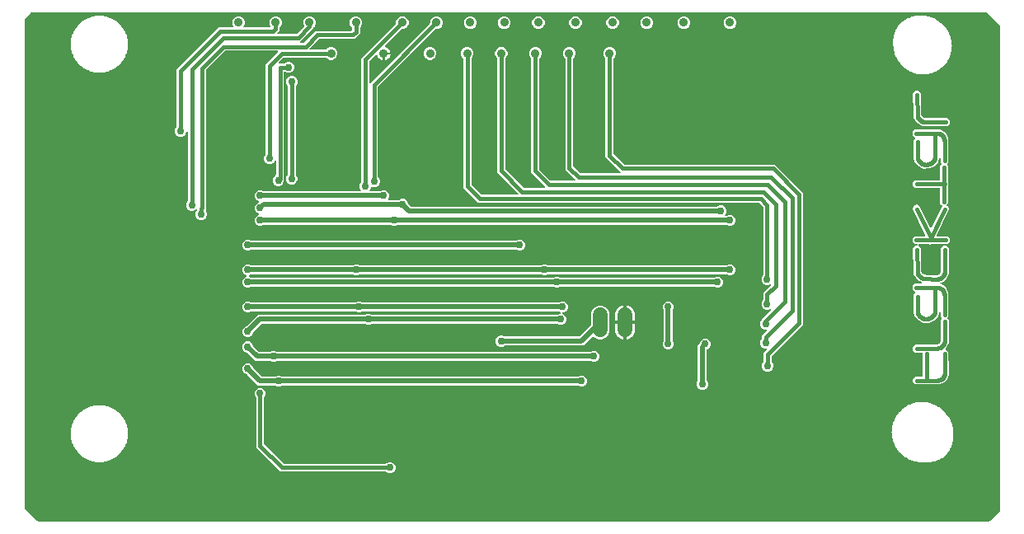
<source format=gbr>
G04 EAGLE Gerber RS-274X export*
G75*
%MOMM*%
%FSLAX34Y34*%
%LPD*%
%INBottom Copper*%
%IPPOS*%
%AMOC8*
5,1,8,0,0,1.08239X$1,22.5*%
G01*
%ADD10C,0.889000*%
%ADD11C,0.406400*%
%ADD12C,1.524000*%
%ADD13C,0.756400*%
%ADD14C,0.508000*%

G36*
X1079209Y46497D02*
X1079209Y46497D01*
X1079300Y46505D01*
X1079330Y46517D01*
X1079362Y46522D01*
X1079442Y46565D01*
X1079526Y46601D01*
X1079558Y46627D01*
X1079579Y46638D01*
X1079601Y46661D01*
X1079657Y46706D01*
X1089944Y56993D01*
X1089997Y57067D01*
X1090057Y57136D01*
X1090069Y57166D01*
X1090088Y57192D01*
X1090115Y57279D01*
X1090149Y57364D01*
X1090153Y57405D01*
X1090160Y57428D01*
X1090159Y57460D01*
X1090167Y57531D01*
X1090167Y555244D01*
X1090153Y555334D01*
X1090145Y555425D01*
X1090133Y555455D01*
X1090128Y555487D01*
X1090085Y555567D01*
X1090049Y555651D01*
X1090023Y555683D01*
X1090012Y555704D01*
X1089989Y555726D01*
X1089944Y555782D01*
X1076863Y568863D01*
X1076789Y568916D01*
X1076720Y568976D01*
X1076690Y568988D01*
X1076664Y569007D01*
X1076577Y569034D01*
X1076492Y569068D01*
X1076451Y569072D01*
X1076428Y569079D01*
X1076396Y569078D01*
X1076325Y569086D01*
X95250Y569086D01*
X95160Y569072D01*
X95069Y569064D01*
X95039Y569052D01*
X95007Y569047D01*
X94927Y569004D01*
X94843Y568968D01*
X94811Y568942D01*
X94790Y568931D01*
X94768Y568908D01*
X94712Y568863D01*
X88362Y562513D01*
X88309Y562439D01*
X88249Y562370D01*
X88237Y562340D01*
X88218Y562314D01*
X88191Y562227D01*
X88157Y562142D01*
X88153Y562101D01*
X88146Y562078D01*
X88147Y562046D01*
X88139Y561975D01*
X88139Y60325D01*
X88154Y60235D01*
X88161Y60144D01*
X88173Y60114D01*
X88179Y60082D01*
X88221Y60002D01*
X88257Y59918D01*
X88283Y59886D01*
X88294Y59865D01*
X88317Y59843D01*
X88362Y59787D01*
X101443Y46706D01*
X101517Y46653D01*
X101586Y46593D01*
X101616Y46581D01*
X101642Y46562D01*
X101729Y46535D01*
X101814Y46501D01*
X101855Y46497D01*
X101878Y46490D01*
X101910Y46491D01*
X101981Y46483D01*
X1079119Y46483D01*
X1079209Y46497D01*
G37*
%LPC*%
G36*
X850124Y200560D02*
X850124Y200560D01*
X847987Y201446D01*
X846352Y203081D01*
X845466Y205218D01*
X845466Y207532D01*
X846352Y209669D01*
X846993Y210311D01*
X847046Y210385D01*
X847106Y210454D01*
X847118Y210484D01*
X847137Y210510D01*
X847164Y210597D01*
X847198Y210682D01*
X847202Y210723D01*
X847209Y210745D01*
X847208Y210778D01*
X847216Y210849D01*
X847216Y219525D01*
X850574Y222883D01*
X850616Y222941D01*
X850665Y222993D01*
X850687Y223040D01*
X850717Y223082D01*
X850738Y223151D01*
X850769Y223216D01*
X850774Y223268D01*
X850790Y223318D01*
X850788Y223389D01*
X850796Y223460D01*
X850785Y223511D01*
X850783Y223563D01*
X850759Y223631D01*
X850744Y223701D01*
X850717Y223746D01*
X850699Y223794D01*
X850654Y223850D01*
X850617Y223912D01*
X850578Y223946D01*
X850545Y223986D01*
X850485Y224025D01*
X850430Y224072D01*
X850382Y224091D01*
X850338Y224119D01*
X850269Y224137D01*
X850202Y224164D01*
X850131Y224172D01*
X850100Y224180D01*
X850077Y224178D01*
X850036Y224182D01*
X848346Y224182D01*
X846209Y225068D01*
X844574Y226703D01*
X843688Y228840D01*
X843688Y231154D01*
X844574Y233291D01*
X845215Y233933D01*
X845268Y234007D01*
X845328Y234076D01*
X845340Y234106D01*
X845359Y234132D01*
X845386Y234219D01*
X845420Y234304D01*
X845424Y234345D01*
X845431Y234367D01*
X845430Y234400D01*
X845438Y234471D01*
X845438Y237178D01*
X850574Y242314D01*
X850616Y242372D01*
X850665Y242424D01*
X850687Y242471D01*
X850717Y242513D01*
X850738Y242582D01*
X850769Y242647D01*
X850774Y242699D01*
X850790Y242749D01*
X850788Y242820D01*
X850796Y242891D01*
X850785Y242942D01*
X850783Y242994D01*
X850759Y243062D01*
X850744Y243132D01*
X850717Y243177D01*
X850699Y243225D01*
X850654Y243281D01*
X850617Y243343D01*
X850578Y243377D01*
X850545Y243417D01*
X850485Y243456D01*
X850430Y243503D01*
X850382Y243522D01*
X850338Y243550D01*
X850269Y243568D01*
X850202Y243595D01*
X850131Y243603D01*
X850100Y243611D01*
X850077Y243609D01*
X850036Y243613D01*
X848346Y243613D01*
X846209Y244499D01*
X844574Y246134D01*
X843688Y248271D01*
X843688Y250585D01*
X844574Y252722D01*
X845215Y253364D01*
X845268Y253438D01*
X845328Y253507D01*
X845340Y253537D01*
X845359Y253563D01*
X845386Y253650D01*
X845420Y253735D01*
X845424Y253776D01*
X845431Y253798D01*
X845430Y253831D01*
X845438Y253902D01*
X845438Y254450D01*
X854458Y263470D01*
X854515Y263549D01*
X854577Y263624D01*
X854586Y263648D01*
X854601Y263669D01*
X854630Y263762D01*
X854665Y263853D01*
X854666Y263879D01*
X854674Y263904D01*
X854671Y264002D01*
X854675Y264099D01*
X854668Y264124D01*
X854667Y264150D01*
X854634Y264242D01*
X854607Y264335D01*
X854592Y264357D01*
X854583Y264381D01*
X854522Y264458D01*
X854466Y264537D01*
X854445Y264553D01*
X854429Y264573D01*
X854347Y264626D01*
X854269Y264684D01*
X854244Y264692D01*
X854222Y264706D01*
X854128Y264730D01*
X854035Y264760D01*
X854009Y264760D01*
X853984Y264766D01*
X853887Y264759D01*
X853789Y264758D01*
X853758Y264749D01*
X853738Y264747D01*
X853708Y264734D01*
X853628Y264711D01*
X852057Y264060D01*
X849743Y264060D01*
X847606Y264946D01*
X845971Y266581D01*
X845085Y268718D01*
X845085Y271032D01*
X845971Y273169D01*
X846612Y273811D01*
X846665Y273885D01*
X846725Y273954D01*
X846737Y273984D01*
X846756Y274010D01*
X846783Y274097D01*
X846817Y274182D01*
X846821Y274223D01*
X846828Y274245D01*
X846827Y274278D01*
X846835Y274349D01*
X846835Y281247D01*
X854458Y288870D01*
X854515Y288949D01*
X854577Y289024D01*
X854586Y289048D01*
X854601Y289069D01*
X854630Y289162D01*
X854665Y289253D01*
X854666Y289279D01*
X854674Y289304D01*
X854671Y289402D01*
X854675Y289499D01*
X854668Y289524D01*
X854667Y289550D01*
X854634Y289642D01*
X854607Y289735D01*
X854592Y289757D01*
X854583Y289781D01*
X854522Y289858D01*
X854466Y289937D01*
X854445Y289953D01*
X854429Y289973D01*
X854347Y290026D01*
X854269Y290084D01*
X854244Y290092D01*
X854222Y290106D01*
X854128Y290130D01*
X854035Y290160D01*
X854009Y290160D01*
X853984Y290166D01*
X853887Y290159D01*
X853789Y290158D01*
X853758Y290149D01*
X853738Y290147D01*
X853708Y290134D01*
X853628Y290111D01*
X852057Y289460D01*
X849743Y289460D01*
X847606Y290346D01*
X845971Y291981D01*
X845085Y294118D01*
X845085Y296432D01*
X845971Y298569D01*
X846612Y299211D01*
X846665Y299285D01*
X846725Y299354D01*
X846737Y299384D01*
X846756Y299410D01*
X846783Y299497D01*
X846817Y299582D01*
X846821Y299623D01*
X846828Y299645D01*
X846827Y299678D01*
X846835Y299749D01*
X846835Y369476D01*
X846821Y369566D01*
X846813Y369657D01*
X846801Y369687D01*
X846796Y369719D01*
X846753Y369799D01*
X846717Y369883D01*
X846691Y369915D01*
X846680Y369936D01*
X846657Y369958D01*
X846612Y370014D01*
X843089Y373537D01*
X843015Y373590D01*
X842946Y373650D01*
X842916Y373662D01*
X842890Y373681D01*
X842803Y373708D01*
X842718Y373742D01*
X842677Y373746D01*
X842654Y373753D01*
X842622Y373752D01*
X842551Y373760D01*
X553941Y373760D01*
X538860Y388841D01*
X538860Y521639D01*
X538846Y521729D01*
X538838Y521820D01*
X538826Y521849D01*
X538821Y521881D01*
X538778Y521962D01*
X538742Y522046D01*
X538716Y522078D01*
X538705Y522099D01*
X538682Y522121D01*
X538637Y522177D01*
X537433Y523381D01*
X536447Y525762D01*
X536447Y528338D01*
X537433Y530719D01*
X539256Y532542D01*
X541637Y533528D01*
X544213Y533528D01*
X546594Y532542D01*
X548417Y530719D01*
X549403Y528338D01*
X549403Y525762D01*
X548417Y523381D01*
X547213Y522177D01*
X547160Y522103D01*
X547100Y522033D01*
X547088Y522003D01*
X547069Y521977D01*
X547042Y521890D01*
X547008Y521805D01*
X547004Y521764D01*
X546997Y521742D01*
X546998Y521710D01*
X546990Y521639D01*
X546990Y392524D01*
X547004Y392434D01*
X547012Y392343D01*
X547024Y392313D01*
X547029Y392281D01*
X547072Y392201D01*
X547108Y392117D01*
X547134Y392085D01*
X547145Y392064D01*
X547168Y392042D01*
X547213Y391986D01*
X557086Y382113D01*
X557160Y382060D01*
X557229Y382000D01*
X557259Y381988D01*
X557285Y381969D01*
X557372Y381942D01*
X557457Y381908D01*
X557498Y381904D01*
X557521Y381897D01*
X557553Y381898D01*
X557624Y381890D01*
X594774Y381890D01*
X594845Y381901D01*
X594917Y381903D01*
X594965Y381921D01*
X595017Y381929D01*
X595080Y381963D01*
X595148Y381988D01*
X595188Y382020D01*
X595234Y382045D01*
X595284Y382097D01*
X595340Y382141D01*
X595368Y382185D01*
X595404Y382223D01*
X595434Y382288D01*
X595473Y382348D01*
X595485Y382399D01*
X595507Y382446D01*
X595515Y382517D01*
X595533Y382587D01*
X595529Y382639D01*
X595534Y382690D01*
X595519Y382761D01*
X595513Y382832D01*
X595493Y382880D01*
X595482Y382931D01*
X595445Y382992D01*
X595417Y383058D01*
X595372Y383114D01*
X595356Y383142D01*
X595338Y383157D01*
X595312Y383189D01*
X573785Y404716D01*
X573785Y521639D01*
X573771Y521729D01*
X573763Y521820D01*
X573751Y521849D01*
X573746Y521881D01*
X573703Y521962D01*
X573667Y522046D01*
X573641Y522078D01*
X573630Y522099D01*
X573607Y522121D01*
X573562Y522177D01*
X572358Y523381D01*
X571372Y525762D01*
X571372Y528338D01*
X572358Y530719D01*
X574181Y532542D01*
X576562Y533528D01*
X579138Y533528D01*
X581519Y532542D01*
X583342Y530719D01*
X584328Y528338D01*
X584328Y525762D01*
X583342Y523381D01*
X582138Y522177D01*
X582085Y522103D01*
X582025Y522033D01*
X582013Y522003D01*
X581994Y521977D01*
X581967Y521890D01*
X581933Y521805D01*
X581929Y521764D01*
X581922Y521742D01*
X581923Y521710D01*
X581915Y521639D01*
X581915Y408399D01*
X581929Y408309D01*
X581937Y408218D01*
X581949Y408188D01*
X581954Y408156D01*
X581997Y408076D01*
X582033Y407992D01*
X582059Y407960D01*
X582070Y407939D01*
X582093Y407917D01*
X582138Y407861D01*
X600520Y389479D01*
X600594Y389426D01*
X600663Y389366D01*
X600693Y389354D01*
X600719Y389335D01*
X600806Y389308D01*
X600891Y389274D01*
X600932Y389270D01*
X600955Y389263D01*
X600987Y389264D01*
X601058Y389256D01*
X622333Y389256D01*
X622404Y389267D01*
X622476Y389269D01*
X622524Y389287D01*
X622576Y389295D01*
X622639Y389329D01*
X622707Y389354D01*
X622747Y389386D01*
X622793Y389411D01*
X622843Y389463D01*
X622899Y389507D01*
X622927Y389551D01*
X622963Y389589D01*
X622993Y389654D01*
X623032Y389714D01*
X623044Y389765D01*
X623066Y389812D01*
X623074Y389883D01*
X623092Y389953D01*
X623088Y390005D01*
X623093Y390056D01*
X623078Y390127D01*
X623072Y390198D01*
X623052Y390246D01*
X623041Y390297D01*
X623004Y390358D01*
X622976Y390424D01*
X622931Y390480D01*
X622915Y390508D01*
X622897Y390523D01*
X622871Y390555D01*
X608710Y404716D01*
X608710Y521639D01*
X608696Y521729D01*
X608688Y521820D01*
X608676Y521849D01*
X608671Y521881D01*
X608628Y521962D01*
X608592Y522046D01*
X608566Y522078D01*
X608555Y522099D01*
X608532Y522121D01*
X608487Y522177D01*
X607283Y523381D01*
X606297Y525762D01*
X606297Y528338D01*
X607283Y530719D01*
X609106Y532542D01*
X611487Y533528D01*
X614063Y533528D01*
X616444Y532542D01*
X618267Y530719D01*
X619253Y528338D01*
X619253Y525762D01*
X618267Y523381D01*
X617063Y522177D01*
X617010Y522103D01*
X616950Y522033D01*
X616938Y522003D01*
X616919Y521977D01*
X616892Y521890D01*
X616858Y521805D01*
X616854Y521764D01*
X616847Y521742D01*
X616848Y521710D01*
X616840Y521639D01*
X616840Y408399D01*
X616854Y408309D01*
X616862Y408218D01*
X616874Y408188D01*
X616879Y408156D01*
X616922Y408076D01*
X616958Y407992D01*
X616984Y407960D01*
X616995Y407939D01*
X617018Y407917D01*
X617063Y407861D01*
X628079Y396845D01*
X628153Y396792D01*
X628222Y396732D01*
X628252Y396720D01*
X628278Y396701D01*
X628365Y396674D01*
X628450Y396640D01*
X628491Y396636D01*
X628514Y396629D01*
X628546Y396630D01*
X628617Y396622D01*
X653067Y396622D01*
X653138Y396633D01*
X653210Y396635D01*
X653258Y396653D01*
X653310Y396661D01*
X653373Y396695D01*
X653441Y396720D01*
X653481Y396752D01*
X653527Y396777D01*
X653577Y396829D01*
X653633Y396873D01*
X653661Y396917D01*
X653697Y396955D01*
X653727Y397020D01*
X653766Y397080D01*
X653778Y397131D01*
X653800Y397178D01*
X653808Y397249D01*
X653826Y397319D01*
X653822Y397371D01*
X653827Y397422D01*
X653812Y397493D01*
X653806Y397564D01*
X653786Y397612D01*
X653775Y397663D01*
X653738Y397724D01*
X653710Y397790D01*
X653665Y397846D01*
X653649Y397874D01*
X653631Y397889D01*
X653605Y397921D01*
X643635Y407891D01*
X643635Y521639D01*
X643621Y521729D01*
X643613Y521820D01*
X643601Y521849D01*
X643596Y521881D01*
X643553Y521962D01*
X643517Y522046D01*
X643491Y522078D01*
X643480Y522099D01*
X643457Y522121D01*
X643412Y522177D01*
X642208Y523381D01*
X641222Y525762D01*
X641222Y528338D01*
X642208Y530719D01*
X644031Y532542D01*
X646412Y533528D01*
X648988Y533528D01*
X651369Y532542D01*
X653192Y530719D01*
X654178Y528338D01*
X654178Y525762D01*
X653192Y523381D01*
X651988Y522177D01*
X651935Y522103D01*
X651875Y522033D01*
X651863Y522003D01*
X651844Y521977D01*
X651817Y521890D01*
X651783Y521805D01*
X651779Y521764D01*
X651772Y521742D01*
X651773Y521710D01*
X651765Y521639D01*
X651765Y411574D01*
X651779Y411484D01*
X651787Y411393D01*
X651799Y411363D01*
X651804Y411331D01*
X651847Y411251D01*
X651883Y411167D01*
X651909Y411135D01*
X651920Y411114D01*
X651943Y411092D01*
X651988Y411036D01*
X658813Y404211D01*
X658887Y404158D01*
X658956Y404098D01*
X658986Y404086D01*
X659012Y404067D01*
X659099Y404040D01*
X659184Y404006D01*
X659225Y404002D01*
X659248Y403995D01*
X659280Y403996D01*
X659351Y403988D01*
X699676Y403988D01*
X699747Y403999D01*
X699819Y404001D01*
X699867Y404019D01*
X699919Y404027D01*
X699982Y404061D01*
X700050Y404086D01*
X700090Y404118D01*
X700136Y404143D01*
X700186Y404195D01*
X700242Y404239D01*
X700270Y404283D01*
X700306Y404321D01*
X700336Y404386D01*
X700375Y404446D01*
X700387Y404497D01*
X700409Y404544D01*
X700417Y404615D01*
X700435Y404685D01*
X700431Y404737D01*
X700436Y404788D01*
X700421Y404859D01*
X700415Y404930D01*
X700395Y404978D01*
X700384Y405029D01*
X700347Y405090D01*
X700319Y405156D01*
X700274Y405212D01*
X700258Y405240D01*
X700240Y405255D01*
X700214Y405287D01*
X697895Y407606D01*
X687514Y417987D01*
X684910Y420591D01*
X684910Y521639D01*
X684896Y521729D01*
X684888Y521820D01*
X684876Y521849D01*
X684871Y521881D01*
X684828Y521962D01*
X684792Y522046D01*
X684766Y522078D01*
X684755Y522099D01*
X684732Y522121D01*
X684687Y522177D01*
X683483Y523381D01*
X682497Y525762D01*
X682497Y528338D01*
X683483Y530719D01*
X685306Y532542D01*
X687687Y533528D01*
X690263Y533528D01*
X692644Y532542D01*
X694467Y530719D01*
X695453Y528338D01*
X695453Y525762D01*
X694467Y523381D01*
X693263Y522177D01*
X693210Y522103D01*
X693150Y522033D01*
X693138Y522003D01*
X693119Y521977D01*
X693092Y521890D01*
X693058Y521805D01*
X693054Y521764D01*
X693047Y521742D01*
X693048Y521710D01*
X693040Y521639D01*
X693040Y424274D01*
X693054Y424184D01*
X693062Y424093D01*
X693074Y424063D01*
X693079Y424031D01*
X693122Y423951D01*
X693158Y423867D01*
X693184Y423835D01*
X693195Y423814D01*
X693218Y423792D01*
X693263Y423736D01*
X703644Y413355D01*
X703718Y413302D01*
X703787Y413242D01*
X703817Y413230D01*
X703843Y413211D01*
X703930Y413184D01*
X704015Y413150D01*
X704056Y413146D01*
X704078Y413139D01*
X704111Y413140D01*
X704182Y413132D01*
X859048Y413132D01*
X861652Y410528D01*
X885353Y386827D01*
X887957Y384223D01*
X887957Y248769D01*
X855569Y216381D01*
X855516Y216307D01*
X855456Y216237D01*
X855444Y216207D01*
X855425Y216181D01*
X855398Y216094D01*
X855364Y216009D01*
X855360Y215968D01*
X855353Y215946D01*
X855354Y215914D01*
X855346Y215843D01*
X855346Y210849D01*
X855360Y210759D01*
X855368Y210668D01*
X855380Y210638D01*
X855385Y210606D01*
X855428Y210525D01*
X855464Y210442D01*
X855490Y210409D01*
X855501Y210389D01*
X855524Y210367D01*
X855569Y210311D01*
X856210Y209669D01*
X857096Y207532D01*
X857096Y205218D01*
X856210Y203081D01*
X854575Y201446D01*
X852438Y200560D01*
X850124Y200560D01*
G37*
%LPD*%
%LPC*%
G36*
X329043Y349785D02*
X329043Y349785D01*
X326906Y350671D01*
X325271Y352306D01*
X324385Y354443D01*
X324385Y356757D01*
X325271Y358894D01*
X326906Y360529D01*
X328638Y361247D01*
X328699Y361284D01*
X328764Y361314D01*
X328802Y361349D01*
X328847Y361376D01*
X328893Y361432D01*
X328945Y361480D01*
X328970Y361526D01*
X329004Y361566D01*
X329029Y361633D01*
X329064Y361696D01*
X329073Y361747D01*
X329092Y361795D01*
X329095Y361867D01*
X329108Y361938D01*
X329100Y361989D01*
X329102Y362041D01*
X329082Y362110D01*
X329072Y362181D01*
X329048Y362227D01*
X329034Y362277D01*
X328993Y362336D01*
X328960Y362400D01*
X328923Y362437D01*
X328893Y362479D01*
X328836Y362522D01*
X328785Y362572D01*
X328722Y362607D01*
X328696Y362626D01*
X328674Y362633D01*
X328638Y362653D01*
X326906Y363371D01*
X325271Y365006D01*
X324385Y367143D01*
X324385Y369457D01*
X325271Y371594D01*
X326906Y373229D01*
X328638Y373947D01*
X328699Y373985D01*
X328764Y374014D01*
X328802Y374049D01*
X328847Y374076D01*
X328893Y374132D01*
X328945Y374180D01*
X328970Y374226D01*
X329004Y374266D01*
X329029Y374333D01*
X329064Y374396D01*
X329073Y374447D01*
X329092Y374495D01*
X329095Y374567D01*
X329108Y374638D01*
X329100Y374689D01*
X329102Y374741D01*
X329082Y374810D01*
X329072Y374881D01*
X329048Y374927D01*
X329034Y374977D01*
X328993Y375036D01*
X328960Y375100D01*
X328923Y375137D01*
X328893Y375179D01*
X328836Y375222D01*
X328785Y375272D01*
X328722Y375307D01*
X328696Y375326D01*
X328674Y375333D01*
X328638Y375353D01*
X326906Y376071D01*
X325271Y377706D01*
X324385Y379843D01*
X324385Y382157D01*
X325271Y384294D01*
X326906Y385929D01*
X329043Y386815D01*
X331357Y386815D01*
X333494Y385929D01*
X333628Y385796D01*
X333702Y385743D01*
X333771Y385683D01*
X333801Y385671D01*
X333827Y385652D01*
X333914Y385625D01*
X333999Y385591D01*
X334040Y385587D01*
X334062Y385580D01*
X334095Y385581D01*
X334166Y385573D01*
X433013Y385573D01*
X433084Y385584D01*
X433156Y385586D01*
X433205Y385604D01*
X433256Y385612D01*
X433319Y385646D01*
X433387Y385671D01*
X433427Y385703D01*
X433473Y385728D01*
X433523Y385780D01*
X433579Y385824D01*
X433607Y385868D01*
X433643Y385906D01*
X433673Y385971D01*
X433712Y386031D01*
X433724Y386082D01*
X433746Y386129D01*
X433754Y386200D01*
X433772Y386270D01*
X433768Y386322D01*
X433773Y386373D01*
X433758Y386444D01*
X433753Y386515D01*
X433732Y386563D01*
X433721Y386614D01*
X433684Y386675D01*
X433656Y386741D01*
X433611Y386797D01*
X433595Y386825D01*
X433577Y386840D01*
X433551Y386872D01*
X433192Y387231D01*
X432307Y389368D01*
X432307Y391682D01*
X433193Y393819D01*
X433834Y394461D01*
X433887Y394535D01*
X433947Y394604D01*
X433959Y394634D01*
X433978Y394660D01*
X434005Y394747D01*
X434039Y394832D01*
X434043Y394873D01*
X434050Y394895D01*
X434049Y394928D01*
X434057Y394999D01*
X434057Y522356D01*
X469549Y557848D01*
X469602Y557922D01*
X469662Y557991D01*
X469674Y558021D01*
X469693Y558047D01*
X469720Y558134D01*
X469754Y558219D01*
X469758Y558260D01*
X469765Y558283D01*
X469764Y558315D01*
X469772Y558386D01*
X469772Y560088D01*
X470758Y562469D01*
X472581Y564292D01*
X474962Y565278D01*
X477538Y565278D01*
X479919Y564292D01*
X481742Y562469D01*
X482728Y560088D01*
X482728Y557512D01*
X481742Y555131D01*
X479919Y553308D01*
X477538Y552322D01*
X475836Y552322D01*
X475746Y552308D01*
X475655Y552300D01*
X475625Y552288D01*
X475593Y552283D01*
X475513Y552240D01*
X475429Y552204D01*
X475397Y552178D01*
X475376Y552167D01*
X475354Y552144D01*
X475298Y552099D01*
X458350Y535151D01*
X458281Y535055D01*
X458209Y534957D01*
X458208Y534954D01*
X458206Y534952D01*
X458171Y534838D01*
X458135Y534723D01*
X458135Y534719D01*
X458134Y534716D01*
X458137Y534596D01*
X458139Y534477D01*
X458140Y534474D01*
X458140Y534471D01*
X458182Y534357D01*
X458222Y534245D01*
X458223Y534243D01*
X458225Y534240D01*
X458300Y534145D01*
X458374Y534052D01*
X458376Y534050D01*
X458378Y534048D01*
X458480Y533982D01*
X458580Y533917D01*
X458583Y533916D01*
X458585Y533915D01*
X458596Y533912D01*
X458739Y533866D01*
X459238Y533767D01*
X460509Y533241D01*
X461653Y532476D01*
X462626Y531503D01*
X463391Y530359D01*
X463917Y529088D01*
X464133Y528002D01*
X457391Y528002D01*
X457371Y527999D01*
X457351Y528001D01*
X457250Y527979D01*
X457148Y527962D01*
X457130Y527953D01*
X457111Y527948D01*
X457022Y527895D01*
X456931Y527847D01*
X456917Y527833D01*
X456900Y527822D01*
X456832Y527744D01*
X456761Y527669D01*
X456753Y527651D01*
X456740Y527635D01*
X456707Y527554D01*
X456641Y527514D01*
X456549Y527466D01*
X456536Y527451D01*
X456519Y527441D01*
X456451Y527362D01*
X456380Y527287D01*
X456372Y527269D01*
X456359Y527254D01*
X456320Y527158D01*
X456276Y527064D01*
X456274Y527045D01*
X456267Y527026D01*
X456248Y526859D01*
X456248Y520117D01*
X455162Y520333D01*
X453891Y520859D01*
X452747Y521624D01*
X451774Y522597D01*
X451009Y523741D01*
X450483Y525012D01*
X450384Y525511D01*
X450357Y525581D01*
X450356Y525589D01*
X450352Y525594D01*
X450342Y525622D01*
X450300Y525735D01*
X450298Y525738D01*
X450297Y525741D01*
X450222Y525833D01*
X450147Y525928D01*
X450144Y525929D01*
X450142Y525932D01*
X450041Y525995D01*
X449940Y526061D01*
X449937Y526061D01*
X449934Y526063D01*
X449817Y526091D01*
X449701Y526121D01*
X449698Y526120D01*
X449695Y526121D01*
X449574Y526111D01*
X449456Y526101D01*
X449453Y526100D01*
X449450Y526100D01*
X449338Y526051D01*
X449230Y526005D01*
X449227Y526003D01*
X449224Y526002D01*
X449216Y525994D01*
X449099Y525900D01*
X442410Y519211D01*
X442357Y519137D01*
X442297Y519068D01*
X442285Y519038D01*
X442266Y519012D01*
X442239Y518925D01*
X442205Y518840D01*
X442201Y518799D01*
X442194Y518776D01*
X442195Y518744D01*
X442187Y518673D01*
X442187Y497398D01*
X442198Y497327D01*
X442200Y497255D01*
X442218Y497207D01*
X442226Y497155D01*
X442260Y497092D01*
X442285Y497024D01*
X442317Y496984D01*
X442342Y496938D01*
X442394Y496888D01*
X442438Y496832D01*
X442482Y496804D01*
X442520Y496768D01*
X442585Y496738D01*
X442645Y496699D01*
X442696Y496687D01*
X442743Y496665D01*
X442814Y496657D01*
X442884Y496639D01*
X442936Y496643D01*
X442987Y496638D01*
X443058Y496653D01*
X443129Y496659D01*
X443177Y496679D01*
X443228Y496690D01*
X443289Y496727D01*
X443355Y496755D01*
X443411Y496800D01*
X443439Y496816D01*
X443454Y496834D01*
X443486Y496860D01*
X445749Y499123D01*
X504474Y557848D01*
X504527Y557922D01*
X504587Y557991D01*
X504599Y558021D01*
X504618Y558047D01*
X504645Y558134D01*
X504679Y558219D01*
X504683Y558260D01*
X504690Y558282D01*
X504689Y558315D01*
X504697Y558386D01*
X504697Y560088D01*
X505683Y562469D01*
X507506Y564292D01*
X509887Y565278D01*
X512463Y565278D01*
X514844Y564292D01*
X516667Y562469D01*
X517653Y560088D01*
X517653Y557512D01*
X516667Y555131D01*
X514844Y553308D01*
X512463Y552322D01*
X510761Y552322D01*
X510671Y552308D01*
X510580Y552300D01*
X510550Y552288D01*
X510518Y552283D01*
X510438Y552240D01*
X510354Y552204D01*
X510322Y552178D01*
X510301Y552167D01*
X510279Y552144D01*
X510223Y552099D01*
X451498Y493374D01*
X451445Y493300D01*
X451385Y493231D01*
X451373Y493201D01*
X451354Y493175D01*
X451327Y493088D01*
X451293Y493003D01*
X451289Y492962D01*
X451282Y492939D01*
X451283Y492907D01*
X451275Y492836D01*
X451275Y400333D01*
X451289Y400243D01*
X451297Y400152D01*
X451309Y400122D01*
X451314Y400090D01*
X451357Y400009D01*
X451393Y399926D01*
X451419Y399893D01*
X451430Y399873D01*
X451453Y399851D01*
X451498Y399795D01*
X452139Y399153D01*
X453025Y397016D01*
X453025Y394702D01*
X452139Y392565D01*
X450504Y390930D01*
X448367Y390044D01*
X446053Y390044D01*
X444989Y390485D01*
X444945Y390496D01*
X444903Y390515D01*
X444826Y390523D01*
X444750Y390541D01*
X444704Y390537D01*
X444659Y390542D01*
X444582Y390525D01*
X444505Y390518D01*
X444463Y390499D01*
X444418Y390490D01*
X444351Y390450D01*
X444280Y390418D01*
X444246Y390387D01*
X444207Y390364D01*
X444156Y390304D01*
X444099Y390252D01*
X444077Y390211D01*
X444047Y390177D01*
X444018Y390104D01*
X443981Y390036D01*
X443972Y389991D01*
X443955Y389948D01*
X443940Y389813D01*
X443937Y389794D01*
X443938Y389789D01*
X443937Y389782D01*
X443937Y389368D01*
X443052Y387231D01*
X442693Y386872D01*
X442651Y386814D01*
X442601Y386762D01*
X442579Y386715D01*
X442549Y386673D01*
X442528Y386604D01*
X442498Y386539D01*
X442492Y386487D01*
X442477Y386437D01*
X442479Y386366D01*
X442471Y386295D01*
X442482Y386244D01*
X442483Y386192D01*
X442508Y386124D01*
X442523Y386054D01*
X442550Y386009D01*
X442567Y385961D01*
X442612Y385905D01*
X442649Y385843D01*
X442689Y385809D01*
X442721Y385769D01*
X442781Y385730D01*
X442836Y385683D01*
X442884Y385664D01*
X442928Y385636D01*
X442997Y385618D01*
X443064Y385591D01*
X443135Y385583D01*
X443167Y385575D01*
X443190Y385577D01*
X443231Y385573D01*
X453234Y385573D01*
X453324Y385587D01*
X453415Y385595D01*
X453445Y385607D01*
X453477Y385612D01*
X453558Y385655D01*
X453641Y385691D01*
X453674Y385717D01*
X453694Y385728D01*
X453716Y385751D01*
X453772Y385796D01*
X453906Y385929D01*
X456043Y386815D01*
X458357Y386815D01*
X460494Y385929D01*
X462129Y384294D01*
X463015Y382157D01*
X463015Y379843D01*
X462121Y377686D01*
X462110Y377670D01*
X462060Y377618D01*
X462038Y377571D01*
X462008Y377529D01*
X461987Y377460D01*
X461957Y377395D01*
X461951Y377343D01*
X461936Y377294D01*
X461938Y377222D01*
X461930Y377151D01*
X461941Y377100D01*
X461942Y377048D01*
X461967Y376980D01*
X461982Y376910D01*
X462009Y376866D01*
X462026Y376817D01*
X462071Y376761D01*
X462108Y376699D01*
X462148Y376665D01*
X462180Y376625D01*
X462240Y376586D01*
X462295Y376539D01*
X462343Y376520D01*
X462387Y376492D01*
X462456Y376474D01*
X462523Y376447D01*
X462594Y376439D01*
X462625Y376431D01*
X462649Y376433D01*
X462690Y376429D01*
X472665Y376429D01*
X472755Y376443D01*
X472846Y376451D01*
X472876Y376463D01*
X472908Y376468D01*
X472989Y376511D01*
X473072Y376547D01*
X473105Y376573D01*
X473125Y376584D01*
X473147Y376607D01*
X473203Y376652D01*
X473337Y376785D01*
X475474Y377671D01*
X477788Y377671D01*
X479925Y376785D01*
X481560Y375150D01*
X482446Y373013D01*
X482446Y372823D01*
X482460Y372733D01*
X482468Y372642D01*
X482480Y372613D01*
X482485Y372581D01*
X482528Y372500D01*
X482564Y372416D01*
X482590Y372384D01*
X482601Y372363D01*
X482624Y372341D01*
X482669Y372285D01*
X485033Y369921D01*
X485107Y369868D01*
X485177Y369808D01*
X485207Y369796D01*
X485233Y369777D01*
X485320Y369750D01*
X485405Y369716D01*
X485446Y369712D01*
X485468Y369705D01*
X485500Y369706D01*
X485571Y369698D01*
X799309Y369698D01*
X799399Y369712D01*
X799490Y369720D01*
X799520Y369732D01*
X799552Y369737D01*
X799633Y369780D01*
X799716Y369816D01*
X799749Y369842D01*
X799769Y369853D01*
X799791Y369876D01*
X799847Y369921D01*
X799981Y370054D01*
X802118Y370940D01*
X804432Y370940D01*
X806569Y370054D01*
X808204Y368419D01*
X809090Y366282D01*
X809090Y363968D01*
X808205Y361831D01*
X807846Y361472D01*
X807804Y361414D01*
X807754Y361362D01*
X807732Y361315D01*
X807702Y361273D01*
X807681Y361204D01*
X807651Y361139D01*
X807645Y361087D01*
X807630Y361037D01*
X807632Y360966D01*
X807624Y360895D01*
X807635Y360844D01*
X807636Y360792D01*
X807661Y360724D01*
X807676Y360654D01*
X807703Y360609D01*
X807720Y360561D01*
X807765Y360505D01*
X807802Y360443D01*
X807842Y360409D01*
X807874Y360369D01*
X807934Y360330D01*
X807989Y360283D01*
X808037Y360264D01*
X808081Y360236D01*
X808150Y360218D01*
X808217Y360191D01*
X808288Y360183D01*
X808320Y360175D01*
X808343Y360177D01*
X808384Y360173D01*
X808834Y360173D01*
X808924Y360187D01*
X809015Y360195D01*
X809045Y360207D01*
X809077Y360212D01*
X809158Y360255D01*
X809241Y360291D01*
X809274Y360317D01*
X809294Y360328D01*
X809316Y360351D01*
X809372Y360396D01*
X809506Y360529D01*
X811643Y361415D01*
X813957Y361415D01*
X816094Y360529D01*
X817729Y358894D01*
X818615Y356757D01*
X818615Y354443D01*
X817729Y352306D01*
X816094Y350671D01*
X813957Y349785D01*
X811643Y349785D01*
X809506Y350671D01*
X809372Y350804D01*
X809298Y350857D01*
X809229Y350917D01*
X809199Y350929D01*
X809173Y350948D01*
X809086Y350975D01*
X809001Y351009D01*
X808960Y351013D01*
X808938Y351020D01*
X808905Y351019D01*
X808834Y351027D01*
X471847Y351027D01*
X471757Y351013D01*
X471666Y351005D01*
X471636Y350993D01*
X471604Y350988D01*
X471523Y350945D01*
X471440Y350909D01*
X471407Y350883D01*
X471387Y350872D01*
X471365Y350849D01*
X471309Y350804D01*
X471175Y350671D01*
X469038Y349785D01*
X466724Y349785D01*
X464587Y350671D01*
X464453Y350804D01*
X464379Y350857D01*
X464310Y350917D01*
X464280Y350929D01*
X464254Y350948D01*
X464167Y350975D01*
X464082Y351009D01*
X464041Y351013D01*
X464019Y351020D01*
X463986Y351019D01*
X463915Y351027D01*
X334166Y351027D01*
X334076Y351013D01*
X333985Y351005D01*
X333955Y350993D01*
X333923Y350988D01*
X333842Y350945D01*
X333759Y350909D01*
X333726Y350883D01*
X333706Y350872D01*
X333684Y350849D01*
X333628Y350804D01*
X333494Y350671D01*
X331357Y349785D01*
X329043Y349785D01*
G37*
%LPD*%
%LPC*%
G36*
X268718Y356135D02*
X268718Y356135D01*
X266581Y357021D01*
X264946Y358656D01*
X264060Y360793D01*
X264060Y363107D01*
X264946Y365244D01*
X265587Y365886D01*
X265640Y365960D01*
X265700Y366029D01*
X265712Y366059D01*
X265731Y366085D01*
X265758Y366172D01*
X265792Y366257D01*
X265796Y366298D01*
X265803Y366320D01*
X265802Y366353D01*
X265810Y366424D01*
X265810Y367255D01*
X265799Y367326D01*
X265797Y367398D01*
X265779Y367447D01*
X265771Y367498D01*
X265737Y367561D01*
X265712Y367629D01*
X265680Y367669D01*
X265655Y367715D01*
X265603Y367765D01*
X265559Y367821D01*
X265515Y367849D01*
X265477Y367885D01*
X265412Y367915D01*
X265352Y367954D01*
X265301Y367966D01*
X265254Y367988D01*
X265183Y367996D01*
X265113Y368014D01*
X265061Y368010D01*
X265010Y368015D01*
X264939Y368000D01*
X264868Y367995D01*
X264820Y367974D01*
X264769Y367963D01*
X264708Y367926D01*
X264642Y367898D01*
X264586Y367853D01*
X264558Y367837D01*
X264543Y367819D01*
X264511Y367793D01*
X263263Y366546D01*
X261126Y365660D01*
X258812Y365660D01*
X256675Y366546D01*
X255040Y368181D01*
X254154Y370318D01*
X254154Y372632D01*
X255040Y374769D01*
X255681Y375411D01*
X255734Y375485D01*
X255794Y375554D01*
X255806Y375584D01*
X255825Y375610D01*
X255852Y375697D01*
X255886Y375782D01*
X255890Y375823D01*
X255897Y375845D01*
X255896Y375878D01*
X255904Y375949D01*
X255904Y446128D01*
X255889Y446224D01*
X255879Y446321D01*
X255869Y446345D01*
X255865Y446371D01*
X255819Y446457D01*
X255779Y446546D01*
X255762Y446565D01*
X255749Y446588D01*
X255679Y446655D01*
X255613Y446727D01*
X255590Y446740D01*
X255571Y446758D01*
X255483Y446799D01*
X255397Y446846D01*
X255372Y446850D01*
X255348Y446861D01*
X255251Y446872D01*
X255155Y446889D01*
X255129Y446885D01*
X255104Y446888D01*
X255008Y446868D01*
X254912Y446853D01*
X254889Y446842D01*
X254863Y446836D01*
X254780Y446786D01*
X254693Y446742D01*
X254674Y446723D01*
X254652Y446710D01*
X254589Y446636D01*
X254521Y446566D01*
X254505Y446538D01*
X254492Y446523D01*
X254480Y446492D01*
X254440Y446419D01*
X253595Y444381D01*
X251960Y442746D01*
X249823Y441860D01*
X247509Y441860D01*
X245372Y442746D01*
X243737Y444381D01*
X242851Y446518D01*
X242851Y448832D01*
X243737Y450969D01*
X244378Y451611D01*
X244431Y451685D01*
X244491Y451754D01*
X244503Y451784D01*
X244522Y451810D01*
X244549Y451897D01*
X244583Y451982D01*
X244587Y452023D01*
X244594Y452045D01*
X244593Y452078D01*
X244601Y452149D01*
X244601Y510700D01*
X287622Y553721D01*
X302056Y553721D01*
X302126Y553732D01*
X302198Y553734D01*
X302247Y553752D01*
X302298Y553760D01*
X302362Y553794D01*
X302429Y553819D01*
X302470Y553851D01*
X302516Y553876D01*
X302565Y553927D01*
X302621Y553972D01*
X302649Y554016D01*
X302685Y554054D01*
X302715Y554119D01*
X302754Y554179D01*
X302767Y554230D01*
X302789Y554277D01*
X302797Y554348D01*
X302814Y554418D01*
X302810Y554470D01*
X302816Y554521D01*
X302801Y554592D01*
X302795Y554663D01*
X302775Y554711D01*
X302764Y554762D01*
X302727Y554823D01*
X302699Y554889D01*
X302654Y554945D01*
X302637Y554973D01*
X302620Y554988D01*
X302594Y555020D01*
X302483Y555131D01*
X301497Y557512D01*
X301497Y560088D01*
X302483Y562469D01*
X304306Y564292D01*
X306687Y565278D01*
X309263Y565278D01*
X311644Y564292D01*
X313467Y562469D01*
X314453Y560088D01*
X314453Y557512D01*
X313467Y555131D01*
X313356Y555020D01*
X313314Y554962D01*
X313265Y554910D01*
X313243Y554863D01*
X313213Y554821D01*
X313191Y554752D01*
X313161Y554687D01*
X313156Y554635D01*
X313140Y554586D01*
X313142Y554514D01*
X313134Y554443D01*
X313145Y554392D01*
X313147Y554340D01*
X313171Y554272D01*
X313186Y554202D01*
X313213Y554157D01*
X313231Y554109D01*
X313276Y554053D01*
X313313Y553991D01*
X313352Y553957D01*
X313385Y553917D01*
X313445Y553878D01*
X313500Y553831D01*
X313548Y553812D01*
X313592Y553784D01*
X313661Y553766D01*
X313728Y553739D01*
X313799Y553731D01*
X313830Y553723D01*
X313853Y553725D01*
X313894Y553721D01*
X340156Y553721D01*
X340226Y553732D01*
X340298Y553734D01*
X340347Y553752D01*
X340398Y553760D01*
X340462Y553794D01*
X340529Y553819D01*
X340570Y553851D01*
X340616Y553876D01*
X340665Y553927D01*
X340721Y553972D01*
X340749Y554016D01*
X340785Y554054D01*
X340815Y554119D01*
X340854Y554179D01*
X340867Y554230D01*
X340889Y554277D01*
X340897Y554348D01*
X340914Y554418D01*
X340910Y554470D01*
X340916Y554521D01*
X340901Y554592D01*
X340895Y554663D01*
X340875Y554711D01*
X340864Y554762D01*
X340827Y554823D01*
X340799Y554889D01*
X340754Y554945D01*
X340737Y554973D01*
X340720Y554988D01*
X340694Y555020D01*
X340583Y555131D01*
X339597Y557512D01*
X339597Y560088D01*
X340583Y562469D01*
X342406Y564292D01*
X344787Y565278D01*
X347363Y565278D01*
X349744Y564292D01*
X351567Y562469D01*
X352553Y560088D01*
X352553Y557512D01*
X351567Y555131D01*
X350363Y553927D01*
X350310Y553853D01*
X350250Y553783D01*
X350238Y553753D01*
X350219Y553727D01*
X350192Y553640D01*
X350158Y553555D01*
X350154Y553514D01*
X350147Y553492D01*
X350148Y553460D01*
X350140Y553389D01*
X350140Y550766D01*
X348044Y548670D01*
X348002Y548612D01*
X347952Y548560D01*
X347930Y548513D01*
X347900Y548471D01*
X347879Y548402D01*
X347849Y548337D01*
X347843Y548285D01*
X347828Y548235D01*
X347830Y548164D01*
X347822Y548093D01*
X347833Y548042D01*
X347834Y547990D01*
X347859Y547922D01*
X347874Y547852D01*
X347901Y547807D01*
X347919Y547759D01*
X347963Y547703D01*
X348000Y547641D01*
X348040Y547607D01*
X348072Y547567D01*
X348133Y547528D01*
X348187Y547481D01*
X348235Y547462D01*
X348279Y547434D01*
X348349Y547416D01*
X348415Y547389D01*
X348487Y547381D01*
X348518Y547373D01*
X348541Y547375D01*
X348582Y547371D01*
X367317Y547371D01*
X367407Y547385D01*
X367498Y547393D01*
X367528Y547405D01*
X367560Y547410D01*
X367640Y547453D01*
X367724Y547489D01*
X367756Y547515D01*
X367777Y547526D01*
X367790Y547539D01*
X367792Y547540D01*
X367802Y547551D01*
X367855Y547594D01*
X375115Y554853D01*
X375183Y554948D01*
X375253Y555042D01*
X375255Y555048D01*
X375258Y555053D01*
X375293Y555164D01*
X375329Y555276D01*
X375329Y555282D01*
X375331Y555288D01*
X375328Y555405D01*
X375327Y555522D01*
X375324Y555529D01*
X375324Y555534D01*
X375318Y555551D01*
X375280Y555683D01*
X374522Y557512D01*
X374522Y560088D01*
X375508Y562469D01*
X377331Y564292D01*
X379712Y565278D01*
X382288Y565278D01*
X384669Y564292D01*
X386492Y562469D01*
X387478Y560088D01*
X387478Y557512D01*
X386492Y555131D01*
X385288Y553927D01*
X385235Y553853D01*
X385175Y553783D01*
X385163Y553753D01*
X385144Y553727D01*
X385117Y553640D01*
X385083Y553555D01*
X385079Y553514D01*
X385072Y553492D01*
X385073Y553460D01*
X385065Y553389D01*
X385065Y553306D01*
X382461Y550702D01*
X373604Y541845D01*
X371285Y539526D01*
X371243Y539468D01*
X371193Y539416D01*
X371171Y539369D01*
X371141Y539327D01*
X371120Y539258D01*
X371090Y539193D01*
X371084Y539141D01*
X371069Y539091D01*
X371071Y539020D01*
X371063Y538949D01*
X371074Y538898D01*
X371075Y538846D01*
X371100Y538778D01*
X371115Y538708D01*
X371142Y538663D01*
X371160Y538615D01*
X371204Y538559D01*
X371241Y538497D01*
X371281Y538463D01*
X371313Y538423D01*
X371374Y538384D01*
X371428Y538337D01*
X371476Y538318D01*
X371520Y538290D01*
X371590Y538272D01*
X371656Y538245D01*
X371728Y538237D01*
X371759Y538229D01*
X371782Y538231D01*
X371823Y538227D01*
X374966Y538227D01*
X375056Y538241D01*
X375147Y538249D01*
X375176Y538261D01*
X375208Y538266D01*
X375289Y538309D01*
X375373Y538345D01*
X375405Y538371D01*
X375426Y538382D01*
X375447Y538404D01*
X375449Y538405D01*
X375453Y538409D01*
X375504Y538450D01*
X387219Y550165D01*
X423451Y550165D01*
X423541Y550179D01*
X423632Y550187D01*
X423662Y550199D01*
X423694Y550204D01*
X423774Y550247D01*
X423858Y550283D01*
X423890Y550309D01*
X423911Y550320D01*
X423933Y550343D01*
X423989Y550388D01*
X424337Y550736D01*
X424390Y550810D01*
X424450Y550879D01*
X424462Y550909D01*
X424481Y550935D01*
X424508Y551022D01*
X424542Y551107D01*
X424546Y551148D01*
X424553Y551171D01*
X424552Y551203D01*
X424560Y551274D01*
X424560Y553389D01*
X424546Y553479D01*
X424538Y553570D01*
X424526Y553599D01*
X424521Y553631D01*
X424478Y553712D01*
X424442Y553796D01*
X424416Y553828D01*
X424405Y553849D01*
X424382Y553871D01*
X424337Y553927D01*
X423133Y555131D01*
X422147Y557512D01*
X422147Y560088D01*
X423133Y562469D01*
X424956Y564292D01*
X427337Y565278D01*
X429913Y565278D01*
X432294Y564292D01*
X434117Y562469D01*
X435103Y560088D01*
X435103Y557512D01*
X434117Y555131D01*
X432913Y553927D01*
X432860Y553853D01*
X432800Y553783D01*
X432788Y553753D01*
X432769Y553727D01*
X432742Y553640D01*
X432708Y553555D01*
X432704Y553514D01*
X432697Y553492D01*
X432698Y553460D01*
X432690Y553389D01*
X432690Y547591D01*
X427134Y542035D01*
X390902Y542035D01*
X390812Y542021D01*
X390721Y542013D01*
X390691Y542001D01*
X390659Y541996D01*
X390578Y541953D01*
X390494Y541917D01*
X390462Y541891D01*
X390442Y541880D01*
X390419Y541857D01*
X390363Y541812D01*
X380965Y532414D01*
X380923Y532356D01*
X380874Y532304D01*
X380852Y532257D01*
X380822Y532215D01*
X380801Y532146D01*
X380770Y532081D01*
X380765Y532029D01*
X380749Y531979D01*
X380751Y531908D01*
X380743Y531837D01*
X380754Y531786D01*
X380756Y531734D01*
X380780Y531666D01*
X380796Y531596D01*
X380822Y531551D01*
X380840Y531503D01*
X380885Y531447D01*
X380922Y531385D01*
X380961Y531351D01*
X380994Y531311D01*
X381054Y531272D01*
X381109Y531225D01*
X381157Y531206D01*
X381201Y531178D01*
X381270Y531160D01*
X381337Y531133D01*
X381408Y531125D01*
X381439Y531117D01*
X381463Y531119D01*
X381504Y531115D01*
X397814Y531115D01*
X397904Y531129D01*
X397995Y531137D01*
X398024Y531149D01*
X398056Y531154D01*
X398137Y531197D01*
X398221Y531233D01*
X398253Y531259D01*
X398274Y531270D01*
X398296Y531293D01*
X398352Y531338D01*
X399556Y532542D01*
X401937Y533528D01*
X404513Y533528D01*
X406894Y532542D01*
X408717Y530719D01*
X409703Y528338D01*
X409703Y525762D01*
X408717Y523381D01*
X406894Y521558D01*
X404513Y520572D01*
X401937Y520572D01*
X399556Y521558D01*
X398352Y522762D01*
X398278Y522815D01*
X398208Y522875D01*
X398178Y522887D01*
X398152Y522906D01*
X398065Y522933D01*
X397980Y522967D01*
X397939Y522971D01*
X397917Y522978D01*
X397885Y522977D01*
X397814Y522985D01*
X354424Y522985D01*
X354334Y522971D01*
X354243Y522963D01*
X354213Y522951D01*
X354181Y522946D01*
X354101Y522903D01*
X354017Y522867D01*
X353985Y522841D01*
X353964Y522830D01*
X353942Y522807D01*
X353886Y522762D01*
X349441Y518317D01*
X349399Y518259D01*
X349349Y518207D01*
X349327Y518160D01*
X349297Y518118D01*
X349276Y518049D01*
X349246Y517984D01*
X349240Y517932D01*
X349225Y517882D01*
X349227Y517811D01*
X349219Y517740D01*
X349230Y517689D01*
X349231Y517637D01*
X349256Y517569D01*
X349271Y517499D01*
X349298Y517454D01*
X349316Y517406D01*
X349360Y517350D01*
X349397Y517288D01*
X349437Y517254D01*
X349469Y517214D01*
X349530Y517175D01*
X349584Y517128D01*
X349632Y517109D01*
X349676Y517081D01*
X349746Y517063D01*
X349812Y517036D01*
X349884Y517028D01*
X349915Y517020D01*
X349938Y517022D01*
X349979Y517018D01*
X355035Y517018D01*
X355125Y517032D01*
X355216Y517040D01*
X355246Y517052D01*
X355278Y517057D01*
X355359Y517100D01*
X355442Y517136D01*
X355475Y517162D01*
X355495Y517173D01*
X355517Y517196D01*
X355573Y517241D01*
X356215Y517882D01*
X358352Y518768D01*
X360666Y518768D01*
X362803Y517882D01*
X364438Y516247D01*
X365324Y514110D01*
X365324Y511796D01*
X364438Y509659D01*
X362803Y508024D01*
X360666Y507138D01*
X358352Y507138D01*
X356215Y508024D01*
X355983Y508255D01*
X355925Y508297D01*
X355873Y508347D01*
X355826Y508369D01*
X355784Y508399D01*
X355715Y508420D01*
X355650Y508450D01*
X355598Y508456D01*
X355548Y508471D01*
X355477Y508469D01*
X355406Y508477D01*
X355355Y508466D01*
X355303Y508465D01*
X355235Y508440D01*
X355165Y508425D01*
X355120Y508398D01*
X355072Y508381D01*
X355016Y508336D01*
X354954Y508299D01*
X354920Y508259D01*
X354880Y508227D01*
X354841Y508167D01*
X354794Y508112D01*
X354775Y508064D01*
X354747Y508020D01*
X354729Y507951D01*
X354702Y507884D01*
X354694Y507813D01*
X354686Y507781D01*
X354688Y507758D01*
X354684Y507717D01*
X354684Y396816D01*
X354674Y396793D01*
X354670Y396752D01*
X354663Y396729D01*
X354664Y396697D01*
X354656Y396626D01*
X354656Y395718D01*
X353770Y393581D01*
X352135Y391946D01*
X349998Y391060D01*
X347684Y391060D01*
X345547Y391946D01*
X343912Y393581D01*
X343026Y395718D01*
X343026Y398032D01*
X343912Y400169D01*
X345547Y401804D01*
X346084Y402027D01*
X346183Y402088D01*
X346284Y402148D01*
X346288Y402153D01*
X346293Y402157D01*
X346367Y402246D01*
X346444Y402335D01*
X346446Y402341D01*
X346450Y402346D01*
X346492Y402454D01*
X346536Y402564D01*
X346537Y402571D01*
X346538Y402576D01*
X346539Y402594D01*
X346554Y402730D01*
X346554Y416566D01*
X346539Y416662D01*
X346529Y416759D01*
X346519Y416783D01*
X346515Y416808D01*
X346469Y416894D01*
X346429Y416983D01*
X346412Y417003D01*
X346399Y417026D01*
X346329Y417093D01*
X346263Y417165D01*
X346240Y417177D01*
X346221Y417195D01*
X346133Y417236D01*
X346047Y417283D01*
X346022Y417288D01*
X345998Y417299D01*
X345901Y417309D01*
X345805Y417327D01*
X345779Y417323D01*
X345754Y417326D01*
X345658Y417305D01*
X345562Y417291D01*
X345539Y417279D01*
X345513Y417274D01*
X345430Y417224D01*
X345343Y417180D01*
X345324Y417161D01*
X345302Y417147D01*
X345239Y417073D01*
X345171Y417004D01*
X345155Y416975D01*
X345142Y416961D01*
X345130Y416930D01*
X345090Y416857D01*
X344654Y415806D01*
X343019Y414171D01*
X340882Y413285D01*
X338568Y413285D01*
X336431Y414171D01*
X334796Y415806D01*
X333910Y417943D01*
X333910Y420257D01*
X334796Y422394D01*
X335437Y423036D01*
X335490Y423110D01*
X335550Y423179D01*
X335562Y423209D01*
X335581Y423235D01*
X335608Y423322D01*
X335642Y423407D01*
X335646Y423448D01*
X335653Y423470D01*
X335652Y423503D01*
X335660Y423574D01*
X335660Y516034D01*
X348424Y528798D01*
X348466Y528856D01*
X348516Y528908D01*
X348538Y528955D01*
X348568Y528997D01*
X348589Y529066D01*
X348619Y529131D01*
X348625Y529183D01*
X348640Y529233D01*
X348638Y529304D01*
X348646Y529375D01*
X348635Y529426D01*
X348634Y529478D01*
X348609Y529546D01*
X348594Y529616D01*
X348567Y529661D01*
X348549Y529709D01*
X348505Y529765D01*
X348468Y529827D01*
X348428Y529861D01*
X348396Y529901D01*
X348335Y529940D01*
X348281Y529987D01*
X348233Y530006D01*
X348189Y530034D01*
X348119Y530052D01*
X348053Y530079D01*
X347981Y530087D01*
X347950Y530095D01*
X347927Y530093D01*
X347886Y530097D01*
X294861Y530097D01*
X294771Y530083D01*
X294680Y530075D01*
X294650Y530063D01*
X294618Y530058D01*
X294538Y530015D01*
X294454Y529979D01*
X294422Y529953D01*
X294401Y529942D01*
X294379Y529919D01*
X294323Y529874D01*
X275151Y510702D01*
X275098Y510628D01*
X275038Y510559D01*
X275026Y510529D01*
X275007Y510503D01*
X274980Y510416D01*
X274946Y510331D01*
X274942Y510290D01*
X274935Y510267D01*
X274936Y510235D01*
X274928Y510164D01*
X274928Y366752D01*
X274650Y366475D01*
X274639Y366458D01*
X274623Y366446D01*
X274567Y366359D01*
X274507Y366275D01*
X274501Y366256D01*
X274490Y366239D01*
X274465Y366139D01*
X274434Y366040D01*
X274435Y366020D01*
X274430Y366000D01*
X274438Y365897D01*
X274441Y365794D01*
X274448Y365775D01*
X274449Y365755D01*
X274490Y365660D01*
X274525Y365563D01*
X274538Y365547D01*
X274546Y365529D01*
X274650Y365398D01*
X274804Y365244D01*
X275690Y363107D01*
X275690Y360793D01*
X274804Y358656D01*
X273169Y357021D01*
X271032Y356135D01*
X268718Y356135D01*
G37*
%LPD*%
%LPC*%
G36*
X316343Y286285D02*
X316343Y286285D01*
X314206Y287171D01*
X312571Y288806D01*
X311685Y290943D01*
X311685Y293257D01*
X312571Y295394D01*
X314206Y297029D01*
X315938Y297747D01*
X315999Y297784D01*
X316064Y297814D01*
X316102Y297849D01*
X316147Y297876D01*
X316193Y297932D01*
X316245Y297980D01*
X316270Y298026D01*
X316304Y298066D01*
X316329Y298133D01*
X316364Y298196D01*
X316373Y298247D01*
X316392Y298295D01*
X316395Y298367D01*
X316408Y298438D01*
X316400Y298489D01*
X316402Y298541D01*
X316382Y298610D01*
X316372Y298681D01*
X316348Y298727D01*
X316334Y298777D01*
X316293Y298836D01*
X316260Y298900D01*
X316223Y298937D01*
X316193Y298979D01*
X316136Y299022D01*
X316085Y299072D01*
X316033Y299101D01*
X316026Y299107D01*
X316017Y299111D01*
X315996Y299126D01*
X315974Y299133D01*
X315938Y299153D01*
X314206Y299871D01*
X312571Y301506D01*
X311685Y303643D01*
X311685Y305957D01*
X312571Y308094D01*
X314206Y309729D01*
X316343Y310615D01*
X318657Y310615D01*
X320794Y309729D01*
X320928Y309596D01*
X321002Y309543D01*
X321071Y309483D01*
X321101Y309471D01*
X321127Y309452D01*
X321214Y309425D01*
X321299Y309391D01*
X321340Y309387D01*
X321362Y309380D01*
X321395Y309381D01*
X321466Y309373D01*
X425040Y309373D01*
X425130Y309387D01*
X425221Y309395D01*
X425251Y309407D01*
X425283Y309412D01*
X425363Y309455D01*
X425448Y309491D01*
X425480Y309517D01*
X425500Y309528D01*
X425522Y309551D01*
X425578Y309596D01*
X425712Y309729D01*
X427849Y310615D01*
X430163Y310615D01*
X432300Y309729D01*
X432434Y309596D01*
X432508Y309543D01*
X432577Y309483D01*
X432607Y309471D01*
X432633Y309452D01*
X432720Y309425D01*
X432805Y309391D01*
X432846Y309387D01*
X432868Y309380D01*
X432901Y309381D01*
X432972Y309373D01*
X618334Y309373D01*
X618424Y309387D01*
X618515Y309395D01*
X618545Y309407D01*
X618577Y309412D01*
X618658Y309455D01*
X618741Y309491D01*
X618774Y309517D01*
X618794Y309528D01*
X618816Y309551D01*
X618872Y309596D01*
X619006Y309729D01*
X621143Y310615D01*
X623457Y310615D01*
X625594Y309729D01*
X625728Y309596D01*
X625802Y309543D01*
X625871Y309483D01*
X625901Y309471D01*
X625927Y309452D01*
X626014Y309425D01*
X626099Y309391D01*
X626140Y309387D01*
X626162Y309380D01*
X626195Y309381D01*
X626266Y309373D01*
X808834Y309373D01*
X808924Y309387D01*
X809015Y309395D01*
X809045Y309407D01*
X809077Y309412D01*
X809158Y309455D01*
X809241Y309491D01*
X809274Y309517D01*
X809294Y309528D01*
X809316Y309551D01*
X809372Y309596D01*
X809506Y309729D01*
X811643Y310615D01*
X813957Y310615D01*
X816094Y309729D01*
X817729Y308094D01*
X818615Y305957D01*
X818615Y303643D01*
X817729Y301506D01*
X816094Y299871D01*
X813957Y298985D01*
X811643Y298985D01*
X809506Y299871D01*
X809372Y300004D01*
X809298Y300057D01*
X809229Y300117D01*
X809199Y300129D01*
X809173Y300148D01*
X809086Y300175D01*
X809001Y300209D01*
X808960Y300213D01*
X808938Y300220D01*
X808905Y300219D01*
X808834Y300227D01*
X626266Y300227D01*
X626176Y300213D01*
X626085Y300205D01*
X626055Y300193D01*
X626023Y300188D01*
X625942Y300145D01*
X625859Y300109D01*
X625826Y300083D01*
X625806Y300072D01*
X625784Y300049D01*
X625728Y300004D01*
X625594Y299871D01*
X623457Y298985D01*
X621143Y298985D01*
X619006Y299871D01*
X618872Y300004D01*
X618798Y300057D01*
X618729Y300117D01*
X618699Y300129D01*
X618673Y300148D01*
X618586Y300175D01*
X618501Y300209D01*
X618460Y300213D01*
X618438Y300220D01*
X618405Y300219D01*
X618334Y300227D01*
X432972Y300227D01*
X432882Y300213D01*
X432791Y300205D01*
X432761Y300193D01*
X432729Y300188D01*
X432649Y300145D01*
X432564Y300109D01*
X432532Y300083D01*
X432512Y300072D01*
X432490Y300049D01*
X432434Y300004D01*
X432300Y299871D01*
X430163Y298985D01*
X427849Y298985D01*
X425712Y299871D01*
X425578Y300004D01*
X425504Y300057D01*
X425435Y300117D01*
X425405Y300129D01*
X425379Y300148D01*
X425292Y300175D01*
X425207Y300209D01*
X425166Y300213D01*
X425144Y300220D01*
X425111Y300219D01*
X425040Y300227D01*
X321466Y300227D01*
X321376Y300213D01*
X321285Y300205D01*
X321255Y300193D01*
X321223Y300188D01*
X321142Y300145D01*
X321059Y300109D01*
X321026Y300083D01*
X321006Y300072D01*
X320984Y300049D01*
X320928Y300004D01*
X320794Y299871D01*
X319062Y299153D01*
X319001Y299116D01*
X318936Y299086D01*
X318912Y299064D01*
X318909Y299063D01*
X318901Y299055D01*
X318897Y299051D01*
X318853Y299024D01*
X318807Y298968D01*
X318755Y298920D01*
X318730Y298874D01*
X318696Y298834D01*
X318671Y298767D01*
X318636Y298704D01*
X318627Y298653D01*
X318608Y298605D01*
X318605Y298533D01*
X318592Y298462D01*
X318600Y298411D01*
X318598Y298359D01*
X318618Y298290D01*
X318628Y298219D01*
X318652Y298173D01*
X318666Y298123D01*
X318707Y298064D01*
X318740Y298000D01*
X318777Y297963D01*
X318807Y297921D01*
X318864Y297878D01*
X318915Y297828D01*
X318978Y297793D01*
X319004Y297774D01*
X319026Y297767D01*
X319062Y297747D01*
X320794Y297029D01*
X320928Y296896D01*
X321002Y296843D01*
X321071Y296783D01*
X321101Y296771D01*
X321127Y296752D01*
X321214Y296725D01*
X321299Y296691D01*
X321340Y296687D01*
X321362Y296680D01*
X321395Y296681D01*
X321466Y296673D01*
X631034Y296673D01*
X631124Y296687D01*
X631215Y296695D01*
X631245Y296707D01*
X631277Y296712D01*
X631358Y296755D01*
X631441Y296791D01*
X631474Y296817D01*
X631494Y296828D01*
X631516Y296851D01*
X631572Y296896D01*
X631706Y297029D01*
X633843Y297915D01*
X636157Y297915D01*
X638294Y297029D01*
X638428Y296896D01*
X638502Y296843D01*
X638571Y296783D01*
X638601Y296771D01*
X638627Y296752D01*
X638714Y296725D01*
X638799Y296691D01*
X638840Y296687D01*
X638862Y296680D01*
X638895Y296681D01*
X638966Y296673D01*
X796134Y296673D01*
X796224Y296687D01*
X796315Y296695D01*
X796345Y296707D01*
X796377Y296712D01*
X796458Y296755D01*
X796541Y296791D01*
X796574Y296817D01*
X796594Y296828D01*
X796616Y296851D01*
X796672Y296896D01*
X796806Y297029D01*
X798943Y297915D01*
X801257Y297915D01*
X803394Y297029D01*
X805029Y295394D01*
X805915Y293257D01*
X805915Y290943D01*
X805029Y288806D01*
X803394Y287171D01*
X801257Y286285D01*
X798943Y286285D01*
X796806Y287171D01*
X796672Y287304D01*
X796598Y287357D01*
X796529Y287417D01*
X796499Y287429D01*
X796473Y287448D01*
X796386Y287475D01*
X796301Y287509D01*
X796260Y287513D01*
X796238Y287520D01*
X796205Y287519D01*
X796134Y287527D01*
X638966Y287527D01*
X638876Y287513D01*
X638785Y287505D01*
X638755Y287493D01*
X638723Y287488D01*
X638642Y287445D01*
X638559Y287409D01*
X638526Y287383D01*
X638506Y287372D01*
X638484Y287349D01*
X638428Y287304D01*
X638294Y287171D01*
X636157Y286285D01*
X633843Y286285D01*
X631706Y287171D01*
X631572Y287304D01*
X631498Y287357D01*
X631429Y287417D01*
X631399Y287429D01*
X631373Y287448D01*
X631286Y287475D01*
X631201Y287509D01*
X631160Y287513D01*
X631138Y287520D01*
X631105Y287519D01*
X631034Y287527D01*
X321466Y287527D01*
X321376Y287513D01*
X321285Y287505D01*
X321255Y287493D01*
X321223Y287488D01*
X321143Y287445D01*
X321058Y287409D01*
X321026Y287383D01*
X321006Y287372D01*
X320984Y287349D01*
X320928Y287304D01*
X320794Y287171D01*
X318657Y286285D01*
X316343Y286285D01*
G37*
%LPD*%
%LPC*%
G36*
X316343Y235485D02*
X316343Y235485D01*
X314206Y236371D01*
X312571Y238006D01*
X311685Y240143D01*
X311685Y242457D01*
X312571Y244594D01*
X314206Y246229D01*
X316343Y247115D01*
X316533Y247115D01*
X316623Y247129D01*
X316714Y247137D01*
X316743Y247149D01*
X316775Y247154D01*
X316856Y247197D01*
X316940Y247233D01*
X316972Y247259D01*
X316993Y247270D01*
X317015Y247293D01*
X317071Y247338D01*
X328306Y258573D01*
X437359Y258573D01*
X437449Y258587D01*
X437540Y258595D01*
X437570Y258607D01*
X437602Y258612D01*
X437683Y258655D01*
X437766Y258691D01*
X437799Y258717D01*
X437819Y258728D01*
X437841Y258751D01*
X437897Y258796D01*
X438031Y258929D01*
X440168Y259815D01*
X442482Y259815D01*
X444619Y258929D01*
X444753Y258796D01*
X444827Y258743D01*
X444896Y258683D01*
X444926Y258671D01*
X444952Y258652D01*
X445039Y258625D01*
X445124Y258591D01*
X445165Y258587D01*
X445187Y258580D01*
X445220Y258581D01*
X445291Y258573D01*
X634941Y258573D01*
X635031Y258587D01*
X635122Y258595D01*
X635152Y258607D01*
X635184Y258612D01*
X635265Y258655D01*
X635348Y258691D01*
X635381Y258717D01*
X635401Y258728D01*
X635423Y258751D01*
X635479Y258796D01*
X635613Y258929D01*
X637750Y259815D01*
X638286Y259815D01*
X638382Y259830D01*
X638479Y259840D01*
X638503Y259850D01*
X638529Y259854D01*
X638614Y259900D01*
X638704Y259940D01*
X638723Y259957D01*
X638746Y259970D01*
X638813Y260040D01*
X638885Y260106D01*
X638897Y260129D01*
X638915Y260148D01*
X638956Y260236D01*
X639003Y260322D01*
X639008Y260347D01*
X639019Y260371D01*
X639030Y260468D01*
X639047Y260564D01*
X639043Y260590D01*
X639046Y260615D01*
X639025Y260710D01*
X639011Y260807D01*
X638999Y260830D01*
X638994Y260856D01*
X638944Y260940D01*
X638900Y261026D01*
X638881Y261044D01*
X638868Y261067D01*
X638794Y261130D01*
X638724Y261198D01*
X638696Y261214D01*
X638681Y261227D01*
X638650Y261239D01*
X638577Y261279D01*
X637391Y261771D01*
X637257Y261904D01*
X637183Y261957D01*
X637114Y262017D01*
X637084Y262029D01*
X637058Y262048D01*
X636971Y262075D01*
X636886Y262109D01*
X636845Y262113D01*
X636823Y262120D01*
X636790Y262119D01*
X636719Y262127D01*
X435766Y262127D01*
X435676Y262113D01*
X435585Y262105D01*
X435555Y262093D01*
X435523Y262088D01*
X435442Y262045D01*
X435359Y262009D01*
X435326Y261983D01*
X435306Y261972D01*
X435284Y261949D01*
X435228Y261904D01*
X435094Y261771D01*
X432957Y260885D01*
X430643Y260885D01*
X428506Y261771D01*
X428372Y261904D01*
X428298Y261957D01*
X428229Y262017D01*
X428199Y262029D01*
X428173Y262048D01*
X428086Y262075D01*
X428001Y262109D01*
X427960Y262113D01*
X427938Y262120D01*
X427905Y262119D01*
X427834Y262127D01*
X321466Y262127D01*
X321376Y262113D01*
X321285Y262105D01*
X321255Y262093D01*
X321223Y262088D01*
X321142Y262045D01*
X321059Y262009D01*
X321026Y261983D01*
X321006Y261972D01*
X320984Y261949D01*
X320928Y261904D01*
X320794Y261771D01*
X318657Y260885D01*
X316343Y260885D01*
X314206Y261771D01*
X312571Y263406D01*
X311685Y265543D01*
X311685Y267857D01*
X312571Y269994D01*
X314206Y271629D01*
X316343Y272515D01*
X318657Y272515D01*
X320794Y271629D01*
X320928Y271496D01*
X321002Y271443D01*
X321071Y271383D01*
X321101Y271371D01*
X321127Y271352D01*
X321214Y271325D01*
X321299Y271291D01*
X321340Y271287D01*
X321362Y271280D01*
X321395Y271281D01*
X321466Y271273D01*
X427834Y271273D01*
X427924Y271287D01*
X428015Y271295D01*
X428045Y271307D01*
X428077Y271312D01*
X428158Y271355D01*
X428241Y271391D01*
X428274Y271417D01*
X428294Y271428D01*
X428316Y271451D01*
X428372Y271496D01*
X428506Y271629D01*
X430643Y272515D01*
X432957Y272515D01*
X435094Y271629D01*
X435228Y271496D01*
X435302Y271443D01*
X435371Y271383D01*
X435401Y271371D01*
X435427Y271352D01*
X435514Y271325D01*
X435599Y271291D01*
X435640Y271287D01*
X435662Y271280D01*
X435695Y271281D01*
X435766Y271273D01*
X636719Y271273D01*
X636809Y271287D01*
X636900Y271295D01*
X636930Y271307D01*
X636962Y271312D01*
X637043Y271355D01*
X637126Y271391D01*
X637159Y271417D01*
X637179Y271428D01*
X637201Y271451D01*
X637257Y271496D01*
X637391Y271629D01*
X639528Y272515D01*
X641842Y272515D01*
X643979Y271629D01*
X645614Y269994D01*
X646500Y267857D01*
X646500Y265543D01*
X645614Y263406D01*
X643979Y261771D01*
X641842Y260885D01*
X641306Y260885D01*
X641210Y260870D01*
X641113Y260860D01*
X641089Y260850D01*
X641063Y260846D01*
X640978Y260800D01*
X640888Y260760D01*
X640869Y260743D01*
X640846Y260730D01*
X640779Y260660D01*
X640707Y260594D01*
X640695Y260571D01*
X640677Y260552D01*
X640636Y260464D01*
X640589Y260378D01*
X640584Y260353D01*
X640573Y260329D01*
X640562Y260232D01*
X640545Y260136D01*
X640549Y260110D01*
X640546Y260085D01*
X640567Y259990D01*
X640581Y259893D01*
X640593Y259870D01*
X640598Y259844D01*
X640648Y259760D01*
X640692Y259674D01*
X640711Y259656D01*
X640724Y259633D01*
X640798Y259570D01*
X640868Y259502D01*
X640896Y259486D01*
X640911Y259473D01*
X640942Y259461D01*
X641015Y259421D01*
X642201Y258929D01*
X643836Y257294D01*
X644722Y255157D01*
X644722Y252843D01*
X643836Y250706D01*
X642201Y249071D01*
X640064Y248185D01*
X637750Y248185D01*
X635613Y249071D01*
X635479Y249204D01*
X635405Y249257D01*
X635336Y249317D01*
X635306Y249329D01*
X635280Y249348D01*
X635193Y249375D01*
X635108Y249409D01*
X635067Y249413D01*
X635045Y249420D01*
X635012Y249419D01*
X634941Y249427D01*
X445291Y249427D01*
X445201Y249413D01*
X445110Y249405D01*
X445080Y249393D01*
X445048Y249388D01*
X444967Y249345D01*
X444884Y249309D01*
X444851Y249283D01*
X444831Y249272D01*
X444809Y249249D01*
X444753Y249204D01*
X444619Y249071D01*
X442482Y248185D01*
X440168Y248185D01*
X438031Y249071D01*
X437897Y249204D01*
X437823Y249257D01*
X437754Y249317D01*
X437724Y249329D01*
X437698Y249348D01*
X437611Y249375D01*
X437526Y249409D01*
X437485Y249413D01*
X437463Y249420D01*
X437430Y249419D01*
X437359Y249427D01*
X332409Y249427D01*
X332319Y249413D01*
X332228Y249405D01*
X332199Y249393D01*
X332167Y249388D01*
X332086Y249345D01*
X332002Y249309D01*
X331970Y249283D01*
X331949Y249272D01*
X331927Y249249D01*
X331871Y249204D01*
X323538Y240871D01*
X323485Y240797D01*
X323425Y240727D01*
X323413Y240697D01*
X323394Y240671D01*
X323367Y240584D01*
X323333Y240499D01*
X323329Y240458D01*
X323322Y240436D01*
X323323Y240404D01*
X323315Y240333D01*
X323315Y240143D01*
X322429Y238006D01*
X320794Y236371D01*
X318657Y235485D01*
X316343Y235485D01*
G37*
%LPD*%
%LPC*%
G36*
X1002632Y187197D02*
X1002632Y187197D01*
X1000251Y189578D01*
X1000251Y192946D01*
X1002632Y195327D01*
X1009904Y195327D01*
X1009924Y195330D01*
X1009943Y195328D01*
X1010045Y195350D01*
X1010147Y195366D01*
X1010164Y195376D01*
X1010184Y195380D01*
X1010273Y195433D01*
X1010364Y195482D01*
X1010378Y195496D01*
X1010395Y195506D01*
X1010462Y195585D01*
X1010534Y195660D01*
X1010542Y195678D01*
X1010555Y195693D01*
X1010594Y195789D01*
X1010637Y195883D01*
X1010639Y195903D01*
X1010647Y195921D01*
X1010665Y196088D01*
X1010665Y219271D01*
X1010661Y219295D01*
X1010664Y219319D01*
X1010641Y219416D01*
X1010626Y219513D01*
X1010614Y219535D01*
X1010608Y219559D01*
X1010557Y219643D01*
X1010510Y219731D01*
X1010493Y219748D01*
X1010480Y219769D01*
X1010404Y219832D01*
X1010332Y219900D01*
X1010310Y219911D01*
X1010291Y219926D01*
X1010199Y219962D01*
X1010109Y220004D01*
X1010085Y220006D01*
X1010062Y220015D01*
X1009895Y220032D01*
X1002683Y219943D01*
X1000272Y222294D01*
X1000231Y225661D01*
X1002582Y228072D01*
X1022962Y228323D01*
X1023036Y228336D01*
X1023111Y228340D01*
X1023156Y228357D01*
X1023204Y228366D01*
X1023264Y228399D01*
X1024911Y228348D01*
X1024924Y228350D01*
X1024944Y228348D01*
X1025126Y228350D01*
X1025143Y228353D01*
X1025170Y228352D01*
X1025750Y228392D01*
X1025780Y228399D01*
X1025810Y228399D01*
X1025973Y228442D01*
X1027199Y228917D01*
X1027258Y228951D01*
X1027321Y228977D01*
X1027382Y229025D01*
X1027411Y229041D01*
X1027425Y229057D01*
X1027454Y229080D01*
X1028397Y229995D01*
X1028438Y230050D01*
X1028487Y230099D01*
X1028524Y230166D01*
X1028544Y230193D01*
X1028551Y230213D01*
X1028569Y230245D01*
X1029081Y231456D01*
X1029088Y231486D01*
X1029102Y231512D01*
X1029137Y231677D01*
X1029203Y232334D01*
X1029202Y232361D01*
X1029207Y232410D01*
X1029207Y253652D01*
X1030033Y254478D01*
X1030045Y254494D01*
X1030061Y254506D01*
X1030117Y254594D01*
X1030177Y254677D01*
X1030183Y254696D01*
X1030194Y254713D01*
X1030219Y254814D01*
X1030249Y254913D01*
X1030249Y254932D01*
X1030254Y254952D01*
X1030246Y255055D01*
X1030243Y255158D01*
X1030236Y255177D01*
X1030234Y255197D01*
X1030194Y255292D01*
X1030158Y255389D01*
X1030146Y255405D01*
X1030138Y255423D01*
X1030033Y255554D01*
X1028953Y256634D01*
X1028953Y260264D01*
X1028948Y260294D01*
X1028951Y260324D01*
X1028929Y260415D01*
X1028914Y260507D01*
X1028899Y260534D01*
X1028892Y260563D01*
X1028842Y260642D01*
X1028798Y260724D01*
X1028776Y260745D01*
X1028760Y260771D01*
X1028687Y260829D01*
X1028620Y260893D01*
X1028592Y260906D01*
X1028569Y260925D01*
X1028481Y260958D01*
X1028397Y260997D01*
X1028367Y261000D01*
X1028338Y261011D01*
X1028245Y261014D01*
X1028153Y261024D01*
X1028123Y261018D01*
X1028092Y261019D01*
X1028003Y260992D01*
X1027912Y260972D01*
X1027886Y260956D01*
X1027857Y260947D01*
X1027781Y260893D01*
X1027701Y260846D01*
X1027681Y260822D01*
X1027656Y260805D01*
X1027602Y260729D01*
X1027541Y260659D01*
X1027530Y260630D01*
X1027512Y260606D01*
X1027453Y260448D01*
X1027453Y260439D01*
X1027449Y260431D01*
X1027449Y260430D01*
X1027431Y260264D01*
X1027431Y259428D01*
X1026999Y258996D01*
X1026951Y258929D01*
X1026896Y258868D01*
X1026872Y258819D01*
X1026855Y258797D01*
X1026847Y258769D01*
X1026821Y258718D01*
X1026217Y257053D01*
X1022357Y252877D01*
X1017179Y250525D01*
X1014336Y250445D01*
X1012338Y250389D01*
X1011713Y250371D01*
X1006821Y252277D01*
X1003056Y255937D01*
X1001013Y260773D01*
X1001013Y279306D01*
X1002834Y281126D01*
X1002878Y281188D01*
X1002930Y281244D01*
X1002950Y281287D01*
X1002977Y281326D01*
X1003000Y281399D01*
X1003031Y281468D01*
X1003036Y281515D01*
X1003050Y281561D01*
X1003048Y281637D01*
X1003055Y281713D01*
X1003044Y281759D01*
X1003043Y281807D01*
X1003017Y281879D01*
X1003000Y281953D01*
X1002975Y281993D01*
X1002959Y282038D01*
X1002911Y282097D01*
X1002871Y282162D01*
X1002835Y282193D01*
X1002805Y282230D01*
X1002741Y282271D01*
X1002682Y282320D01*
X1002638Y282337D01*
X1002598Y282363D01*
X1002524Y282381D01*
X1002453Y282409D01*
X1002445Y282410D01*
X1000018Y284779D01*
X999977Y288147D01*
X1002329Y290556D01*
X1009076Y290637D01*
X1009138Y290648D01*
X1009199Y290649D01*
X1009258Y290669D01*
X1009319Y290680D01*
X1009373Y290710D01*
X1009432Y290730D01*
X1009480Y290768D01*
X1009535Y290798D01*
X1009577Y290843D01*
X1009626Y290881D01*
X1009660Y290933D01*
X1009702Y290978D01*
X1009727Y291035D01*
X1009762Y291086D01*
X1009777Y291146D01*
X1009803Y291202D01*
X1009809Y291264D01*
X1009825Y291324D01*
X1009821Y291386D01*
X1009827Y291447D01*
X1009813Y291508D01*
X1009809Y291569D01*
X1009786Y291627D01*
X1009772Y291687D01*
X1009739Y291740D01*
X1009716Y291797D01*
X1009675Y291844D01*
X1009643Y291897D01*
X1009596Y291936D01*
X1009555Y291983D01*
X1009479Y292033D01*
X1009454Y292054D01*
X1009438Y292060D01*
X1009415Y292076D01*
X1005099Y294293D01*
X1001636Y298909D01*
X1001374Y300262D01*
X1001366Y300284D01*
X1001364Y300307D01*
X1001323Y300399D01*
X1001289Y300493D01*
X1001274Y300511D01*
X1001265Y300532D01*
X1001159Y300662D01*
X1001032Y300786D01*
X1001018Y302033D01*
X1001013Y302063D01*
X1001004Y302169D01*
X1000767Y303394D01*
X1000867Y303541D01*
X1000876Y303562D01*
X1000891Y303579D01*
X1000927Y303673D01*
X1000970Y303764D01*
X1000972Y303787D01*
X1000980Y303809D01*
X1000997Y303976D01*
X1000741Y327267D01*
X1003096Y329674D01*
X1004810Y329693D01*
X1004928Y329714D01*
X1005044Y329733D01*
X1005048Y329734D01*
X1005052Y329735D01*
X1005158Y329793D01*
X1005261Y329848D01*
X1005264Y329851D01*
X1005268Y329853D01*
X1005349Y329940D01*
X1005431Y330026D01*
X1005433Y330030D01*
X1005435Y330033D01*
X1005484Y330141D01*
X1005534Y330249D01*
X1005535Y330253D01*
X1005537Y330257D01*
X1005549Y330376D01*
X1005561Y330493D01*
X1005561Y330498D01*
X1005561Y330502D01*
X1005534Y330618D01*
X1005509Y330734D01*
X1005507Y330737D01*
X1005506Y330742D01*
X1005444Y330842D01*
X1005383Y330945D01*
X1005380Y330948D01*
X1005378Y330951D01*
X1005287Y331027D01*
X1005196Y331105D01*
X1005192Y331106D01*
X1005189Y331109D01*
X1005079Y331152D01*
X1004968Y331197D01*
X1004963Y331197D01*
X1004960Y331199D01*
X1004880Y331207D01*
X1004801Y331215D01*
X1002378Y331215D01*
X999997Y333596D01*
X999997Y336964D01*
X1002378Y339345D01*
X1012655Y339345D01*
X1012725Y339356D01*
X1012796Y339358D01*
X1012846Y339376D01*
X1012897Y339384D01*
X1012960Y339418D01*
X1013028Y339442D01*
X1013068Y339475D01*
X1013115Y339500D01*
X1013164Y339551D01*
X1013220Y339596D01*
X1013248Y339640D01*
X1013284Y339678D01*
X1013314Y339743D01*
X1013353Y339803D01*
X1013366Y339854D01*
X1013388Y339901D01*
X1013396Y339972D01*
X1013413Y340041D01*
X1013409Y340093D01*
X1013415Y340145D01*
X1013400Y340215D01*
X1013394Y340286D01*
X1013369Y340354D01*
X1013363Y340386D01*
X1013351Y340406D01*
X1013337Y340444D01*
X1000180Y366987D01*
X1001256Y370178D01*
X1004273Y371674D01*
X1007464Y370598D01*
X1018439Y348455D01*
X1018455Y348433D01*
X1018464Y348408D01*
X1018526Y348334D01*
X1018583Y348255D01*
X1018604Y348239D01*
X1018621Y348219D01*
X1018704Y348168D01*
X1018782Y348111D01*
X1018808Y348103D01*
X1018830Y348089D01*
X1018925Y348067D01*
X1019017Y348039D01*
X1019044Y348039D01*
X1019070Y348033D01*
X1019166Y348042D01*
X1019263Y348045D01*
X1019288Y348054D01*
X1019315Y348056D01*
X1019403Y348096D01*
X1019494Y348129D01*
X1019515Y348146D01*
X1019539Y348156D01*
X1019611Y348222D01*
X1019687Y348283D01*
X1019701Y348305D01*
X1019720Y348323D01*
X1019809Y348466D01*
X1030431Y370772D01*
X1030435Y370785D01*
X1030442Y370797D01*
X1030469Y370903D01*
X1030499Y371008D01*
X1030499Y371022D01*
X1030502Y371035D01*
X1030494Y371144D01*
X1030489Y371254D01*
X1030484Y371267D01*
X1030483Y371280D01*
X1030440Y371381D01*
X1030401Y371484D01*
X1030392Y371494D01*
X1030387Y371507D01*
X1030282Y371638D01*
X1028699Y373220D01*
X1028699Y388112D01*
X1028696Y388132D01*
X1028698Y388151D01*
X1028676Y388253D01*
X1028660Y388355D01*
X1028650Y388372D01*
X1028646Y388392D01*
X1028593Y388481D01*
X1028544Y388572D01*
X1028530Y388586D01*
X1028520Y388603D01*
X1028441Y388670D01*
X1028366Y388742D01*
X1028348Y388750D01*
X1028333Y388763D01*
X1028237Y388802D01*
X1028143Y388845D01*
X1028123Y388847D01*
X1028105Y388855D01*
X1027938Y388873D01*
X1002632Y388873D01*
X1000251Y391254D01*
X1000251Y394622D01*
X1002632Y397003D01*
X1027938Y397003D01*
X1027958Y397006D01*
X1027977Y397004D01*
X1028079Y397026D01*
X1028181Y397042D01*
X1028198Y397052D01*
X1028218Y397056D01*
X1028307Y397109D01*
X1028398Y397158D01*
X1028412Y397172D01*
X1028429Y397182D01*
X1028496Y397261D01*
X1028568Y397336D01*
X1028576Y397354D01*
X1028589Y397369D01*
X1028628Y397465D01*
X1028671Y397559D01*
X1028673Y397579D01*
X1028681Y397597D01*
X1028699Y397764D01*
X1028699Y412148D01*
X1029779Y413228D01*
X1029791Y413244D01*
X1029807Y413256D01*
X1029863Y413344D01*
X1029923Y413427D01*
X1029929Y413446D01*
X1029940Y413463D01*
X1029965Y413564D01*
X1029995Y413663D01*
X1029995Y413682D01*
X1030000Y413702D01*
X1029992Y413805D01*
X1029989Y413908D01*
X1029982Y413927D01*
X1029980Y413947D01*
X1029940Y414042D01*
X1029904Y414139D01*
X1029892Y414155D01*
X1029884Y414173D01*
X1029779Y414304D01*
X1028953Y415130D01*
X1028953Y418760D01*
X1028952Y418769D01*
X1028952Y418773D01*
X1028948Y418791D01*
X1028951Y418820D01*
X1028929Y418911D01*
X1028914Y419003D01*
X1028899Y419030D01*
X1028892Y419059D01*
X1028842Y419138D01*
X1028798Y419220D01*
X1028776Y419241D01*
X1028760Y419267D01*
X1028687Y419325D01*
X1028620Y419389D01*
X1028592Y419402D01*
X1028569Y419421D01*
X1028481Y419454D01*
X1028397Y419493D01*
X1028367Y419496D01*
X1028338Y419507D01*
X1028245Y419510D01*
X1028153Y419520D01*
X1028123Y419514D01*
X1028092Y419515D01*
X1028003Y419488D01*
X1027912Y419468D01*
X1027886Y419452D01*
X1027857Y419443D01*
X1027781Y419389D01*
X1027701Y419342D01*
X1027681Y419318D01*
X1027656Y419301D01*
X1027602Y419225D01*
X1027541Y419155D01*
X1027530Y419126D01*
X1027512Y419102D01*
X1027453Y418944D01*
X1027453Y418935D01*
X1027449Y418927D01*
X1027449Y418926D01*
X1027431Y418760D01*
X1027431Y417924D01*
X1026999Y417492D01*
X1026950Y417425D01*
X1026896Y417364D01*
X1026872Y417315D01*
X1026855Y417293D01*
X1026847Y417265D01*
X1026821Y417214D01*
X1026217Y415549D01*
X1022357Y411373D01*
X1017179Y409021D01*
X1014336Y408941D01*
X1012338Y408885D01*
X1011713Y408867D01*
X1006821Y410773D01*
X1003056Y414433D01*
X1001013Y419269D01*
X1001013Y437802D01*
X1002834Y439622D01*
X1002878Y439684D01*
X1002930Y439740D01*
X1002950Y439783D01*
X1002977Y439822D01*
X1003000Y439895D01*
X1003031Y439964D01*
X1003036Y440011D01*
X1003050Y440057D01*
X1003048Y440133D01*
X1003055Y440209D01*
X1003044Y440255D01*
X1003043Y440303D01*
X1003017Y440375D01*
X1003000Y440449D01*
X1002975Y440489D01*
X1002959Y440534D01*
X1002911Y440593D01*
X1002871Y440658D01*
X1002835Y440689D01*
X1002805Y440726D01*
X1002741Y440767D01*
X1002682Y440816D01*
X1002638Y440833D01*
X1002598Y440859D01*
X1002524Y440877D01*
X1002453Y440905D01*
X1002445Y440906D01*
X1000018Y443275D01*
X999977Y446643D01*
X1002329Y449052D01*
X1023219Y449304D01*
X1023292Y449317D01*
X1023367Y449320D01*
X1023413Y449338D01*
X1023461Y449346D01*
X1023523Y449380D01*
X1025167Y449328D01*
X1025180Y449330D01*
X1025201Y449328D01*
X1026832Y449347D01*
X1026842Y449340D01*
X1026914Y449319D01*
X1026982Y449289D01*
X1027048Y449280D01*
X1027078Y449271D01*
X1027103Y449272D01*
X1027148Y449265D01*
X1028470Y449223D01*
X1033942Y445908D01*
X1037083Y440333D01*
X1037083Y415130D01*
X1036003Y414050D01*
X1035991Y414034D01*
X1035975Y414022D01*
X1035919Y413934D01*
X1035859Y413851D01*
X1035853Y413832D01*
X1035842Y413815D01*
X1035817Y413714D01*
X1035787Y413615D01*
X1035787Y413596D01*
X1035782Y413576D01*
X1035790Y413473D01*
X1035793Y413370D01*
X1035800Y413351D01*
X1035802Y413331D01*
X1035842Y413236D01*
X1035878Y413139D01*
X1035890Y413123D01*
X1035898Y413105D01*
X1036003Y412974D01*
X1036829Y412148D01*
X1036829Y395191D01*
X1036843Y395101D01*
X1036851Y395010D01*
X1036863Y394980D01*
X1036868Y394948D01*
X1036911Y394868D01*
X1036947Y394784D01*
X1036973Y394752D01*
X1036984Y394731D01*
X1037007Y394709D01*
X1037052Y394653D01*
X1037083Y394622D01*
X1037083Y391254D01*
X1037052Y391223D01*
X1036999Y391149D01*
X1036939Y391080D01*
X1036927Y391050D01*
X1036908Y391024D01*
X1036881Y390937D01*
X1036847Y390852D01*
X1036843Y390811D01*
X1036836Y390788D01*
X1036837Y390756D01*
X1036829Y390685D01*
X1036829Y373220D01*
X1035472Y371864D01*
X1035457Y371842D01*
X1035436Y371826D01*
X1035385Y371743D01*
X1035328Y371664D01*
X1035321Y371639D01*
X1035307Y371617D01*
X1035285Y371522D01*
X1035256Y371429D01*
X1035257Y371403D01*
X1035251Y371377D01*
X1035260Y371280D01*
X1035262Y371183D01*
X1035271Y371158D01*
X1035274Y371132D01*
X1035313Y371043D01*
X1035347Y370952D01*
X1035363Y370931D01*
X1035374Y370907D01*
X1035440Y370836D01*
X1035501Y370760D01*
X1035523Y370746D01*
X1035540Y370726D01*
X1035683Y370638D01*
X1036540Y370230D01*
X1037666Y367057D01*
X1024988Y340433D01*
X1024970Y340370D01*
X1024942Y340311D01*
X1024936Y340253D01*
X1024920Y340197D01*
X1024922Y340132D01*
X1024915Y340067D01*
X1024927Y340010D01*
X1024930Y339951D01*
X1024953Y339890D01*
X1024967Y339826D01*
X1024997Y339776D01*
X1025018Y339722D01*
X1025060Y339671D01*
X1025094Y339615D01*
X1025138Y339577D01*
X1025175Y339532D01*
X1025231Y339498D01*
X1025280Y339455D01*
X1025335Y339433D01*
X1025384Y339403D01*
X1025448Y339388D01*
X1025509Y339363D01*
X1025591Y339354D01*
X1025624Y339346D01*
X1025643Y339348D01*
X1025675Y339345D01*
X1035972Y339345D01*
X1038353Y336964D01*
X1038353Y333596D01*
X1035972Y331215D01*
X1018863Y331215D01*
X1018817Y331208D01*
X1018772Y331210D01*
X1018638Y331179D01*
X1018620Y331176D01*
X1018616Y331173D01*
X1018608Y331171D01*
X1017805Y330886D01*
X1017269Y331141D01*
X1017187Y331165D01*
X1017108Y331197D01*
X1017058Y331202D01*
X1017033Y331210D01*
X1017003Y331209D01*
X1016942Y331215D01*
X1006792Y331215D01*
X1006717Y331203D01*
X1006641Y331200D01*
X1006597Y331183D01*
X1006549Y331176D01*
X1006482Y331140D01*
X1006411Y331113D01*
X1006374Y331083D01*
X1006332Y331060D01*
X1006280Y331006D01*
X1006221Y330957D01*
X1006195Y330917D01*
X1006162Y330882D01*
X1006131Y330813D01*
X1006090Y330749D01*
X1006079Y330702D01*
X1006059Y330659D01*
X1006050Y330584D01*
X1006033Y330510D01*
X1006037Y330462D01*
X1006032Y330415D01*
X1006048Y330340D01*
X1006055Y330265D01*
X1006074Y330221D01*
X1006084Y330174D01*
X1006123Y330109D01*
X1006153Y330040D01*
X1006194Y329990D01*
X1006210Y329963D01*
X1006230Y329946D01*
X1006234Y329942D01*
X1006236Y329938D01*
X1006238Y329936D01*
X1006260Y329910D01*
X1008870Y327356D01*
X1009136Y303165D01*
X1009141Y303138D01*
X1009138Y303110D01*
X1009171Y302945D01*
X1009336Y302419D01*
X1009357Y302378D01*
X1009368Y302334D01*
X1009439Y302214D01*
X1009447Y302199D01*
X1009450Y302196D01*
X1009454Y302190D01*
X1010435Y300882D01*
X1010498Y300821D01*
X1010556Y300755D01*
X1010594Y300729D01*
X1010612Y300712D01*
X1010641Y300698D01*
X1010696Y300662D01*
X1012150Y299915D01*
X1012193Y299901D01*
X1012233Y299878D01*
X1012368Y299844D01*
X1012384Y299839D01*
X1012389Y299839D01*
X1012395Y299838D01*
X1013210Y299727D01*
X1013240Y299727D01*
X1013296Y299720D01*
X1015295Y299675D01*
X1022923Y299506D01*
X1022987Y299515D01*
X1023052Y299514D01*
X1023108Y299532D01*
X1023167Y299540D01*
X1023224Y299569D01*
X1023286Y299589D01*
X1023313Y299607D01*
X1024842Y299465D01*
X1024862Y299466D01*
X1024895Y299462D01*
X1025413Y299450D01*
X1025423Y299452D01*
X1025439Y299450D01*
X1025729Y299454D01*
X1025763Y299460D01*
X1025798Y299458D01*
X1025962Y299493D01*
X1027168Y299898D01*
X1027233Y299932D01*
X1027303Y299958D01*
X1027358Y299998D01*
X1027385Y300012D01*
X1027403Y300030D01*
X1027439Y300057D01*
X1028379Y300914D01*
X1028425Y300972D01*
X1028478Y301024D01*
X1028512Y301082D01*
X1028531Y301107D01*
X1028540Y301130D01*
X1028562Y301169D01*
X1029076Y302333D01*
X1029085Y302366D01*
X1029101Y302397D01*
X1029137Y302561D01*
X1029203Y303197D01*
X1029202Y303225D01*
X1029207Y303276D01*
X1029207Y327312D01*
X1031588Y329693D01*
X1034956Y329693D01*
X1037337Y327312D01*
X1037337Y300751D01*
X1035297Y296130D01*
X1031565Y292728D01*
X1029004Y291869D01*
X1028968Y291850D01*
X1028930Y291840D01*
X1028860Y291793D01*
X1028787Y291754D01*
X1028759Y291725D01*
X1028725Y291702D01*
X1028675Y291636D01*
X1028617Y291576D01*
X1028600Y291539D01*
X1028575Y291507D01*
X1028548Y291429D01*
X1028513Y291353D01*
X1028509Y291313D01*
X1028496Y291275D01*
X1028495Y291191D01*
X1028486Y291109D01*
X1028494Y291069D01*
X1028494Y291029D01*
X1028520Y290950D01*
X1028538Y290868D01*
X1028559Y290833D01*
X1028571Y290795D01*
X1028621Y290729D01*
X1028664Y290657D01*
X1028694Y290631D01*
X1028719Y290598D01*
X1028849Y290498D01*
X1028851Y290497D01*
X1028852Y290496D01*
X1033942Y287412D01*
X1037083Y281837D01*
X1037083Y256634D01*
X1036257Y255808D01*
X1036245Y255792D01*
X1036229Y255780D01*
X1036173Y255692D01*
X1036113Y255609D01*
X1036107Y255590D01*
X1036096Y255573D01*
X1036071Y255472D01*
X1036041Y255373D01*
X1036041Y255354D01*
X1036036Y255334D01*
X1036044Y255231D01*
X1036047Y255128D01*
X1036054Y255109D01*
X1036056Y255089D01*
X1036096Y254994D01*
X1036132Y254897D01*
X1036144Y254881D01*
X1036152Y254863D01*
X1036257Y254732D01*
X1037337Y253652D01*
X1037337Y229935D01*
X1035407Y225377D01*
X1034515Y224512D01*
X1034497Y224487D01*
X1034473Y224467D01*
X1034424Y224388D01*
X1034368Y224314D01*
X1034359Y224285D01*
X1034343Y224259D01*
X1034321Y224168D01*
X1034292Y224080D01*
X1034293Y224049D01*
X1034286Y224019D01*
X1034294Y223927D01*
X1034295Y223834D01*
X1034305Y223805D01*
X1034308Y223774D01*
X1034345Y223690D01*
X1034376Y223602D01*
X1034395Y223578D01*
X1034407Y223549D01*
X1034514Y223420D01*
X1037061Y220938D01*
X1037311Y201659D01*
X1037326Y201574D01*
X1037333Y201488D01*
X1037337Y201478D01*
X1037337Y199676D01*
X1037337Y199672D01*
X1037337Y199666D01*
X1037360Y197861D01*
X1037355Y197848D01*
X1037350Y197801D01*
X1037343Y197776D01*
X1037344Y197745D01*
X1037337Y197682D01*
X1037337Y196558D01*
X1035558Y192263D01*
X1032271Y188976D01*
X1027976Y187197D01*
X1002632Y187197D01*
G37*
%LPD*%
%LPC*%
G36*
X342731Y210085D02*
X342731Y210085D01*
X340594Y210971D01*
X340460Y211104D01*
X340386Y211157D01*
X340317Y211217D01*
X340287Y211229D01*
X340261Y211248D01*
X340174Y211275D01*
X340089Y211309D01*
X340048Y211313D01*
X340026Y211320D01*
X339993Y211319D01*
X339922Y211327D01*
X325131Y211327D01*
X317071Y219387D01*
X316997Y219440D01*
X316927Y219500D01*
X316897Y219512D01*
X316871Y219531D01*
X316784Y219558D01*
X316699Y219592D01*
X316658Y219596D01*
X316636Y219603D01*
X316604Y219602D01*
X316533Y219610D01*
X316343Y219610D01*
X314206Y220496D01*
X312571Y222131D01*
X311685Y224268D01*
X311685Y226582D01*
X312571Y228719D01*
X314206Y230354D01*
X316343Y231240D01*
X318657Y231240D01*
X320794Y230354D01*
X322429Y228719D01*
X323315Y226582D01*
X323315Y226392D01*
X323329Y226302D01*
X323337Y226211D01*
X323349Y226182D01*
X323354Y226150D01*
X323397Y226069D01*
X323433Y225985D01*
X323459Y225953D01*
X323470Y225932D01*
X323493Y225910D01*
X323538Y225854D01*
X328696Y220696D01*
X328770Y220643D01*
X328840Y220583D01*
X328870Y220571D01*
X328896Y220552D01*
X328983Y220525D01*
X329068Y220491D01*
X329109Y220487D01*
X329131Y220480D01*
X329163Y220481D01*
X329234Y220473D01*
X339922Y220473D01*
X340012Y220487D01*
X340103Y220495D01*
X340133Y220507D01*
X340165Y220512D01*
X340246Y220555D01*
X340329Y220591D01*
X340362Y220617D01*
X340382Y220628D01*
X340404Y220651D01*
X340460Y220696D01*
X340594Y220829D01*
X342731Y221715D01*
X345045Y221715D01*
X347182Y220829D01*
X347316Y220696D01*
X347390Y220643D01*
X347459Y220583D01*
X347489Y220571D01*
X347515Y220552D01*
X347602Y220525D01*
X347687Y220491D01*
X347728Y220487D01*
X347750Y220480D01*
X347783Y220481D01*
X347854Y220473D01*
X669134Y220473D01*
X669224Y220487D01*
X669315Y220495D01*
X669345Y220507D01*
X669377Y220512D01*
X669458Y220555D01*
X669541Y220591D01*
X669574Y220617D01*
X669594Y220628D01*
X669616Y220651D01*
X669672Y220696D01*
X669806Y220829D01*
X671943Y221715D01*
X674257Y221715D01*
X676394Y220829D01*
X678029Y219194D01*
X678915Y217057D01*
X678915Y214743D01*
X678029Y212606D01*
X676394Y210971D01*
X674257Y210085D01*
X671943Y210085D01*
X669806Y210971D01*
X669672Y211104D01*
X669598Y211157D01*
X669529Y211217D01*
X669499Y211229D01*
X669473Y211248D01*
X669386Y211275D01*
X669301Y211309D01*
X669260Y211313D01*
X669238Y211320D01*
X669205Y211319D01*
X669134Y211327D01*
X347854Y211327D01*
X347764Y211313D01*
X347673Y211305D01*
X347643Y211293D01*
X347611Y211288D01*
X347530Y211245D01*
X347447Y211209D01*
X347414Y211183D01*
X347394Y211172D01*
X347372Y211149D01*
X347316Y211104D01*
X347182Y210971D01*
X345045Y210085D01*
X342731Y210085D01*
G37*
%LPD*%
%LPC*%
G36*
X348093Y184685D02*
X348093Y184685D01*
X345956Y185571D01*
X345822Y185704D01*
X345748Y185757D01*
X345679Y185817D01*
X345649Y185829D01*
X345623Y185848D01*
X345536Y185875D01*
X345451Y185909D01*
X345410Y185913D01*
X345388Y185920D01*
X345355Y185919D01*
X345284Y185927D01*
X328306Y185927D01*
X317071Y197162D01*
X316997Y197215D01*
X316927Y197275D01*
X316897Y197287D01*
X316871Y197306D01*
X316784Y197333D01*
X316699Y197367D01*
X316658Y197371D01*
X316636Y197378D01*
X316604Y197377D01*
X316533Y197385D01*
X316343Y197385D01*
X314206Y198271D01*
X312571Y199906D01*
X311685Y202043D01*
X311685Y204357D01*
X312571Y206494D01*
X314206Y208129D01*
X316343Y209015D01*
X318657Y209015D01*
X320794Y208129D01*
X322429Y206494D01*
X323315Y204357D01*
X323315Y204167D01*
X323329Y204077D01*
X323337Y203986D01*
X323349Y203957D01*
X323354Y203925D01*
X323397Y203844D01*
X323433Y203760D01*
X323459Y203728D01*
X323470Y203707D01*
X323493Y203685D01*
X323538Y203629D01*
X331871Y195296D01*
X331945Y195243D01*
X332015Y195183D01*
X332045Y195171D01*
X332071Y195152D01*
X332158Y195125D01*
X332243Y195091D01*
X332284Y195087D01*
X332306Y195080D01*
X332338Y195081D01*
X332409Y195073D01*
X345284Y195073D01*
X345374Y195087D01*
X345465Y195095D01*
X345495Y195107D01*
X345527Y195112D01*
X345607Y195155D01*
X345692Y195191D01*
X345724Y195217D01*
X345744Y195228D01*
X345766Y195251D01*
X345822Y195296D01*
X345956Y195429D01*
X348093Y196315D01*
X350407Y196315D01*
X352544Y195429D01*
X352678Y195296D01*
X352752Y195243D01*
X352821Y195183D01*
X352851Y195171D01*
X352877Y195152D01*
X352964Y195125D01*
X353049Y195091D01*
X353090Y195087D01*
X353112Y195080D01*
X353145Y195081D01*
X353216Y195073D01*
X656434Y195073D01*
X656524Y195087D01*
X656615Y195095D01*
X656645Y195107D01*
X656677Y195112D01*
X656758Y195155D01*
X656841Y195191D01*
X656874Y195217D01*
X656894Y195228D01*
X656916Y195251D01*
X656972Y195296D01*
X657106Y195429D01*
X659243Y196315D01*
X661557Y196315D01*
X663694Y195429D01*
X665329Y193794D01*
X666215Y191657D01*
X666215Y189343D01*
X665329Y187206D01*
X663694Y185571D01*
X661557Y184685D01*
X659243Y184685D01*
X657106Y185571D01*
X656972Y185704D01*
X656898Y185757D01*
X656829Y185817D01*
X656799Y185829D01*
X656773Y185848D01*
X656686Y185875D01*
X656601Y185909D01*
X656560Y185913D01*
X656538Y185920D01*
X656505Y185919D01*
X656434Y185927D01*
X353216Y185927D01*
X353126Y185913D01*
X353035Y185905D01*
X353005Y185893D01*
X352973Y185888D01*
X352893Y185845D01*
X352808Y185809D01*
X352776Y185783D01*
X352756Y185772D01*
X352734Y185749D01*
X352678Y185704D01*
X352544Y185571D01*
X350407Y184685D01*
X348093Y184685D01*
G37*
%LPD*%
%LPC*%
G36*
X1009650Y107185D02*
X1009650Y107185D01*
X1009630Y107183D01*
X1009595Y107187D01*
X1009218Y107187D01*
X1009194Y107199D01*
X1009110Y107215D01*
X1009078Y107225D01*
X1009059Y107224D01*
X1009029Y107230D01*
X1005809Y107460D01*
X1005772Y107457D01*
X1005735Y107462D01*
X1005650Y107446D01*
X1005564Y107438D01*
X1005555Y107434D01*
X1005302Y107489D01*
X1005269Y107490D01*
X1005194Y107504D01*
X1004935Y107523D01*
X1004924Y107532D01*
X1004889Y107545D01*
X1004859Y107566D01*
X1004700Y107620D01*
X1002374Y108126D01*
X1001486Y108319D01*
X1001448Y108321D01*
X1001413Y108331D01*
X1001326Y108327D01*
X1001240Y108331D01*
X1001230Y108329D01*
X1000988Y108419D01*
X1000956Y108425D01*
X1000884Y108450D01*
X1000630Y108505D01*
X1000620Y108515D01*
X1000588Y108534D01*
X1000560Y108559D01*
X1000410Y108634D01*
X997329Y109784D01*
X997292Y109791D01*
X997258Y109806D01*
X997172Y109815D01*
X997087Y109831D01*
X997077Y109830D01*
X996850Y109954D01*
X996819Y109965D01*
X996751Y109999D01*
X996508Y110090D01*
X996500Y110102D01*
X996470Y110124D01*
X996447Y110153D01*
X996309Y110249D01*
X993423Y111826D01*
X993387Y111838D01*
X993356Y111858D01*
X993272Y111878D01*
X993190Y111907D01*
X993180Y111907D01*
X992973Y112062D01*
X992944Y112077D01*
X992882Y112121D01*
X992654Y112246D01*
X992648Y112258D01*
X992622Y112285D01*
X992602Y112317D01*
X992480Y112432D01*
X989847Y114403D01*
X989814Y114420D01*
X989785Y114444D01*
X989705Y114476D01*
X989629Y114516D01*
X989618Y114518D01*
X989435Y114701D01*
X989409Y114720D01*
X989353Y114772D01*
X989145Y114928D01*
X989141Y114941D01*
X989119Y114971D01*
X989105Y115006D01*
X989000Y115137D01*
X986674Y117462D01*
X986644Y117484D01*
X986619Y117512D01*
X986544Y117555D01*
X986474Y117606D01*
X986465Y117609D01*
X986310Y117816D01*
X986286Y117839D01*
X986238Y117898D01*
X986055Y118082D01*
X986052Y118096D01*
X986035Y118129D01*
X986025Y118165D01*
X985940Y118309D01*
X983969Y120942D01*
X983942Y120968D01*
X983922Y120999D01*
X983854Y121053D01*
X983792Y121113D01*
X983782Y121117D01*
X983658Y121344D01*
X983638Y121370D01*
X983600Y121436D01*
X983444Y121644D01*
X983444Y121658D01*
X983431Y121693D01*
X983427Y121730D01*
X983363Y121885D01*
X981787Y124772D01*
X981764Y124801D01*
X981748Y124835D01*
X981689Y124898D01*
X981636Y124966D01*
X981627Y124972D01*
X981537Y125214D01*
X981520Y125242D01*
X981492Y125313D01*
X981367Y125541D01*
X981369Y125555D01*
X981361Y125591D01*
X981362Y125629D01*
X981321Y125791D01*
X980172Y128873D01*
X980153Y128905D01*
X980143Y128941D01*
X980093Y129011D01*
X980050Y129086D01*
X980042Y129093D01*
X979987Y129346D01*
X979975Y129377D01*
X979957Y129450D01*
X979866Y129694D01*
X979869Y129707D01*
X979867Y129745D01*
X979874Y129781D01*
X979856Y129948D01*
X979157Y133162D01*
X979143Y133197D01*
X979138Y133234D01*
X979098Y133310D01*
X979067Y133391D01*
X979060Y133399D01*
X979041Y133657D01*
X979034Y133689D01*
X979026Y133764D01*
X978971Y134018D01*
X978976Y134031D01*
X978980Y134068D01*
X978991Y134104D01*
X978998Y134271D01*
X978763Y137552D01*
X978754Y137588D01*
X978754Y137626D01*
X978726Y137707D01*
X978706Y137791D01*
X978700Y137800D01*
X978719Y138058D01*
X978716Y138091D01*
X978719Y138167D01*
X978700Y138426D01*
X978708Y138438D01*
X978716Y138474D01*
X978733Y138508D01*
X978763Y138673D01*
X978998Y141954D01*
X978994Y141991D01*
X978999Y142028D01*
X978983Y142112D01*
X978975Y142199D01*
X978971Y142208D01*
X979026Y142461D01*
X979028Y142493D01*
X979041Y142568D01*
X979060Y142827D01*
X979069Y142838D01*
X979083Y142873D01*
X979104Y142904D01*
X979157Y143063D01*
X979856Y146277D01*
X979858Y146314D01*
X979868Y146350D01*
X979864Y146436D01*
X979869Y146522D01*
X979866Y146532D01*
X979957Y146775D01*
X979963Y146807D01*
X979987Y146879D01*
X980042Y147133D01*
X980053Y147142D01*
X980071Y147175D01*
X980096Y147202D01*
X980172Y147352D01*
X981321Y150434D01*
X981329Y150470D01*
X981344Y150504D01*
X981352Y150590D01*
X981369Y150675D01*
X981368Y150685D01*
X981492Y150912D01*
X981502Y150943D01*
X981537Y151011D01*
X981627Y151255D01*
X981639Y151262D01*
X981662Y151292D01*
X981691Y151316D01*
X981787Y151453D01*
X983363Y154340D01*
X983376Y154375D01*
X983395Y154407D01*
X983416Y154490D01*
X983445Y154572D01*
X983445Y154582D01*
X983600Y154789D01*
X983615Y154818D01*
X983658Y154881D01*
X983783Y155109D01*
X983796Y155115D01*
X983822Y155141D01*
X983854Y155160D01*
X983969Y155283D01*
X985940Y157916D01*
X985957Y157949D01*
X985982Y157977D01*
X986014Y158057D01*
X986054Y158134D01*
X986055Y158144D01*
X986238Y158327D01*
X986257Y158354D01*
X986309Y158409D01*
X986465Y158617D01*
X986479Y158621D01*
X986509Y158643D01*
X986543Y158658D01*
X986674Y158763D01*
X989000Y161088D01*
X989022Y161119D01*
X989050Y161143D01*
X989093Y161218D01*
X989143Y161288D01*
X989146Y161298D01*
X989353Y161453D01*
X989376Y161477D01*
X989435Y161524D01*
X989619Y161708D01*
X989633Y161710D01*
X989666Y161728D01*
X989702Y161737D01*
X989847Y161822D01*
X992480Y163793D01*
X992506Y163820D01*
X992537Y163841D01*
X992590Y163908D01*
X992650Y163971D01*
X992655Y163980D01*
X992882Y164104D01*
X992908Y164124D01*
X992973Y164163D01*
X993181Y164318D01*
X993195Y164319D01*
X993230Y164331D01*
X993267Y164336D01*
X993423Y164399D01*
X996309Y165976D01*
X996339Y165999D01*
X996373Y166014D01*
X996435Y166074D01*
X996503Y166127D01*
X996509Y166135D01*
X996751Y166226D01*
X996780Y166242D01*
X996850Y166271D01*
X997078Y166395D01*
X997092Y166394D01*
X997129Y166401D01*
X997166Y166400D01*
X997329Y166441D01*
X1000410Y167591D01*
X1000443Y167609D01*
X1000479Y167620D01*
X1000549Y167670D01*
X1000624Y167713D01*
X1000631Y167720D01*
X1000884Y167775D01*
X1000914Y167787D01*
X1000988Y167806D01*
X1001231Y167897D01*
X1001245Y167893D01*
X1001282Y167895D01*
X1001319Y167889D01*
X1001486Y167906D01*
X1004700Y168605D01*
X1004734Y168619D01*
X1004771Y168625D01*
X1004848Y168664D01*
X1004928Y168696D01*
X1004936Y168703D01*
X1005194Y168721D01*
X1005226Y168729D01*
X1005302Y168736D01*
X1005794Y168844D01*
X1005803Y168847D01*
X1005813Y168848D01*
X1005917Y168892D01*
X1006023Y168934D01*
X1006030Y168940D01*
X1006040Y168944D01*
X1006156Y169038D01*
X1009082Y169038D01*
X1009145Y169048D01*
X1009210Y169049D01*
X1009264Y169067D01*
X1009596Y169044D01*
X1009609Y169045D01*
X1009617Y169044D01*
X1009683Y169044D01*
X1009685Y169044D01*
X1009704Y169044D01*
X1010011Y169065D01*
X1010049Y169054D01*
X1010106Y169026D01*
X1010190Y169010D01*
X1010222Y169000D01*
X1010241Y169001D01*
X1010271Y168995D01*
X1013717Y168749D01*
X1013754Y168752D01*
X1013791Y168747D01*
X1013876Y168763D01*
X1013962Y168771D01*
X1013971Y168775D01*
X1014224Y168720D01*
X1014257Y168719D01*
X1014332Y168705D01*
X1014591Y168686D01*
X1014602Y168677D01*
X1014636Y168664D01*
X1014667Y168643D01*
X1014826Y168589D01*
X1018262Y167842D01*
X1018299Y167840D01*
X1018334Y167830D01*
X1018421Y167834D01*
X1018507Y167829D01*
X1018517Y167832D01*
X1018759Y167742D01*
X1018791Y167735D01*
X1018864Y167711D01*
X1019118Y167656D01*
X1019127Y167645D01*
X1019160Y167627D01*
X1019187Y167602D01*
X1019337Y167526D01*
X1022631Y166298D01*
X1022667Y166290D01*
X1022701Y166275D01*
X1022787Y166267D01*
X1022872Y166250D01*
X1022882Y166251D01*
X1023109Y166127D01*
X1023140Y166117D01*
X1023208Y166082D01*
X1023452Y165992D01*
X1023459Y165980D01*
X1023489Y165957D01*
X1023513Y165928D01*
X1023650Y165832D01*
X1026736Y164147D01*
X1026771Y164135D01*
X1026802Y164115D01*
X1026886Y164095D01*
X1026968Y164066D01*
X1026978Y164066D01*
X1027185Y163911D01*
X1027214Y163896D01*
X1027276Y163852D01*
X1027505Y163727D01*
X1027511Y163715D01*
X1027537Y163688D01*
X1027556Y163656D01*
X1027679Y163541D01*
X1030493Y161435D01*
X1030526Y161417D01*
X1030554Y161393D01*
X1030635Y161361D01*
X1030711Y161321D01*
X1030721Y161319D01*
X1030904Y161137D01*
X1030931Y161117D01*
X1030986Y161065D01*
X1031194Y160910D01*
X1031198Y160896D01*
X1031220Y160866D01*
X1031235Y160832D01*
X1031340Y160701D01*
X1033826Y158215D01*
X1033856Y158193D01*
X1033881Y158165D01*
X1033955Y158122D01*
X1034025Y158071D01*
X1034035Y158068D01*
X1034190Y157861D01*
X1034214Y157838D01*
X1034262Y157779D01*
X1034445Y157595D01*
X1034448Y157581D01*
X1034465Y157548D01*
X1034475Y157512D01*
X1034560Y157368D01*
X1036666Y154554D01*
X1036693Y154528D01*
X1036714Y154496D01*
X1036781Y154443D01*
X1036844Y154383D01*
X1036853Y154379D01*
X1036977Y154152D01*
X1036997Y154126D01*
X1037036Y154060D01*
X1037191Y153852D01*
X1037192Y153838D01*
X1037204Y153803D01*
X1037209Y153766D01*
X1037272Y153611D01*
X1038957Y150525D01*
X1038980Y150496D01*
X1038996Y150462D01*
X1039055Y150399D01*
X1039108Y150331D01*
X1039117Y150325D01*
X1039207Y150083D01*
X1039224Y150055D01*
X1039252Y149984D01*
X1039377Y149756D01*
X1039375Y149742D01*
X1039383Y149706D01*
X1039382Y149668D01*
X1039423Y149506D01*
X1040651Y146212D01*
X1040670Y146179D01*
X1040681Y146144D01*
X1040730Y146073D01*
X1040773Y145998D01*
X1040781Y145991D01*
X1040836Y145739D01*
X1040848Y145708D01*
X1040867Y145634D01*
X1040957Y145391D01*
X1040954Y145377D01*
X1040956Y145340D01*
X1040950Y145303D01*
X1040967Y145137D01*
X1041714Y141701D01*
X1041728Y141667D01*
X1041734Y141630D01*
X1041773Y141553D01*
X1041805Y141473D01*
X1041811Y141465D01*
X1041830Y141207D01*
X1041837Y141175D01*
X1041845Y141099D01*
X1041901Y140845D01*
X1041895Y140832D01*
X1041892Y140795D01*
X1041880Y140760D01*
X1041874Y140592D01*
X1042120Y137146D01*
X1042135Y137084D01*
X1042140Y137019D01*
X1042163Y136967D01*
X1042163Y136580D01*
X1042166Y136560D01*
X1042165Y136525D01*
X1042192Y136149D01*
X1042181Y136123D01*
X1042172Y136038D01*
X1042164Y136006D01*
X1042166Y135988D01*
X1042163Y135957D01*
X1042163Y133918D01*
X1042173Y133855D01*
X1042174Y133790D01*
X1042192Y133736D01*
X1042165Y133350D01*
X1042167Y133330D01*
X1042163Y133295D01*
X1042163Y132918D01*
X1042151Y132894D01*
X1042135Y132810D01*
X1042125Y132778D01*
X1042126Y132759D01*
X1042120Y132729D01*
X1041938Y130187D01*
X1041942Y130150D01*
X1041937Y130113D01*
X1041953Y130028D01*
X1041961Y129942D01*
X1041965Y129932D01*
X1041910Y129680D01*
X1041908Y129647D01*
X1041894Y129572D01*
X1041876Y129313D01*
X1041867Y129302D01*
X1041853Y129267D01*
X1041832Y129236D01*
X1041779Y129077D01*
X1041224Y126527D01*
X1041222Y126490D01*
X1041212Y126454D01*
X1041216Y126368D01*
X1041211Y126282D01*
X1041214Y126272D01*
X1041124Y126030D01*
X1041118Y125998D01*
X1041093Y125925D01*
X1041038Y125671D01*
X1041028Y125662D01*
X1041009Y125629D01*
X1040984Y125602D01*
X1040908Y125452D01*
X1039997Y123007D01*
X1039989Y122971D01*
X1039974Y122937D01*
X1039966Y122851D01*
X1039949Y122766D01*
X1039950Y122756D01*
X1039826Y122529D01*
X1039816Y122498D01*
X1039781Y122430D01*
X1039690Y122186D01*
X1039679Y122178D01*
X1039656Y122149D01*
X1039627Y122125D01*
X1039531Y121988D01*
X1038280Y119697D01*
X1038268Y119662D01*
X1038248Y119631D01*
X1038228Y119547D01*
X1038199Y119465D01*
X1038199Y119455D01*
X1038044Y119248D01*
X1038038Y119237D01*
X1038031Y119230D01*
X1038021Y119208D01*
X1037985Y119157D01*
X1037860Y118928D01*
X1037848Y118922D01*
X1037821Y118896D01*
X1037789Y118877D01*
X1037674Y118755D01*
X1036111Y116665D01*
X1036093Y116633D01*
X1036069Y116604D01*
X1036037Y116524D01*
X1035997Y116447D01*
X1035995Y116437D01*
X1035813Y116254D01*
X1035793Y116228D01*
X1035741Y116172D01*
X1035586Y115964D01*
X1035572Y115960D01*
X1035542Y115938D01*
X1035508Y115923D01*
X1035377Y115819D01*
X1033531Y113973D01*
X1033510Y113943D01*
X1033482Y113919D01*
X1033438Y113844D01*
X1033388Y113774D01*
X1033385Y113764D01*
X1033178Y113609D01*
X1033155Y113585D01*
X1033096Y113537D01*
X1032912Y113354D01*
X1032898Y113351D01*
X1032865Y113334D01*
X1032829Y113325D01*
X1032685Y113239D01*
X1030595Y111676D01*
X1030570Y111649D01*
X1030538Y111628D01*
X1030485Y111560D01*
X1030425Y111498D01*
X1030421Y111489D01*
X1030193Y111365D01*
X1030168Y111345D01*
X1030102Y111306D01*
X1029894Y111151D01*
X1029880Y111150D01*
X1029845Y111138D01*
X1029808Y111133D01*
X1029653Y111070D01*
X1027362Y109819D01*
X1027333Y109796D01*
X1027299Y109780D01*
X1027236Y109721D01*
X1027168Y109668D01*
X1027163Y109659D01*
X1026920Y109569D01*
X1026892Y109553D01*
X1026821Y109524D01*
X1026593Y109399D01*
X1026579Y109401D01*
X1026543Y109393D01*
X1026505Y109394D01*
X1026343Y109353D01*
X1023898Y108442D01*
X1023865Y108423D01*
X1023830Y108412D01*
X1023759Y108362D01*
X1023684Y108319D01*
X1023677Y108312D01*
X1023425Y108257D01*
X1023394Y108245D01*
X1023320Y108226D01*
X1023077Y108135D01*
X1023063Y108139D01*
X1023026Y108137D01*
X1022989Y108143D01*
X1022823Y108126D01*
X1020273Y107571D01*
X1020238Y107557D01*
X1020201Y107552D01*
X1020124Y107512D01*
X1020044Y107481D01*
X1020036Y107474D01*
X1019778Y107456D01*
X1019746Y107448D01*
X1019670Y107440D01*
X1019416Y107385D01*
X1019403Y107390D01*
X1019366Y107394D01*
X1019331Y107405D01*
X1019163Y107412D01*
X1016621Y107230D01*
X1016559Y107215D01*
X1016494Y107210D01*
X1016442Y107187D01*
X1016055Y107187D01*
X1016035Y107184D01*
X1016000Y107185D01*
X1015624Y107158D01*
X1015598Y107169D01*
X1015513Y107178D01*
X1015481Y107186D01*
X1015463Y107184D01*
X1015432Y107187D01*
X1010218Y107187D01*
X1010155Y107177D01*
X1010090Y107176D01*
X1010036Y107158D01*
X1009650Y107185D01*
G37*
%LPD*%
%LPC*%
G36*
X1010912Y505633D02*
X1010912Y505633D01*
X1010876Y505641D01*
X1010842Y505658D01*
X1010677Y505688D01*
X1007396Y505923D01*
X1007359Y505919D01*
X1007322Y505924D01*
X1007238Y505908D01*
X1007151Y505900D01*
X1007142Y505896D01*
X1006889Y505951D01*
X1006857Y505953D01*
X1006782Y505966D01*
X1006523Y505985D01*
X1006512Y505994D01*
X1006477Y506008D01*
X1006446Y506029D01*
X1006287Y506082D01*
X1005472Y506259D01*
X1003073Y506781D01*
X1003036Y506783D01*
X1003000Y506793D01*
X1002914Y506789D01*
X1002828Y506794D01*
X1002818Y506791D01*
X1002575Y506882D01*
X1002543Y506888D01*
X1002471Y506912D01*
X1002217Y506967D01*
X1002208Y506978D01*
X1002175Y506996D01*
X1002148Y507021D01*
X1001998Y507097D01*
X998916Y508246D01*
X998880Y508254D01*
X998846Y508269D01*
X998760Y508277D01*
X998675Y508294D01*
X998665Y508293D01*
X998438Y508417D01*
X998407Y508427D01*
X998339Y508462D01*
X998095Y508552D01*
X998088Y508564D01*
X998058Y508587D01*
X998034Y508616D01*
X997897Y508712D01*
X995010Y510288D01*
X994975Y510301D01*
X994943Y510320D01*
X994860Y510341D01*
X994778Y510370D01*
X994768Y510370D01*
X994561Y510525D01*
X994532Y510540D01*
X994469Y510583D01*
X994241Y510708D01*
X994235Y510721D01*
X994209Y510747D01*
X994190Y510779D01*
X994067Y510894D01*
X991434Y512865D01*
X991401Y512882D01*
X991373Y512907D01*
X991293Y512939D01*
X991216Y512979D01*
X991206Y512980D01*
X991023Y513163D01*
X990996Y513182D01*
X990941Y513235D01*
X990733Y513390D01*
X990729Y513404D01*
X990707Y513434D01*
X990692Y513468D01*
X990587Y513599D01*
X988262Y515925D01*
X988231Y515947D01*
X988207Y515975D01*
X988132Y516018D01*
X988062Y516068D01*
X988052Y516071D01*
X987897Y516278D01*
X987873Y516301D01*
X987826Y516360D01*
X987642Y516544D01*
X987640Y516558D01*
X987622Y516591D01*
X987613Y516627D01*
X987528Y516772D01*
X985557Y519405D01*
X985530Y519431D01*
X985509Y519462D01*
X985442Y519515D01*
X985379Y519575D01*
X985370Y519580D01*
X985246Y519807D01*
X985226Y519833D01*
X985187Y519898D01*
X985032Y520106D01*
X985031Y520120D01*
X985019Y520155D01*
X985014Y520192D01*
X984994Y520241D01*
X984990Y520260D01*
X984979Y520279D01*
X984951Y520347D01*
X983374Y523234D01*
X983351Y523264D01*
X983336Y523298D01*
X983276Y523360D01*
X983223Y523428D01*
X983215Y523434D01*
X983124Y523676D01*
X983108Y523705D01*
X983079Y523775D01*
X982954Y524003D01*
X982956Y524017D01*
X982949Y524054D01*
X982950Y524091D01*
X982909Y524254D01*
X981759Y527335D01*
X981741Y527368D01*
X981730Y527403D01*
X981680Y527474D01*
X981637Y527549D01*
X981630Y527556D01*
X981575Y527809D01*
X981563Y527839D01*
X981544Y527913D01*
X981453Y528156D01*
X981457Y528170D01*
X981455Y528207D01*
X981461Y528244D01*
X981444Y528411D01*
X980745Y531625D01*
X980731Y531659D01*
X980725Y531696D01*
X980686Y531773D01*
X980654Y531853D01*
X980647Y531861D01*
X980629Y532119D01*
X980621Y532151D01*
X980614Y532227D01*
X980558Y532481D01*
X980564Y532494D01*
X980567Y532531D01*
X980578Y532566D01*
X980585Y532734D01*
X980355Y535954D01*
X980340Y536016D01*
X980335Y536081D01*
X980312Y536133D01*
X980312Y536520D01*
X980309Y536540D01*
X980310Y536575D01*
X980283Y536951D01*
X980294Y536977D01*
X980303Y537062D01*
X980311Y537094D01*
X980309Y537112D01*
X980312Y537143D01*
X980312Y539182D01*
X980302Y539245D01*
X980301Y539310D01*
X980283Y539364D01*
X980310Y539750D01*
X980308Y539770D01*
X980312Y539805D01*
X980312Y540182D01*
X980324Y540206D01*
X980340Y540290D01*
X980350Y540322D01*
X980349Y540341D01*
X980355Y540371D01*
X980537Y542913D01*
X980533Y542950D01*
X980538Y542987D01*
X980522Y543072D01*
X980514Y543158D01*
X980510Y543168D01*
X980565Y543420D01*
X980567Y543453D01*
X980581Y543528D01*
X980599Y543787D01*
X980608Y543798D01*
X980622Y543833D01*
X980643Y543864D01*
X980696Y544023D01*
X981251Y546573D01*
X981253Y546610D01*
X981263Y546645D01*
X981259Y546732D01*
X981264Y546818D01*
X981261Y546828D01*
X981351Y547070D01*
X981357Y547102D01*
X981382Y547175D01*
X981437Y547429D01*
X981447Y547438D01*
X981466Y547470D01*
X981491Y547498D01*
X981567Y547648D01*
X982478Y550093D01*
X982486Y550129D01*
X982501Y550163D01*
X982509Y550249D01*
X982526Y550334D01*
X982525Y550344D01*
X982649Y550571D01*
X982659Y550602D01*
X982694Y550670D01*
X982785Y550914D01*
X982796Y550922D01*
X982819Y550951D01*
X982848Y550975D01*
X982944Y551112D01*
X984195Y553403D01*
X984207Y553438D01*
X984227Y553469D01*
X984247Y553553D01*
X984276Y553635D01*
X984276Y553645D01*
X984431Y553852D01*
X984446Y553881D01*
X984490Y553943D01*
X984615Y554172D01*
X984627Y554178D01*
X984654Y554204D01*
X984686Y554223D01*
X984801Y554345D01*
X986364Y556435D01*
X986382Y556467D01*
X986406Y556496D01*
X986438Y556576D01*
X986478Y556653D01*
X986480Y556663D01*
X986662Y556846D01*
X986682Y556872D01*
X986734Y556928D01*
X986889Y557136D01*
X986903Y557140D01*
X986933Y557162D01*
X986967Y557177D01*
X987098Y557281D01*
X988944Y559127D01*
X988965Y559157D01*
X988993Y559182D01*
X989037Y559256D01*
X989087Y559326D01*
X989090Y559336D01*
X989297Y559491D01*
X989320Y559515D01*
X989379Y559563D01*
X989563Y559746D01*
X989577Y559749D01*
X989610Y559766D01*
X989646Y559775D01*
X989790Y559861D01*
X991880Y561424D01*
X991905Y561451D01*
X991937Y561472D01*
X991990Y561540D01*
X992050Y561602D01*
X992055Y561611D01*
X992282Y561735D01*
X992307Y561755D01*
X992373Y561794D01*
X992581Y561949D01*
X992595Y561950D01*
X992630Y561962D01*
X992667Y561967D01*
X992822Y562030D01*
X995113Y563281D01*
X995142Y563304D01*
X995176Y563320D01*
X995239Y563379D01*
X995307Y563432D01*
X995312Y563441D01*
X995555Y563531D01*
X995583Y563547D01*
X995654Y563576D01*
X995882Y563701D01*
X995896Y563699D01*
X995932Y563707D01*
X995970Y563706D01*
X996132Y563747D01*
X998577Y564658D01*
X998610Y564677D01*
X998645Y564688D01*
X998716Y564738D01*
X998791Y564781D01*
X998798Y564788D01*
X999050Y564843D01*
X999081Y564855D01*
X999155Y564874D01*
X999398Y564965D01*
X999412Y564961D01*
X999449Y564963D01*
X999486Y564957D01*
X999652Y564974D01*
X1002202Y565529D01*
X1002237Y565543D01*
X1002274Y565548D01*
X1002351Y565588D01*
X1002431Y565619D01*
X1002439Y565626D01*
X1002697Y565644D01*
X1002729Y565652D01*
X1002805Y565660D01*
X1003059Y565715D01*
X1003072Y565710D01*
X1003109Y565706D01*
X1003144Y565695D01*
X1003312Y565688D01*
X1005854Y565870D01*
X1005916Y565885D01*
X1005981Y565890D01*
X1006033Y565913D01*
X1006421Y565913D01*
X1006441Y565916D01*
X1006475Y565915D01*
X1006851Y565942D01*
X1006877Y565931D01*
X1006962Y565922D01*
X1006994Y565914D01*
X1007012Y565916D01*
X1007043Y565913D01*
X1009082Y565913D01*
X1009145Y565923D01*
X1009210Y565924D01*
X1009264Y565942D01*
X1009650Y565915D01*
X1009670Y565917D01*
X1009705Y565913D01*
X1010082Y565913D01*
X1010106Y565901D01*
X1010190Y565885D01*
X1010222Y565875D01*
X1010241Y565876D01*
X1010271Y565870D01*
X1013491Y565640D01*
X1013528Y565643D01*
X1013565Y565638D01*
X1013650Y565654D01*
X1013736Y565662D01*
X1013745Y565666D01*
X1013998Y565611D01*
X1014031Y565610D01*
X1014106Y565596D01*
X1014365Y565577D01*
X1014376Y565568D01*
X1014411Y565555D01*
X1014441Y565534D01*
X1014600Y565480D01*
X1017814Y564781D01*
X1017852Y564779D01*
X1017887Y564769D01*
X1017974Y564773D01*
X1018060Y564769D01*
X1018070Y564771D01*
X1018312Y564681D01*
X1018344Y564675D01*
X1018416Y564650D01*
X1018670Y564595D01*
X1018680Y564585D01*
X1018712Y564566D01*
X1018740Y564541D01*
X1018890Y564466D01*
X1021971Y563316D01*
X1022008Y563309D01*
X1022042Y563294D01*
X1022128Y563285D01*
X1022213Y563269D01*
X1022223Y563270D01*
X1022450Y563146D01*
X1022481Y563135D01*
X1022549Y563101D01*
X1022792Y563010D01*
X1022800Y562998D01*
X1022830Y562976D01*
X1022853Y562947D01*
X1022991Y562851D01*
X1025877Y561274D01*
X1025913Y561262D01*
X1025944Y561242D01*
X1026028Y561222D01*
X1026110Y561193D01*
X1026120Y561193D01*
X1026327Y561038D01*
X1026356Y561023D01*
X1026418Y560979D01*
X1026646Y560854D01*
X1026652Y560842D01*
X1026678Y560815D01*
X1026698Y560783D01*
X1026820Y560668D01*
X1029453Y558697D01*
X1029486Y558680D01*
X1029515Y558656D01*
X1029595Y558624D01*
X1029671Y558584D01*
X1029682Y558582D01*
X1029865Y558399D01*
X1029891Y558380D01*
X1029947Y558328D01*
X1030155Y558172D01*
X1030159Y558159D01*
X1030181Y558129D01*
X1030195Y558094D01*
X1030300Y557963D01*
X1032626Y555638D01*
X1032656Y555616D01*
X1032681Y555588D01*
X1032756Y555545D01*
X1032826Y555494D01*
X1032835Y555491D01*
X1032990Y555284D01*
X1033000Y555275D01*
X1033004Y555268D01*
X1033019Y555255D01*
X1033062Y555202D01*
X1033245Y555018D01*
X1033248Y555004D01*
X1033265Y554971D01*
X1033275Y554935D01*
X1033360Y554791D01*
X1035331Y552158D01*
X1035358Y552132D01*
X1035378Y552101D01*
X1035446Y552047D01*
X1035508Y551987D01*
X1035518Y551983D01*
X1035642Y551756D01*
X1035662Y551730D01*
X1035700Y551664D01*
X1035856Y551456D01*
X1035856Y551442D01*
X1035869Y551407D01*
X1035873Y551370D01*
X1035937Y551215D01*
X1037513Y548328D01*
X1037536Y548299D01*
X1037552Y548265D01*
X1037611Y548202D01*
X1037664Y548134D01*
X1037673Y548128D01*
X1037763Y547886D01*
X1037770Y547874D01*
X1037772Y547867D01*
X1037785Y547844D01*
X1037808Y547787D01*
X1037933Y547559D01*
X1037931Y547545D01*
X1037939Y547509D01*
X1037938Y547471D01*
X1037979Y547309D01*
X1039128Y544227D01*
X1039147Y544195D01*
X1039157Y544159D01*
X1039207Y544089D01*
X1039250Y544014D01*
X1039258Y544007D01*
X1039313Y543754D01*
X1039325Y543723D01*
X1039343Y543650D01*
X1039434Y543406D01*
X1039431Y543393D01*
X1039433Y543355D01*
X1039426Y543319D01*
X1039444Y543152D01*
X1040143Y539938D01*
X1040157Y539903D01*
X1040162Y539866D01*
X1040202Y539790D01*
X1040233Y539709D01*
X1040240Y539701D01*
X1040259Y539443D01*
X1040266Y539411D01*
X1040274Y539336D01*
X1040329Y539082D01*
X1040324Y539069D01*
X1040320Y539032D01*
X1040309Y538996D01*
X1040302Y538829D01*
X1040537Y535548D01*
X1040546Y535512D01*
X1040546Y535474D01*
X1040574Y535393D01*
X1040594Y535309D01*
X1040600Y535300D01*
X1040581Y535042D01*
X1040584Y535009D01*
X1040581Y534933D01*
X1040600Y534674D01*
X1040592Y534662D01*
X1040584Y534626D01*
X1040567Y534592D01*
X1040537Y534427D01*
X1040319Y531372D01*
X1040322Y531335D01*
X1040317Y531298D01*
X1040333Y531213D01*
X1040341Y531127D01*
X1040345Y531118D01*
X1040290Y530865D01*
X1040288Y530833D01*
X1040275Y530758D01*
X1040256Y530499D01*
X1040247Y530488D01*
X1040234Y530453D01*
X1040213Y530422D01*
X1040159Y530263D01*
X1039508Y527270D01*
X1039506Y527233D01*
X1039496Y527198D01*
X1039500Y527111D01*
X1039495Y527025D01*
X1039498Y527015D01*
X1039408Y526773D01*
X1039401Y526741D01*
X1039377Y526668D01*
X1039322Y526414D01*
X1039311Y526405D01*
X1039293Y526372D01*
X1039268Y526345D01*
X1039192Y526195D01*
X1038122Y523326D01*
X1038115Y523289D01*
X1038100Y523255D01*
X1038091Y523169D01*
X1038075Y523084D01*
X1038076Y523074D01*
X1037952Y522847D01*
X1037941Y522816D01*
X1037907Y522748D01*
X1037816Y522505D01*
X1037804Y522497D01*
X1037782Y522467D01*
X1037753Y522444D01*
X1037657Y522306D01*
X1036189Y519618D01*
X1036176Y519583D01*
X1036157Y519552D01*
X1036136Y519468D01*
X1036107Y519386D01*
X1036107Y519376D01*
X1035952Y519169D01*
X1035937Y519140D01*
X1035894Y519077D01*
X1035769Y518849D01*
X1035756Y518843D01*
X1035730Y518817D01*
X1035698Y518798D01*
X1035583Y518676D01*
X1033748Y516224D01*
X1033730Y516191D01*
X1033706Y516162D01*
X1033674Y516082D01*
X1033634Y516006D01*
X1033632Y515995D01*
X1033450Y515813D01*
X1033430Y515786D01*
X1033378Y515731D01*
X1033223Y515522D01*
X1033209Y515518D01*
X1033179Y515496D01*
X1033145Y515482D01*
X1033014Y515377D01*
X1030848Y513211D01*
X1030826Y513181D01*
X1030798Y513156D01*
X1030755Y513082D01*
X1030705Y513012D01*
X1030702Y513002D01*
X1030494Y512847D01*
X1030472Y512823D01*
X1030412Y512775D01*
X1030229Y512592D01*
X1030215Y512589D01*
X1030182Y512572D01*
X1030146Y512563D01*
X1030001Y512477D01*
X1027549Y510642D01*
X1027524Y510615D01*
X1027492Y510595D01*
X1027439Y510527D01*
X1027379Y510465D01*
X1027375Y510455D01*
X1027148Y510331D01*
X1027122Y510311D01*
X1027056Y510273D01*
X1026848Y510117D01*
X1026834Y510117D01*
X1026799Y510104D01*
X1026762Y510100D01*
X1026607Y510036D01*
X1023919Y508568D01*
X1023889Y508546D01*
X1023855Y508530D01*
X1023793Y508470D01*
X1023725Y508417D01*
X1023719Y508409D01*
X1023477Y508318D01*
X1023448Y508302D01*
X1023378Y508273D01*
X1023150Y508149D01*
X1023136Y508150D01*
X1023099Y508143D01*
X1023062Y508144D01*
X1022899Y508103D01*
X1020030Y507033D01*
X1019997Y507014D01*
X1019962Y507003D01*
X1019891Y506953D01*
X1019816Y506911D01*
X1019809Y506903D01*
X1019557Y506848D01*
X1019526Y506836D01*
X1019452Y506817D01*
X1019209Y506726D01*
X1019195Y506730D01*
X1019158Y506728D01*
X1019121Y506734D01*
X1018955Y506717D01*
X1015962Y506066D01*
X1015927Y506052D01*
X1015890Y506047D01*
X1015814Y506007D01*
X1015733Y505975D01*
X1015725Y505969D01*
X1015467Y505950D01*
X1015435Y505943D01*
X1015360Y505935D01*
X1015106Y505880D01*
X1015093Y505885D01*
X1015056Y505888D01*
X1015020Y505900D01*
X1014853Y505906D01*
X1011798Y505688D01*
X1011762Y505679D01*
X1011724Y505679D01*
X1011643Y505651D01*
X1011559Y505631D01*
X1011550Y505625D01*
X1011292Y505644D01*
X1011259Y505641D01*
X1011183Y505644D01*
X1010924Y505625D01*
X1010912Y505633D01*
G37*
%LPD*%
%LPC*%
G36*
X164774Y507220D02*
X164774Y507220D01*
X164738Y507229D01*
X164705Y507245D01*
X164540Y507275D01*
X161485Y507494D01*
X161448Y507491D01*
X161411Y507496D01*
X161326Y507479D01*
X161240Y507472D01*
X161230Y507467D01*
X160978Y507522D01*
X160945Y507524D01*
X160870Y507538D01*
X160611Y507556D01*
X160600Y507565D01*
X160565Y507579D01*
X160535Y507600D01*
X160376Y507653D01*
X157383Y508304D01*
X157346Y508306D01*
X157310Y508317D01*
X157224Y508313D01*
X157137Y508317D01*
X157127Y508314D01*
X156885Y508405D01*
X156853Y508411D01*
X156781Y508435D01*
X156527Y508491D01*
X156517Y508501D01*
X156485Y508519D01*
X156457Y508545D01*
X156308Y508620D01*
X153438Y509690D01*
X153402Y509698D01*
X153368Y509713D01*
X153282Y509721D01*
X153197Y509738D01*
X153187Y509737D01*
X152960Y509861D01*
X152929Y509871D01*
X152861Y509906D01*
X152617Y509997D01*
X152610Y510008D01*
X152580Y510031D01*
X152556Y510060D01*
X152419Y510156D01*
X149731Y511624D01*
X149696Y511636D01*
X149664Y511656D01*
X149580Y511677D01*
X149499Y511705D01*
X149488Y511705D01*
X149281Y511860D01*
X149252Y511875D01*
X149190Y511919D01*
X148962Y512044D01*
X148956Y512056D01*
X148930Y512083D01*
X148910Y512115D01*
X148788Y512230D01*
X148784Y512232D01*
X148784Y512233D01*
X146336Y514065D01*
X146303Y514082D01*
X146275Y514106D01*
X146195Y514139D01*
X146118Y514179D01*
X146108Y514180D01*
X145925Y514363D01*
X145899Y514382D01*
X145843Y514434D01*
X145635Y514590D01*
X145631Y514603D01*
X145609Y514633D01*
X145594Y514668D01*
X145489Y514799D01*
X143324Y516964D01*
X143294Y516986D01*
X143269Y517014D01*
X143194Y517058D01*
X143124Y517108D01*
X143114Y517111D01*
X142959Y517318D01*
X142936Y517341D01*
X142888Y517400D01*
X142704Y517584D01*
X142702Y517598D01*
X142685Y517631D01*
X142675Y517667D01*
X142590Y517811D01*
X140755Y520263D01*
X140728Y520289D01*
X140707Y520320D01*
X140639Y520374D01*
X140577Y520434D01*
X140568Y520438D01*
X140444Y520665D01*
X140424Y520691D01*
X140385Y520756D01*
X140230Y520964D01*
X140229Y520979D01*
X140217Y521014D01*
X140212Y521051D01*
X140149Y521206D01*
X138681Y523894D01*
X138658Y523923D01*
X138642Y523957D01*
X138583Y524020D01*
X138530Y524088D01*
X138521Y524094D01*
X138431Y524336D01*
X138415Y524364D01*
X138386Y524435D01*
X138261Y524663D01*
X138263Y524677D01*
X138255Y524713D01*
X138256Y524751D01*
X138215Y524913D01*
X137145Y527783D01*
X137127Y527815D01*
X137116Y527851D01*
X137066Y527921D01*
X137023Y527996D01*
X137015Y528003D01*
X136960Y528256D01*
X136948Y528287D01*
X136930Y528360D01*
X136839Y528604D01*
X136843Y528617D01*
X136841Y528654D01*
X136847Y528691D01*
X136829Y528858D01*
X136178Y531851D01*
X136165Y531885D01*
X136159Y531922D01*
X136120Y531999D01*
X136088Y532079D01*
X136081Y532087D01*
X136063Y532345D01*
X136055Y532377D01*
X136047Y532453D01*
X135992Y532707D01*
X135998Y532720D01*
X136001Y532757D01*
X136012Y532792D01*
X136019Y532960D01*
X135800Y536015D01*
X135792Y536051D01*
X135792Y536088D01*
X135763Y536170D01*
X135743Y536254D01*
X135738Y536263D01*
X135756Y536521D01*
X135753Y536553D01*
X135756Y536629D01*
X135738Y536889D01*
X135745Y536901D01*
X135754Y536937D01*
X135770Y536970D01*
X135800Y537135D01*
X136019Y540190D01*
X136016Y540227D01*
X136021Y540264D01*
X136004Y540349D01*
X135997Y540435D01*
X135992Y540445D01*
X136047Y540697D01*
X136049Y540730D01*
X136063Y540805D01*
X136081Y541064D01*
X136090Y541075D01*
X136104Y541110D01*
X136125Y541140D01*
X136178Y541299D01*
X136829Y544292D01*
X136831Y544329D01*
X136842Y544365D01*
X136838Y544451D01*
X136842Y544538D01*
X136839Y544548D01*
X136930Y544790D01*
X136936Y544822D01*
X136960Y544894D01*
X137016Y545148D01*
X137026Y545158D01*
X137044Y545190D01*
X137070Y545218D01*
X137145Y545367D01*
X138215Y548237D01*
X138223Y548273D01*
X138238Y548307D01*
X138246Y548393D01*
X138263Y548478D01*
X138262Y548488D01*
X138386Y548715D01*
X138396Y548746D01*
X138431Y548814D01*
X138522Y549058D01*
X138533Y549065D01*
X138556Y549095D01*
X138585Y549119D01*
X138681Y549256D01*
X140149Y551944D01*
X140161Y551979D01*
X140181Y552011D01*
X140202Y552095D01*
X140230Y552176D01*
X140230Y552187D01*
X140385Y552394D01*
X140400Y552423D01*
X140444Y552485D01*
X140569Y552713D01*
X140581Y552719D01*
X140608Y552745D01*
X140640Y552765D01*
X140755Y552887D01*
X142590Y555339D01*
X142607Y555372D01*
X142631Y555400D01*
X142664Y555480D01*
X142704Y555557D01*
X142705Y555567D01*
X142888Y555750D01*
X142907Y555776D01*
X142959Y555832D01*
X143115Y556040D01*
X143128Y556044D01*
X143159Y556066D01*
X143193Y556081D01*
X143324Y556186D01*
X145489Y558351D01*
X145511Y558381D01*
X145539Y558406D01*
X145582Y558481D01*
X145633Y558551D01*
X145636Y558561D01*
X145843Y558716D01*
X145866Y558739D01*
X145925Y558787D01*
X146109Y558971D01*
X146123Y558973D01*
X146156Y558990D01*
X146192Y559000D01*
X146336Y559085D01*
X148788Y560920D01*
X148814Y560947D01*
X148845Y560968D01*
X148899Y561036D01*
X148959Y561098D01*
X148963Y561107D01*
X149190Y561231D01*
X149216Y561251D01*
X149281Y561290D01*
X149489Y561445D01*
X149504Y561446D01*
X149539Y561458D01*
X149576Y561463D01*
X149731Y561526D01*
X152419Y562994D01*
X152448Y563017D01*
X152482Y563033D01*
X152545Y563092D01*
X152613Y563145D01*
X152619Y563154D01*
X152861Y563244D01*
X152889Y563260D01*
X152960Y563289D01*
X153188Y563414D01*
X153202Y563412D01*
X153238Y563420D01*
X153276Y563419D01*
X153438Y563460D01*
X156308Y564530D01*
X156340Y564548D01*
X156376Y564559D01*
X156446Y564609D01*
X156521Y564652D01*
X156528Y564660D01*
X156781Y564715D01*
X156812Y564727D01*
X156885Y564745D01*
X157129Y564836D01*
X157142Y564832D01*
X157180Y564835D01*
X157216Y564828D01*
X157383Y564846D01*
X160376Y565497D01*
X160410Y565510D01*
X160447Y565516D01*
X160524Y565555D01*
X160604Y565587D01*
X160612Y565594D01*
X160870Y565612D01*
X160902Y565620D01*
X160978Y565628D01*
X161202Y565676D01*
X161211Y565680D01*
X161221Y565681D01*
X161247Y565692D01*
X161266Y565695D01*
X161312Y565719D01*
X161325Y565725D01*
X161431Y565767D01*
X161438Y565773D01*
X161447Y565777D01*
X161578Y565882D01*
X161609Y565913D01*
X164532Y565913D01*
X164595Y565923D01*
X164660Y565924D01*
X164714Y565942D01*
X165046Y565919D01*
X165078Y565922D01*
X165154Y565919D01*
X165461Y565940D01*
X165499Y565929D01*
X165556Y565901D01*
X165640Y565885D01*
X165672Y565875D01*
X165691Y565876D01*
X165721Y565870D01*
X168715Y565656D01*
X168733Y565658D01*
X168755Y565655D01*
X168771Y565655D01*
X168777Y565656D01*
X168789Y565654D01*
X168874Y565671D01*
X168960Y565678D01*
X168970Y565683D01*
X169010Y565674D01*
X169222Y565628D01*
X169255Y565626D01*
X169330Y565612D01*
X169589Y565594D01*
X169600Y565585D01*
X169635Y565571D01*
X169665Y565550D01*
X169824Y565497D01*
X172817Y564846D01*
X172854Y564844D01*
X172890Y564833D01*
X172976Y564837D01*
X173063Y564833D01*
X173073Y564836D01*
X173315Y564745D01*
X173347Y564739D01*
X173419Y564715D01*
X173673Y564659D01*
X173683Y564649D01*
X173715Y564631D01*
X173743Y564605D01*
X173892Y564530D01*
X176762Y563460D01*
X176798Y563452D01*
X176832Y563437D01*
X176918Y563429D01*
X177003Y563412D01*
X177013Y563413D01*
X177240Y563289D01*
X177271Y563279D01*
X177339Y563244D01*
X177583Y563153D01*
X177590Y563142D01*
X177620Y563119D01*
X177644Y563090D01*
X177781Y562994D01*
X180469Y561526D01*
X180504Y561514D01*
X180536Y561494D01*
X180620Y561473D01*
X180701Y561445D01*
X180712Y561445D01*
X180919Y561290D01*
X180948Y561275D01*
X181010Y561231D01*
X181238Y561106D01*
X181244Y561094D01*
X181270Y561067D01*
X181290Y561035D01*
X181412Y560920D01*
X181416Y560918D01*
X181416Y560917D01*
X183864Y559085D01*
X183897Y559068D01*
X183925Y559044D01*
X184005Y559011D01*
X184082Y558971D01*
X184092Y558970D01*
X184275Y558787D01*
X184301Y558768D01*
X184357Y558716D01*
X184565Y558560D01*
X184569Y558547D01*
X184591Y558516D01*
X184606Y558482D01*
X184711Y558351D01*
X186876Y556186D01*
X186906Y556164D01*
X186931Y556136D01*
X187006Y556093D01*
X187076Y556042D01*
X187086Y556039D01*
X187241Y555832D01*
X187264Y555809D01*
X187312Y555750D01*
X187496Y555566D01*
X187498Y555552D01*
X187515Y555519D01*
X187525Y555483D01*
X187610Y555339D01*
X189445Y552887D01*
X189472Y552861D01*
X189493Y552830D01*
X189561Y552776D01*
X189623Y552716D01*
X189632Y552712D01*
X189756Y552485D01*
X189776Y552459D01*
X189815Y552394D01*
X189970Y552186D01*
X189971Y552171D01*
X189983Y552136D01*
X189988Y552099D01*
X190051Y551944D01*
X191519Y549256D01*
X191542Y549227D01*
X191558Y549193D01*
X191617Y549130D01*
X191670Y549062D01*
X191679Y549056D01*
X191769Y548814D01*
X191785Y548786D01*
X191814Y548715D01*
X191939Y548487D01*
X191937Y548473D01*
X191945Y548437D01*
X191944Y548399D01*
X191985Y548237D01*
X193055Y545367D01*
X193073Y545335D01*
X193084Y545299D01*
X193134Y545229D01*
X193177Y545154D01*
X193185Y545147D01*
X193240Y544894D01*
X193252Y544863D01*
X193270Y544790D01*
X193361Y544546D01*
X193357Y544533D01*
X193360Y544495D01*
X193353Y544459D01*
X193371Y544292D01*
X194022Y541299D01*
X194035Y541265D01*
X194041Y541228D01*
X194080Y541151D01*
X194112Y541071D01*
X194119Y541063D01*
X194137Y540805D01*
X194145Y540773D01*
X194153Y540697D01*
X194208Y540443D01*
X194202Y540430D01*
X194199Y540393D01*
X194188Y540358D01*
X194181Y540190D01*
X194400Y537135D01*
X194408Y537099D01*
X194408Y537062D01*
X194437Y536980D01*
X194457Y536896D01*
X194462Y536887D01*
X194444Y536629D01*
X194447Y536597D01*
X194444Y536521D01*
X194462Y536261D01*
X194455Y536249D01*
X194446Y536213D01*
X194430Y536180D01*
X194400Y536015D01*
X194181Y532960D01*
X194185Y532923D01*
X194179Y532886D01*
X194196Y532801D01*
X194203Y532715D01*
X194208Y532705D01*
X194153Y532453D01*
X194151Y532420D01*
X194137Y532345D01*
X194119Y532086D01*
X194110Y532075D01*
X194096Y532040D01*
X194075Y532010D01*
X194022Y531851D01*
X193371Y528858D01*
X193369Y528821D01*
X193358Y528785D01*
X193362Y528699D01*
X193358Y528612D01*
X193361Y528602D01*
X193270Y528360D01*
X193264Y528328D01*
X193240Y528256D01*
X193184Y528002D01*
X193174Y527992D01*
X193156Y527960D01*
X193130Y527932D01*
X193055Y527783D01*
X191985Y524913D01*
X191977Y524877D01*
X191962Y524843D01*
X191954Y524757D01*
X191937Y524672D01*
X191938Y524662D01*
X191814Y524435D01*
X191804Y524404D01*
X191769Y524336D01*
X191678Y524092D01*
X191667Y524085D01*
X191644Y524055D01*
X191615Y524031D01*
X191519Y523894D01*
X190051Y521206D01*
X190039Y521171D01*
X190019Y521139D01*
X189998Y521055D01*
X189970Y520974D01*
X189970Y520963D01*
X189815Y520756D01*
X189800Y520727D01*
X189756Y520665D01*
X189631Y520437D01*
X189619Y520431D01*
X189592Y520405D01*
X189560Y520385D01*
X189445Y520263D01*
X187610Y517811D01*
X187593Y517778D01*
X187569Y517750D01*
X187536Y517670D01*
X187496Y517593D01*
X187495Y517583D01*
X187312Y517400D01*
X187293Y517374D01*
X187241Y517318D01*
X187085Y517110D01*
X187072Y517106D01*
X187041Y517084D01*
X187007Y517069D01*
X186876Y516964D01*
X184711Y514799D01*
X184689Y514769D01*
X184661Y514744D01*
X184617Y514669D01*
X184567Y514599D01*
X184564Y514589D01*
X184357Y514434D01*
X184334Y514411D01*
X184275Y514363D01*
X184091Y514179D01*
X184077Y514177D01*
X184044Y514160D01*
X184008Y514150D01*
X183864Y514065D01*
X181412Y512230D01*
X181386Y512203D01*
X181355Y512182D01*
X181301Y512114D01*
X181241Y512052D01*
X181237Y512043D01*
X181010Y511919D01*
X180984Y511899D01*
X180919Y511860D01*
X180711Y511705D01*
X180696Y511704D01*
X180661Y511692D01*
X180624Y511687D01*
X180469Y511624D01*
X177781Y510156D01*
X177752Y510133D01*
X177718Y510117D01*
X177655Y510058D01*
X177587Y510005D01*
X177581Y509996D01*
X177339Y509906D01*
X177311Y509890D01*
X177240Y509861D01*
X177012Y509736D01*
X176998Y509738D01*
X176962Y509730D01*
X176924Y509731D01*
X176762Y509690D01*
X173892Y508620D01*
X173860Y508602D01*
X173824Y508591D01*
X173754Y508541D01*
X173679Y508498D01*
X173672Y508490D01*
X173419Y508435D01*
X173388Y508423D01*
X173315Y508405D01*
X173071Y508314D01*
X173058Y508318D01*
X173020Y508315D01*
X172984Y508322D01*
X172817Y508304D01*
X169824Y507653D01*
X169790Y507640D01*
X169753Y507634D01*
X169676Y507595D01*
X169596Y507563D01*
X169588Y507556D01*
X169330Y507538D01*
X169298Y507530D01*
X169222Y507522D01*
X168968Y507467D01*
X168955Y507473D01*
X168918Y507476D01*
X168883Y507487D01*
X168715Y507494D01*
X165660Y507275D01*
X165624Y507267D01*
X165587Y507267D01*
X165505Y507238D01*
X165421Y507218D01*
X165412Y507213D01*
X165154Y507231D01*
X165122Y507228D01*
X165046Y507231D01*
X164786Y507213D01*
X164774Y507220D01*
G37*
%LPD*%
%LPC*%
G36*
X164774Y107170D02*
X164774Y107170D01*
X164738Y107179D01*
X164705Y107195D01*
X164540Y107225D01*
X161485Y107444D01*
X161448Y107440D01*
X161411Y107446D01*
X161326Y107429D01*
X161240Y107422D01*
X161230Y107417D01*
X160978Y107472D01*
X160945Y107474D01*
X160870Y107488D01*
X160611Y107506D01*
X160600Y107515D01*
X160565Y107529D01*
X160535Y107550D01*
X160376Y107603D01*
X157383Y108254D01*
X157346Y108256D01*
X157310Y108267D01*
X157224Y108263D01*
X157137Y108267D01*
X157127Y108264D01*
X156885Y108355D01*
X156853Y108361D01*
X156781Y108385D01*
X156527Y108441D01*
X156517Y108451D01*
X156485Y108469D01*
X156457Y108495D01*
X156308Y108570D01*
X153438Y109640D01*
X153402Y109648D01*
X153368Y109663D01*
X153282Y109671D01*
X153197Y109688D01*
X153187Y109687D01*
X152960Y109811D01*
X152929Y109821D01*
X152861Y109856D01*
X152617Y109947D01*
X152610Y109958D01*
X152580Y109981D01*
X152556Y110010D01*
X152419Y110106D01*
X149731Y111574D01*
X149696Y111586D01*
X149664Y111606D01*
X149580Y111627D01*
X149499Y111655D01*
X149488Y111655D01*
X149281Y111810D01*
X149253Y111825D01*
X149236Y111840D01*
X149226Y111844D01*
X149190Y111869D01*
X148962Y111994D01*
X148956Y112006D01*
X148930Y112033D01*
X148910Y112065D01*
X148788Y112180D01*
X148784Y112182D01*
X148784Y112183D01*
X146336Y114015D01*
X146303Y114032D01*
X146275Y114056D01*
X146195Y114089D01*
X146118Y114129D01*
X146108Y114130D01*
X145925Y114313D01*
X145899Y114332D01*
X145843Y114384D01*
X145635Y114540D01*
X145631Y114553D01*
X145609Y114584D01*
X145594Y114618D01*
X145512Y114720D01*
X145509Y114725D01*
X145506Y114727D01*
X145489Y114749D01*
X143324Y116914D01*
X143294Y116936D01*
X143269Y116964D01*
X143194Y117008D01*
X143124Y117058D01*
X143114Y117061D01*
X142959Y117268D01*
X142936Y117291D01*
X142888Y117350D01*
X142704Y117534D01*
X142702Y117548D01*
X142685Y117581D01*
X142675Y117617D01*
X142590Y117761D01*
X140755Y120213D01*
X140728Y120239D01*
X140707Y120270D01*
X140639Y120324D01*
X140577Y120384D01*
X140568Y120388D01*
X140444Y120615D01*
X140424Y120641D01*
X140385Y120706D01*
X140230Y120914D01*
X140229Y120929D01*
X140217Y120964D01*
X140212Y121001D01*
X140149Y121156D01*
X138681Y123844D01*
X138658Y123873D01*
X138642Y123907D01*
X138583Y123970D01*
X138530Y124038D01*
X138521Y124044D01*
X138431Y124286D01*
X138415Y124314D01*
X138386Y124385D01*
X138261Y124613D01*
X138263Y124627D01*
X138255Y124663D01*
X138256Y124701D01*
X138215Y124863D01*
X137145Y127733D01*
X137127Y127765D01*
X137116Y127801D01*
X137066Y127871D01*
X137023Y127946D01*
X137015Y127953D01*
X136960Y128206D01*
X136948Y128237D01*
X136930Y128310D01*
X136839Y128554D01*
X136843Y128567D01*
X136840Y128605D01*
X136847Y128641D01*
X136829Y128808D01*
X136178Y131801D01*
X136165Y131835D01*
X136159Y131872D01*
X136120Y131949D01*
X136088Y132029D01*
X136081Y132037D01*
X136063Y132295D01*
X136055Y132327D01*
X136047Y132403D01*
X135992Y132657D01*
X135998Y132670D01*
X136001Y132707D01*
X136012Y132742D01*
X136019Y132910D01*
X135800Y135965D01*
X135792Y136001D01*
X135792Y136038D01*
X135763Y136120D01*
X135743Y136204D01*
X135738Y136213D01*
X135756Y136471D01*
X135753Y136503D01*
X135756Y136579D01*
X135738Y136839D01*
X135745Y136851D01*
X135754Y136887D01*
X135770Y136920D01*
X135800Y137085D01*
X136019Y140140D01*
X136016Y140177D01*
X136021Y140214D01*
X136004Y140299D01*
X135997Y140385D01*
X135992Y140395D01*
X136047Y140647D01*
X136049Y140680D01*
X136063Y140755D01*
X136081Y141014D01*
X136090Y141025D01*
X136104Y141060D01*
X136125Y141090D01*
X136178Y141249D01*
X136829Y144242D01*
X136831Y144279D01*
X136842Y144315D01*
X136838Y144401D01*
X136842Y144488D01*
X136839Y144498D01*
X136930Y144740D01*
X136936Y144772D01*
X136960Y144844D01*
X137016Y145098D01*
X137026Y145108D01*
X137044Y145140D01*
X137070Y145168D01*
X137145Y145317D01*
X138215Y148187D01*
X138223Y148223D01*
X138238Y148257D01*
X138246Y148343D01*
X138263Y148428D01*
X138262Y148438D01*
X138386Y148665D01*
X138396Y148696D01*
X138431Y148764D01*
X138522Y149008D01*
X138533Y149015D01*
X138556Y149045D01*
X138585Y149069D01*
X138681Y149206D01*
X140149Y151894D01*
X140161Y151929D01*
X140181Y151961D01*
X140202Y152045D01*
X140230Y152126D01*
X140230Y152137D01*
X140385Y152344D01*
X140400Y152373D01*
X140444Y152435D01*
X140569Y152663D01*
X140581Y152669D01*
X140608Y152695D01*
X140640Y152715D01*
X140755Y152837D01*
X142590Y155289D01*
X142607Y155322D01*
X142631Y155350D01*
X142664Y155430D01*
X142704Y155507D01*
X142705Y155517D01*
X142888Y155700D01*
X142907Y155726D01*
X142959Y155782D01*
X143115Y155990D01*
X143128Y155994D01*
X143158Y156016D01*
X143193Y156031D01*
X143324Y156136D01*
X145489Y158301D01*
X145511Y158331D01*
X145539Y158356D01*
X145583Y158431D01*
X145633Y158501D01*
X145636Y158511D01*
X145843Y158666D01*
X145866Y158689D01*
X145925Y158737D01*
X146109Y158921D01*
X146123Y158923D01*
X146156Y158940D01*
X146192Y158950D01*
X146336Y159035D01*
X148788Y160870D01*
X148814Y160897D01*
X148845Y160918D01*
X148899Y160986D01*
X148959Y161048D01*
X148963Y161057D01*
X149190Y161181D01*
X149216Y161201D01*
X149281Y161240D01*
X149489Y161395D01*
X149504Y161396D01*
X149539Y161408D01*
X149576Y161413D01*
X149731Y161476D01*
X152419Y162944D01*
X152448Y162967D01*
X152482Y162983D01*
X152545Y163042D01*
X152613Y163095D01*
X152619Y163104D01*
X152861Y163194D01*
X152889Y163210D01*
X152960Y163239D01*
X153188Y163364D01*
X153202Y163362D01*
X153238Y163370D01*
X153276Y163369D01*
X153438Y163410D01*
X156308Y164480D01*
X156340Y164498D01*
X156376Y164509D01*
X156446Y164559D01*
X156521Y164602D01*
X156528Y164610D01*
X156781Y164665D01*
X156812Y164677D01*
X156885Y164695D01*
X157129Y164786D01*
X157142Y164782D01*
X157179Y164784D01*
X157216Y164778D01*
X157383Y164796D01*
X160376Y165447D01*
X160410Y165460D01*
X160447Y165466D01*
X160524Y165505D01*
X160604Y165537D01*
X160612Y165544D01*
X160870Y165562D01*
X160902Y165570D01*
X160978Y165578D01*
X161232Y165633D01*
X161245Y165627D01*
X161282Y165624D01*
X161317Y165613D01*
X161485Y165606D01*
X164540Y165825D01*
X164576Y165833D01*
X164613Y165833D01*
X164695Y165862D01*
X164779Y165882D01*
X164788Y165887D01*
X165046Y165869D01*
X165078Y165872D01*
X165154Y165869D01*
X165414Y165887D01*
X165426Y165880D01*
X165462Y165871D01*
X165495Y165855D01*
X165660Y165825D01*
X168715Y165606D01*
X168752Y165609D01*
X168789Y165604D01*
X168874Y165621D01*
X168960Y165628D01*
X168970Y165633D01*
X169222Y165578D01*
X169255Y165576D01*
X169330Y165562D01*
X169589Y165544D01*
X169600Y165535D01*
X169635Y165521D01*
X169665Y165500D01*
X169824Y165447D01*
X172817Y164796D01*
X172854Y164794D01*
X172890Y164783D01*
X172976Y164787D01*
X173063Y164783D01*
X173073Y164786D01*
X173315Y164695D01*
X173347Y164689D01*
X173419Y164665D01*
X173673Y164609D01*
X173683Y164599D01*
X173715Y164581D01*
X173743Y164555D01*
X173892Y164480D01*
X176762Y163410D01*
X176798Y163402D01*
X176832Y163387D01*
X176918Y163379D01*
X177003Y163362D01*
X177013Y163363D01*
X177240Y163239D01*
X177271Y163229D01*
X177339Y163194D01*
X177583Y163103D01*
X177590Y163092D01*
X177620Y163069D01*
X177644Y163040D01*
X177781Y162944D01*
X180469Y161476D01*
X180504Y161464D01*
X180536Y161444D01*
X180620Y161423D01*
X180701Y161395D01*
X180712Y161395D01*
X180919Y161240D01*
X180948Y161225D01*
X181010Y161181D01*
X181238Y161056D01*
X181244Y161044D01*
X181270Y161017D01*
X181290Y160985D01*
X181412Y160870D01*
X181416Y160868D01*
X181416Y160867D01*
X183864Y159035D01*
X183897Y159018D01*
X183925Y158994D01*
X184005Y158961D01*
X184082Y158921D01*
X184092Y158920D01*
X184275Y158737D01*
X184301Y158718D01*
X184357Y158666D01*
X184565Y158510D01*
X184569Y158497D01*
X184591Y158467D01*
X184606Y158432D01*
X184711Y158301D01*
X186876Y156136D01*
X186906Y156114D01*
X186931Y156086D01*
X187006Y156042D01*
X187076Y155992D01*
X187086Y155989D01*
X187241Y155782D01*
X187264Y155759D01*
X187312Y155700D01*
X187496Y155516D01*
X187498Y155502D01*
X187515Y155469D01*
X187525Y155433D01*
X187610Y155289D01*
X189445Y152837D01*
X189472Y152811D01*
X189493Y152780D01*
X189561Y152726D01*
X189623Y152666D01*
X189632Y152662D01*
X189756Y152435D01*
X189776Y152409D01*
X189815Y152344D01*
X189970Y152136D01*
X189971Y152121D01*
X189983Y152086D01*
X189988Y152049D01*
X190051Y151894D01*
X191519Y149206D01*
X191542Y149177D01*
X191558Y149143D01*
X191617Y149080D01*
X191670Y149012D01*
X191679Y149007D01*
X191769Y148764D01*
X191786Y148736D01*
X191814Y148665D01*
X191939Y148437D01*
X191937Y148423D01*
X191945Y148387D01*
X191944Y148349D01*
X191985Y148187D01*
X193055Y145317D01*
X193073Y145285D01*
X193084Y145249D01*
X193134Y145179D01*
X193177Y145104D01*
X193185Y145097D01*
X193240Y144844D01*
X193252Y144813D01*
X193270Y144740D01*
X193361Y144496D01*
X193357Y144483D01*
X193360Y144445D01*
X193353Y144409D01*
X193371Y144242D01*
X194022Y141249D01*
X194035Y141215D01*
X194041Y141178D01*
X194080Y141101D01*
X194112Y141021D01*
X194119Y141013D01*
X194137Y140755D01*
X194145Y140723D01*
X194153Y140647D01*
X194208Y140393D01*
X194202Y140380D01*
X194199Y140343D01*
X194188Y140308D01*
X194181Y140140D01*
X194400Y137085D01*
X194408Y137049D01*
X194408Y137012D01*
X194437Y136930D01*
X194457Y136846D01*
X194462Y136837D01*
X194444Y136579D01*
X194447Y136547D01*
X194444Y136471D01*
X194462Y136211D01*
X194455Y136199D01*
X194446Y136163D01*
X194430Y136130D01*
X194400Y135965D01*
X194181Y132910D01*
X194185Y132873D01*
X194179Y132836D01*
X194196Y132751D01*
X194203Y132665D01*
X194208Y132655D01*
X194153Y132403D01*
X194151Y132370D01*
X194137Y132295D01*
X194119Y132036D01*
X194110Y132025D01*
X194096Y131990D01*
X194075Y131960D01*
X194022Y131801D01*
X193371Y128808D01*
X193369Y128771D01*
X193358Y128735D01*
X193362Y128649D01*
X193358Y128562D01*
X193361Y128552D01*
X193270Y128310D01*
X193264Y128278D01*
X193240Y128206D01*
X193184Y127952D01*
X193174Y127942D01*
X193156Y127910D01*
X193130Y127882D01*
X193055Y127733D01*
X191985Y124863D01*
X191977Y124827D01*
X191962Y124793D01*
X191954Y124707D01*
X191937Y124622D01*
X191938Y124612D01*
X191814Y124385D01*
X191804Y124354D01*
X191769Y124286D01*
X191678Y124042D01*
X191667Y124035D01*
X191644Y124005D01*
X191615Y123981D01*
X191519Y123844D01*
X190051Y121156D01*
X190039Y121121D01*
X190019Y121089D01*
X189998Y121005D01*
X189970Y120924D01*
X189970Y120913D01*
X189815Y120706D01*
X189800Y120677D01*
X189756Y120615D01*
X189631Y120387D01*
X189619Y120381D01*
X189592Y120355D01*
X189560Y120335D01*
X189445Y120213D01*
X187610Y117761D01*
X187593Y117728D01*
X187569Y117700D01*
X187536Y117620D01*
X187496Y117543D01*
X187495Y117533D01*
X187312Y117350D01*
X187293Y117324D01*
X187241Y117268D01*
X187085Y117060D01*
X187072Y117056D01*
X187041Y117034D01*
X187007Y117019D01*
X186876Y116914D01*
X184711Y114749D01*
X184689Y114719D01*
X184661Y114694D01*
X184618Y114619D01*
X184567Y114549D01*
X184564Y114539D01*
X184357Y114384D01*
X184334Y114361D01*
X184275Y114313D01*
X184091Y114129D01*
X184077Y114127D01*
X184044Y114110D01*
X184008Y114100D01*
X183864Y114015D01*
X181412Y112180D01*
X181386Y112153D01*
X181355Y112132D01*
X181301Y112064D01*
X181241Y112002D01*
X181237Y111993D01*
X181010Y111869D01*
X180984Y111849D01*
X180919Y111810D01*
X180711Y111655D01*
X180696Y111654D01*
X180661Y111642D01*
X180624Y111637D01*
X180469Y111574D01*
X177781Y110106D01*
X177752Y110083D01*
X177718Y110067D01*
X177655Y110008D01*
X177587Y109955D01*
X177581Y109946D01*
X177339Y109856D01*
X177311Y109840D01*
X177240Y109811D01*
X177012Y109686D01*
X176998Y109688D01*
X176962Y109680D01*
X176924Y109681D01*
X176762Y109640D01*
X173892Y108570D01*
X173860Y108552D01*
X173824Y108541D01*
X173754Y108491D01*
X173679Y108448D01*
X173672Y108440D01*
X173419Y108385D01*
X173388Y108373D01*
X173315Y108355D01*
X173071Y108264D01*
X173058Y108268D01*
X173020Y108265D01*
X172984Y108272D01*
X172817Y108254D01*
X169824Y107603D01*
X169790Y107590D01*
X169753Y107584D01*
X169676Y107545D01*
X169596Y107513D01*
X169588Y107506D01*
X169330Y107488D01*
X169298Y107480D01*
X169222Y107472D01*
X168968Y107417D01*
X168955Y107423D01*
X168918Y107426D01*
X168883Y107437D01*
X168715Y107444D01*
X165660Y107225D01*
X165624Y107217D01*
X165587Y107217D01*
X165505Y107188D01*
X165421Y107168D01*
X165412Y107163D01*
X165154Y107181D01*
X165122Y107178D01*
X165046Y107181D01*
X164786Y107163D01*
X164774Y107170D01*
G37*
%LPD*%
%LPC*%
G36*
X316343Y324385D02*
X316343Y324385D01*
X314206Y325271D01*
X312571Y326906D01*
X311685Y329043D01*
X311685Y331357D01*
X312571Y333494D01*
X314206Y335129D01*
X316343Y336015D01*
X318657Y336015D01*
X320794Y335129D01*
X320928Y334996D01*
X321002Y334943D01*
X321071Y334883D01*
X321101Y334871D01*
X321127Y334852D01*
X321214Y334825D01*
X321299Y334791D01*
X321340Y334787D01*
X321362Y334780D01*
X321395Y334781D01*
X321466Y334773D01*
X592934Y334773D01*
X593024Y334787D01*
X593115Y334795D01*
X593145Y334807D01*
X593177Y334812D01*
X593258Y334855D01*
X593341Y334891D01*
X593374Y334917D01*
X593394Y334928D01*
X593416Y334951D01*
X593472Y334996D01*
X593606Y335129D01*
X595743Y336015D01*
X598057Y336015D01*
X600194Y335129D01*
X601829Y333494D01*
X602715Y331357D01*
X602715Y329043D01*
X601829Y326906D01*
X600194Y325271D01*
X598057Y324385D01*
X595743Y324385D01*
X593606Y325271D01*
X593472Y325404D01*
X593398Y325457D01*
X593329Y325517D01*
X593299Y325529D01*
X593273Y325548D01*
X593186Y325575D01*
X593101Y325609D01*
X593060Y325613D01*
X593038Y325620D01*
X593005Y325619D01*
X592934Y325627D01*
X321466Y325627D01*
X321376Y325613D01*
X321285Y325605D01*
X321255Y325593D01*
X321223Y325588D01*
X321142Y325545D01*
X321059Y325509D01*
X321026Y325483D01*
X321006Y325472D01*
X320984Y325449D01*
X320928Y325404D01*
X320794Y325271D01*
X318657Y324385D01*
X316343Y324385D01*
G37*
%LPD*%
%LPC*%
G36*
X462393Y95785D02*
X462393Y95785D01*
X460256Y96671D01*
X459614Y97312D01*
X459540Y97365D01*
X459471Y97425D01*
X459441Y97437D01*
X459415Y97456D01*
X459328Y97483D01*
X459243Y97517D01*
X459202Y97521D01*
X459180Y97528D01*
X459147Y97527D01*
X459076Y97535D01*
X350741Y97535D01*
X326135Y122141D01*
X326135Y173326D01*
X326121Y173416D01*
X326113Y173507D01*
X326101Y173537D01*
X326096Y173569D01*
X326053Y173650D01*
X326017Y173733D01*
X325991Y173766D01*
X325980Y173786D01*
X325957Y173808D01*
X325912Y173864D01*
X325271Y174506D01*
X324385Y176643D01*
X324385Y178957D01*
X325271Y181094D01*
X326906Y182729D01*
X329043Y183615D01*
X331357Y183615D01*
X333494Y182729D01*
X335129Y181094D01*
X336015Y178957D01*
X336015Y176643D01*
X335129Y174506D01*
X334488Y173864D01*
X334435Y173790D01*
X334375Y173721D01*
X334363Y173691D01*
X334344Y173665D01*
X334317Y173578D01*
X334283Y173493D01*
X334279Y173452D01*
X334272Y173430D01*
X334273Y173397D01*
X334265Y173326D01*
X334265Y125824D01*
X334279Y125734D01*
X334287Y125643D01*
X334299Y125613D01*
X334304Y125581D01*
X334347Y125501D01*
X334383Y125417D01*
X334409Y125385D01*
X334420Y125364D01*
X334443Y125342D01*
X334488Y125286D01*
X353886Y105888D01*
X353960Y105835D01*
X354029Y105775D01*
X354059Y105763D01*
X354085Y105744D01*
X354172Y105717D01*
X354257Y105683D01*
X354298Y105679D01*
X354321Y105672D01*
X354353Y105673D01*
X354424Y105665D01*
X459076Y105665D01*
X459166Y105679D01*
X459257Y105687D01*
X459287Y105699D01*
X459319Y105704D01*
X459400Y105747D01*
X459483Y105783D01*
X459516Y105809D01*
X459536Y105820D01*
X459558Y105843D01*
X459614Y105888D01*
X460256Y106529D01*
X462393Y107415D01*
X464707Y107415D01*
X466844Y106529D01*
X468479Y104894D01*
X469365Y102757D01*
X469365Y100443D01*
X468479Y98306D01*
X466844Y96671D01*
X464707Y95785D01*
X462393Y95785D01*
G37*
%LPD*%
%LPC*%
G36*
X576693Y225960D02*
X576693Y225960D01*
X574556Y226846D01*
X572921Y228481D01*
X572035Y230618D01*
X572035Y232932D01*
X572921Y235069D01*
X574556Y236704D01*
X576693Y237590D01*
X579007Y237590D01*
X581144Y236704D01*
X581278Y236571D01*
X581352Y236518D01*
X581421Y236458D01*
X581451Y236446D01*
X581477Y236427D01*
X581564Y236400D01*
X581649Y236366D01*
X581690Y236362D01*
X581712Y236355D01*
X581745Y236356D01*
X581816Y236348D01*
X658191Y236348D01*
X658281Y236362D01*
X658372Y236370D01*
X658401Y236382D01*
X658433Y236387D01*
X658514Y236430D01*
X658598Y236466D01*
X658630Y236492D01*
X658651Y236503D01*
X658673Y236526D01*
X658729Y236571D01*
X669574Y247416D01*
X669627Y247490D01*
X669687Y247560D01*
X669699Y247590D01*
X669718Y247616D01*
X669745Y247703D01*
X669779Y247788D01*
X669783Y247829D01*
X669790Y247851D01*
X669789Y247883D01*
X669797Y247954D01*
X669797Y260365D01*
X671267Y263913D01*
X673982Y266628D01*
X677530Y268098D01*
X681370Y268098D01*
X684918Y266628D01*
X687633Y263913D01*
X689103Y260365D01*
X689103Y241285D01*
X687633Y237737D01*
X684918Y235022D01*
X681370Y233552D01*
X677530Y233552D01*
X673982Y235022D01*
X672586Y236418D01*
X672570Y236429D01*
X672558Y236445D01*
X672470Y236501D01*
X672386Y236561D01*
X672367Y236567D01*
X672351Y236578D01*
X672250Y236603D01*
X672151Y236634D01*
X672131Y236633D01*
X672112Y236638D01*
X672009Y236630D01*
X671905Y236627D01*
X671887Y236620D01*
X671867Y236619D01*
X671772Y236579D01*
X671674Y236543D01*
X671659Y236530D01*
X671641Y236523D01*
X671510Y236418D01*
X665196Y230104D01*
X662294Y227202D01*
X581816Y227202D01*
X581726Y227188D01*
X581635Y227180D01*
X581605Y227168D01*
X581573Y227163D01*
X581492Y227120D01*
X581409Y227084D01*
X581376Y227058D01*
X581356Y227047D01*
X581334Y227024D01*
X581278Y226979D01*
X581144Y226846D01*
X579007Y225960D01*
X576693Y225960D01*
G37*
%LPD*%
%LPC*%
G36*
X361344Y392556D02*
X361344Y392556D01*
X359207Y393442D01*
X357572Y395077D01*
X356686Y397214D01*
X356686Y399528D01*
X357572Y401665D01*
X358424Y402518D01*
X358477Y402592D01*
X358537Y402661D01*
X358549Y402691D01*
X358568Y402717D01*
X358595Y402804D01*
X358629Y402889D01*
X358633Y402930D01*
X358640Y402952D01*
X358639Y402985D01*
X358647Y403056D01*
X358647Y493620D01*
X358633Y493710D01*
X358625Y493801D01*
X358613Y493831D01*
X358608Y493863D01*
X358565Y493944D01*
X358529Y494027D01*
X358503Y494060D01*
X358492Y494080D01*
X358469Y494102D01*
X358424Y494158D01*
X357783Y494800D01*
X356897Y496937D01*
X356897Y499251D01*
X357783Y501388D01*
X359418Y503023D01*
X361555Y503909D01*
X363869Y503909D01*
X366006Y503023D01*
X367641Y501388D01*
X368527Y499251D01*
X368527Y496937D01*
X367641Y494800D01*
X367000Y494158D01*
X366947Y494084D01*
X366887Y494015D01*
X366875Y493985D01*
X366856Y493959D01*
X366829Y493872D01*
X366795Y493787D01*
X366791Y493746D01*
X366784Y493724D01*
X366785Y493691D01*
X366777Y493620D01*
X366777Y402634D01*
X366791Y402544D01*
X366799Y402453D01*
X366811Y402423D01*
X366816Y402391D01*
X366859Y402311D01*
X366895Y402227D01*
X366921Y402194D01*
X366932Y402174D01*
X366955Y402152D01*
X367000Y402096D01*
X367431Y401665D01*
X368316Y399528D01*
X368316Y397214D01*
X367430Y395077D01*
X365795Y393442D01*
X363658Y392556D01*
X361344Y392556D01*
G37*
%LPD*%
%LPC*%
G36*
X783068Y181510D02*
X783068Y181510D01*
X780931Y182396D01*
X779296Y184031D01*
X778410Y186168D01*
X778410Y188482D01*
X779296Y190619D01*
X779429Y190753D01*
X779482Y190827D01*
X779542Y190896D01*
X779554Y190926D01*
X779573Y190952D01*
X779600Y191039D01*
X779634Y191124D01*
X779638Y191165D01*
X779645Y191187D01*
X779644Y191220D01*
X779652Y191291D01*
X779652Y227319D01*
X781362Y229029D01*
X781415Y229103D01*
X781475Y229173D01*
X781487Y229203D01*
X781506Y229229D01*
X781533Y229316D01*
X781567Y229401D01*
X781571Y229442D01*
X781578Y229464D01*
X781577Y229496D01*
X781585Y229567D01*
X781585Y229757D01*
X782471Y231894D01*
X784106Y233529D01*
X786243Y234415D01*
X788557Y234415D01*
X790694Y233529D01*
X792329Y231894D01*
X793215Y229757D01*
X793215Y227443D01*
X792329Y225306D01*
X790694Y223671D01*
X789268Y223080D01*
X789168Y223018D01*
X789068Y222958D01*
X789064Y222954D01*
X789059Y222950D01*
X788984Y222860D01*
X788908Y222771D01*
X788906Y222766D01*
X788902Y222761D01*
X788860Y222652D01*
X788816Y222543D01*
X788815Y222536D01*
X788814Y222531D01*
X788813Y222513D01*
X788798Y222376D01*
X788798Y191291D01*
X788812Y191201D01*
X788820Y191110D01*
X788832Y191080D01*
X788837Y191048D01*
X788880Y190967D01*
X788916Y190884D01*
X788942Y190851D01*
X788953Y190831D01*
X788976Y190809D01*
X789021Y190753D01*
X789154Y190619D01*
X790040Y188482D01*
X790040Y186168D01*
X789154Y184031D01*
X787519Y182396D01*
X785382Y181510D01*
X783068Y181510D01*
G37*
%LPD*%
%LPC*%
G36*
X1010142Y452627D02*
X1010142Y452627D01*
X1004738Y455516D01*
X1001333Y460610D01*
X1001206Y461908D01*
X1001190Y461965D01*
X1001185Y462023D01*
X1001159Y462083D01*
X1001142Y462146D01*
X1001110Y462195D01*
X1001086Y462248D01*
X1001034Y462311D01*
X1001016Y463800D01*
X1001012Y463824D01*
X1001012Y463866D01*
X1000866Y465348D01*
X1000887Y465372D01*
X1000910Y465432D01*
X1000943Y465489D01*
X1000954Y465546D01*
X1000976Y465601D01*
X1000985Y465699D01*
X1000992Y465730D01*
X1000990Y465744D01*
X1000992Y465768D01*
X1000739Y486520D01*
X1003091Y488930D01*
X1006458Y488971D01*
X1008868Y486619D01*
X1009138Y464438D01*
X1009141Y464423D01*
X1009157Y464281D01*
X1009317Y463567D01*
X1009338Y463514D01*
X1009350Y463459D01*
X1009398Y463367D01*
X1009409Y463338D01*
X1009418Y463329D01*
X1009427Y463310D01*
X1010329Y461960D01*
X1010399Y461886D01*
X1010465Y461807D01*
X1010486Y461792D01*
X1010497Y461781D01*
X1010526Y461765D01*
X1010603Y461712D01*
X1012035Y460947D01*
X1012089Y460929D01*
X1012138Y460901D01*
X1012239Y460877D01*
X1012268Y460867D01*
X1012281Y460867D01*
X1012301Y460863D01*
X1013113Y460762D01*
X1013143Y460764D01*
X1013206Y460757D01*
X1036226Y460757D01*
X1038607Y458376D01*
X1038607Y455008D01*
X1036226Y452627D01*
X1010142Y452627D01*
G37*
%LPD*%
%LPC*%
G36*
X748143Y222785D02*
X748143Y222785D01*
X746006Y223671D01*
X744371Y225306D01*
X743485Y227443D01*
X743485Y229757D01*
X744371Y231894D01*
X744504Y232028D01*
X744557Y232102D01*
X744617Y232171D01*
X744629Y232201D01*
X744648Y232227D01*
X744675Y232314D01*
X744709Y232399D01*
X744713Y232440D01*
X744720Y232462D01*
X744719Y232495D01*
X744727Y232566D01*
X744727Y262734D01*
X744713Y262824D01*
X744705Y262915D01*
X744693Y262945D01*
X744688Y262977D01*
X744645Y263058D01*
X744609Y263141D01*
X744583Y263174D01*
X744572Y263194D01*
X744549Y263216D01*
X744504Y263272D01*
X744371Y263406D01*
X743485Y265543D01*
X743485Y267857D01*
X744371Y269994D01*
X746006Y271629D01*
X748143Y272515D01*
X750457Y272515D01*
X752594Y271629D01*
X754229Y269994D01*
X755115Y267857D01*
X755115Y265543D01*
X754229Y263406D01*
X754096Y263272D01*
X754043Y263198D01*
X753983Y263129D01*
X753971Y263099D01*
X753952Y263073D01*
X753925Y262986D01*
X753891Y262901D01*
X753887Y262860D01*
X753880Y262838D01*
X753881Y262805D01*
X753873Y262734D01*
X753873Y232566D01*
X753887Y232476D01*
X753895Y232385D01*
X753907Y232355D01*
X753912Y232323D01*
X753955Y232242D01*
X753991Y232159D01*
X754017Y232126D01*
X754028Y232106D01*
X754051Y232084D01*
X754096Y232028D01*
X754229Y231894D01*
X755115Y229757D01*
X755115Y227443D01*
X754229Y225306D01*
X752594Y223671D01*
X750457Y222785D01*
X748143Y222785D01*
G37*
%LPD*%
%LPC*%
G36*
X652762Y552322D02*
X652762Y552322D01*
X650381Y553308D01*
X648558Y555131D01*
X647572Y557512D01*
X647572Y560088D01*
X648558Y562469D01*
X650381Y564292D01*
X652762Y565278D01*
X655338Y565278D01*
X657719Y564292D01*
X659542Y562469D01*
X660528Y560088D01*
X660528Y557512D01*
X659542Y555131D01*
X657719Y553308D01*
X655338Y552322D01*
X652762Y552322D01*
G37*
%LPD*%
%LPC*%
G36*
X690862Y552322D02*
X690862Y552322D01*
X688481Y553308D01*
X686658Y555131D01*
X685672Y557512D01*
X685672Y560088D01*
X686658Y562469D01*
X688481Y564292D01*
X690862Y565278D01*
X693438Y565278D01*
X695819Y564292D01*
X697642Y562469D01*
X698628Y560088D01*
X698628Y557512D01*
X697642Y555131D01*
X695819Y553308D01*
X693438Y552322D01*
X690862Y552322D01*
G37*
%LPD*%
%LPC*%
G36*
X725787Y552322D02*
X725787Y552322D01*
X723406Y553308D01*
X721583Y555131D01*
X720597Y557512D01*
X720597Y560088D01*
X721583Y562469D01*
X723406Y564292D01*
X725787Y565278D01*
X728363Y565278D01*
X730744Y564292D01*
X732567Y562469D01*
X733553Y560088D01*
X733553Y557512D01*
X732567Y555131D01*
X730744Y553308D01*
X728363Y552322D01*
X725787Y552322D01*
G37*
%LPD*%
%LPC*%
G36*
X763887Y552322D02*
X763887Y552322D01*
X761506Y553308D01*
X759683Y555131D01*
X758697Y557512D01*
X758697Y560088D01*
X759683Y562469D01*
X761506Y564292D01*
X763887Y565278D01*
X766463Y565278D01*
X768844Y564292D01*
X770667Y562469D01*
X771653Y560088D01*
X771653Y557512D01*
X770667Y555131D01*
X768844Y553308D01*
X766463Y552322D01*
X763887Y552322D01*
G37*
%LPD*%
%LPC*%
G36*
X544812Y552322D02*
X544812Y552322D01*
X542431Y553308D01*
X540608Y555131D01*
X539622Y557512D01*
X539622Y560088D01*
X540608Y562469D01*
X542431Y564292D01*
X544812Y565278D01*
X547388Y565278D01*
X549769Y564292D01*
X551592Y562469D01*
X552578Y560088D01*
X552578Y557512D01*
X551592Y555131D01*
X549769Y553308D01*
X547388Y552322D01*
X544812Y552322D01*
G37*
%LPD*%
%LPC*%
G36*
X503537Y520572D02*
X503537Y520572D01*
X501156Y521558D01*
X499333Y523381D01*
X498347Y525762D01*
X498347Y528338D01*
X499333Y530719D01*
X501156Y532542D01*
X503537Y533528D01*
X506113Y533528D01*
X508494Y532542D01*
X510317Y530719D01*
X511303Y528338D01*
X511303Y525762D01*
X510317Y523381D01*
X508494Y521558D01*
X506113Y520572D01*
X503537Y520572D01*
G37*
%LPD*%
%LPC*%
G36*
X811512Y552322D02*
X811512Y552322D01*
X809131Y553308D01*
X807308Y555131D01*
X806322Y557512D01*
X806322Y560088D01*
X807308Y562469D01*
X809131Y564292D01*
X811512Y565278D01*
X814088Y565278D01*
X816469Y564292D01*
X818292Y562469D01*
X819278Y560088D01*
X819278Y557512D01*
X818292Y555131D01*
X816469Y553308D01*
X814088Y552322D01*
X811512Y552322D01*
G37*
%LPD*%
%LPC*%
G36*
X614662Y552322D02*
X614662Y552322D01*
X612281Y553308D01*
X610458Y555131D01*
X609472Y557512D01*
X609472Y560088D01*
X610458Y562469D01*
X612281Y564292D01*
X614662Y565278D01*
X617238Y565278D01*
X619619Y564292D01*
X621442Y562469D01*
X622428Y560088D01*
X622428Y557512D01*
X621442Y555131D01*
X619619Y553308D01*
X617238Y552322D01*
X614662Y552322D01*
G37*
%LPD*%
%LPC*%
G36*
X579737Y552322D02*
X579737Y552322D01*
X577356Y553308D01*
X575533Y555131D01*
X574547Y557512D01*
X574547Y560088D01*
X575533Y562469D01*
X577356Y564292D01*
X579737Y565278D01*
X582313Y565278D01*
X584694Y564292D01*
X586517Y562469D01*
X587503Y560088D01*
X587503Y557512D01*
X586517Y555131D01*
X584694Y553308D01*
X582313Y552322D01*
X579737Y552322D01*
G37*
%LPD*%
%LPC*%
G36*
X706373Y252348D02*
X706373Y252348D01*
X706373Y268491D01*
X707229Y268356D01*
X708750Y267861D01*
X710175Y267135D01*
X711469Y266195D01*
X712600Y265064D01*
X713540Y263770D01*
X714266Y262345D01*
X714761Y260824D01*
X715011Y259245D01*
X715011Y252348D01*
X706373Y252348D01*
G37*
%LPD*%
%LPC*%
G36*
X706373Y249302D02*
X706373Y249302D01*
X715011Y249302D01*
X715011Y242405D01*
X714761Y240826D01*
X714266Y239305D01*
X713540Y237880D01*
X712600Y236586D01*
X711469Y235455D01*
X710175Y234515D01*
X708750Y233789D01*
X707229Y233294D01*
X706373Y233159D01*
X706373Y249302D01*
G37*
%LPD*%
%LPC*%
G36*
X694689Y252348D02*
X694689Y252348D01*
X694689Y259245D01*
X694939Y260824D01*
X695434Y262345D01*
X696160Y263770D01*
X697100Y265064D01*
X698231Y266195D01*
X699525Y267135D01*
X700950Y267861D01*
X702471Y268356D01*
X703327Y268491D01*
X703327Y252348D01*
X694689Y252348D01*
G37*
%LPD*%
%LPC*%
G36*
X702471Y233294D02*
X702471Y233294D01*
X700950Y233789D01*
X699525Y234515D01*
X698231Y235455D01*
X697100Y236586D01*
X696160Y237880D01*
X695434Y239305D01*
X694939Y240826D01*
X694689Y242405D01*
X694689Y249302D01*
X703327Y249302D01*
X703327Y233159D01*
X702471Y233294D01*
G37*
%LPD*%
%LPC*%
G36*
X458152Y526098D02*
X458152Y526098D01*
X464133Y526098D01*
X463917Y525012D01*
X463391Y523741D01*
X462626Y522597D01*
X461653Y521624D01*
X460509Y520859D01*
X459238Y520333D01*
X458152Y520117D01*
X458152Y526098D01*
G37*
%LPD*%
%LPC*%
G36*
X704849Y250824D02*
X704849Y250824D01*
X704849Y250826D01*
X704851Y250826D01*
X704851Y250824D01*
X704849Y250824D01*
G37*
%LPD*%
D10*
X346075Y558800D03*
X381000Y558800D03*
X654050Y558800D03*
X615950Y558800D03*
X428625Y558800D03*
X457200Y527050D03*
X504825Y527050D03*
X542925Y527050D03*
X476250Y558800D03*
X727075Y558800D03*
X765175Y558800D03*
X812800Y558800D03*
X403225Y527050D03*
X577850Y527050D03*
X612775Y527050D03*
X647700Y527050D03*
X688975Y527050D03*
X546100Y558800D03*
X581025Y558800D03*
X511175Y558800D03*
X307975Y558800D03*
X692150Y558800D03*
D11*
X1033018Y219202D02*
X1033272Y199644D01*
X1033272Y198882D01*
X1033270Y198698D01*
X1033263Y198514D01*
X1033252Y198330D01*
X1033236Y198147D01*
X1033216Y197964D01*
X1033192Y197781D01*
X1033163Y197599D01*
X1033130Y197418D01*
X1033092Y197238D01*
X1033051Y197058D01*
X1033004Y196880D01*
X1032954Y196703D01*
X1032899Y196527D01*
X1032840Y196353D01*
X1032777Y196180D01*
X1032709Y196009D01*
X1032638Y195839D01*
X1032562Y195671D01*
X1032483Y195505D01*
X1032399Y195341D01*
X1032312Y195179D01*
X1032220Y195019D01*
X1032125Y194861D01*
X1032026Y194706D01*
X1031923Y194553D01*
X1031817Y194403D01*
X1031707Y194255D01*
X1031593Y194110D01*
X1031476Y193968D01*
X1031356Y193829D01*
X1031232Y193693D01*
X1031105Y193559D01*
X1030975Y193429D01*
X1030841Y193302D01*
X1030705Y193178D01*
X1030566Y193058D01*
X1030424Y192941D01*
X1030279Y192827D01*
X1030131Y192717D01*
X1029981Y192611D01*
X1029828Y192508D01*
X1029673Y192409D01*
X1029515Y192314D01*
X1029355Y192222D01*
X1029193Y192135D01*
X1029029Y192051D01*
X1028863Y191972D01*
X1028695Y191896D01*
X1028525Y191825D01*
X1028354Y191757D01*
X1028181Y191694D01*
X1028007Y191635D01*
X1027831Y191580D01*
X1027654Y191530D01*
X1027476Y191483D01*
X1027296Y191442D01*
X1027116Y191404D01*
X1026935Y191371D01*
X1026753Y191342D01*
X1026570Y191318D01*
X1026387Y191298D01*
X1026204Y191282D01*
X1026020Y191271D01*
X1025836Y191264D01*
X1025652Y191262D01*
X1004316Y191262D01*
X1014730Y193548D02*
X1014730Y219202D01*
X1033272Y232410D02*
X1033272Y251968D01*
X1033272Y232410D02*
X1033270Y232213D01*
X1033262Y232015D01*
X1033250Y231819D01*
X1033234Y231622D01*
X1033212Y231426D01*
X1033186Y231230D01*
X1033155Y231035D01*
X1033119Y230841D01*
X1033079Y230648D01*
X1033034Y230456D01*
X1032984Y230265D01*
X1032930Y230075D01*
X1032871Y229887D01*
X1032807Y229700D01*
X1032739Y229515D01*
X1032667Y229331D01*
X1032590Y229150D01*
X1032509Y228970D01*
X1032423Y228792D01*
X1032333Y228616D01*
X1032239Y228443D01*
X1032140Y228272D01*
X1032038Y228103D01*
X1031931Y227937D01*
X1031821Y227774D01*
X1031706Y227613D01*
X1031588Y227455D01*
X1031466Y227300D01*
X1031340Y227148D01*
X1031211Y226999D01*
X1031078Y226854D01*
X1030941Y226711D01*
X1030801Y226572D01*
X1030658Y226436D01*
X1030511Y226304D01*
X1030361Y226176D01*
X1030209Y226051D01*
X1030053Y225930D01*
X1029894Y225812D01*
X1029733Y225699D01*
X1029569Y225590D01*
X1029402Y225484D01*
X1029232Y225383D01*
X1029061Y225286D01*
X1028887Y225193D01*
X1028710Y225104D01*
X1028532Y225019D01*
X1028352Y224939D01*
X1028170Y224863D01*
X1027986Y224792D01*
X1027800Y224725D01*
X1027613Y224663D01*
X1027424Y224605D01*
X1027234Y224552D01*
X1027043Y224504D01*
X1026850Y224460D01*
X1026657Y224421D01*
X1026463Y224386D01*
X1026267Y224357D01*
X1026072Y224332D01*
X1025875Y224311D01*
X1025679Y224296D01*
X1025482Y224285D01*
X1025284Y224279D01*
X1025087Y224278D01*
X1024890Y224282D01*
X1004316Y224028D01*
X1033018Y258318D02*
X1033018Y278638D01*
X1033016Y278837D01*
X1033008Y279035D01*
X1032996Y279233D01*
X1032979Y279431D01*
X1032957Y279629D01*
X1032931Y279826D01*
X1032899Y280022D01*
X1032863Y280217D01*
X1032822Y280412D01*
X1032777Y280605D01*
X1032726Y280797D01*
X1032671Y280988D01*
X1032611Y281177D01*
X1032547Y281365D01*
X1032478Y281552D01*
X1032405Y281736D01*
X1032327Y281919D01*
X1032244Y282100D01*
X1032158Y282278D01*
X1032067Y282455D01*
X1031971Y282629D01*
X1031872Y282801D01*
X1031768Y282971D01*
X1031660Y283137D01*
X1031548Y283301D01*
X1031432Y283463D01*
X1031312Y283621D01*
X1031189Y283777D01*
X1031061Y283929D01*
X1030930Y284078D01*
X1030795Y284224D01*
X1030657Y284367D01*
X1030516Y284506D01*
X1030370Y284642D01*
X1030222Y284774D01*
X1030071Y284903D01*
X1029916Y285028D01*
X1029759Y285149D01*
X1029598Y285266D01*
X1029435Y285379D01*
X1029269Y285488D01*
X1029100Y285593D01*
X1028929Y285694D01*
X1028755Y285790D01*
X1028580Y285883D01*
X1028401Y285971D01*
X1028221Y286055D01*
X1028039Y286134D01*
X1027855Y286209D01*
X1027669Y286279D01*
X1027482Y286345D01*
X1027293Y286406D01*
X1027102Y286462D01*
X1026911Y286514D01*
X1026718Y286561D01*
X1026523Y286603D01*
X1026328Y286641D01*
X1026133Y286674D01*
X1025936Y286702D01*
X1025739Y286725D01*
X1025541Y286744D01*
X1025343Y286757D01*
X1025144Y286766D01*
X1004062Y286512D01*
X1005078Y277622D02*
X1005078Y263398D01*
X1005081Y263183D01*
X1005088Y262967D01*
X1005101Y262752D01*
X1005120Y262537D01*
X1005143Y262323D01*
X1005172Y262110D01*
X1005206Y261897D01*
X1005245Y261685D01*
X1005289Y261474D01*
X1005338Y261264D01*
X1005392Y261056D01*
X1005451Y260849D01*
X1005515Y260643D01*
X1005585Y260439D01*
X1005659Y260237D01*
X1005738Y260036D01*
X1005822Y259838D01*
X1005910Y259641D01*
X1006004Y259447D01*
X1006102Y259255D01*
X1006204Y259066D01*
X1006312Y258879D01*
X1006423Y258695D01*
X1006540Y258513D01*
X1006660Y258335D01*
X1006785Y258159D01*
X1006914Y257986D01*
X1007047Y257817D01*
X1007184Y257651D01*
X1007325Y257488D01*
X1007471Y257329D01*
X1007620Y257173D01*
X1007772Y257021D01*
X1007928Y256873D01*
X1008088Y256728D01*
X1008252Y256588D01*
X1008418Y256451D01*
X1008588Y256319D01*
X1008761Y256190D01*
X1008937Y256066D01*
X1009116Y255946D01*
X1009298Y255831D01*
X1009483Y255720D01*
X1009670Y255613D01*
X1009860Y255512D01*
X1010053Y255414D01*
X1010247Y255322D01*
X1010444Y255234D01*
X1010643Y255151D01*
X1010843Y255072D01*
X1011046Y254999D01*
X1011250Y254931D01*
X1011456Y254867D01*
X1011664Y254809D01*
X1011872Y254755D01*
X1012082Y254707D01*
X1012293Y254664D01*
X1012505Y254626D01*
X1012718Y254593D01*
X1012932Y254565D01*
X1013146Y254542D01*
X1013361Y254525D01*
X1013576Y254513D01*
X1013792Y254506D01*
X1014007Y254504D01*
X1014222Y254508D01*
X1014467Y254518D01*
X1014711Y254534D01*
X1014954Y254555D01*
X1015197Y254583D01*
X1015439Y254617D01*
X1015680Y254656D01*
X1015921Y254702D01*
X1016160Y254753D01*
X1016397Y254810D01*
X1016634Y254873D01*
X1016868Y254941D01*
X1017101Y255015D01*
X1017332Y255095D01*
X1017561Y255181D01*
X1017788Y255272D01*
X1018013Y255368D01*
X1018235Y255470D01*
X1018454Y255578D01*
X1018671Y255690D01*
X1018885Y255808D01*
X1019097Y255932D01*
X1019305Y256060D01*
X1019510Y256193D01*
X1019711Y256331D01*
X1019909Y256474D01*
X1020104Y256622D01*
X1020295Y256775D01*
X1020482Y256932D01*
X1020665Y257094D01*
X1020845Y257260D01*
X1021020Y257431D01*
X1021191Y257605D01*
X1021358Y257784D01*
X1021520Y257967D01*
X1021678Y258154D01*
X1021831Y258344D01*
X1021979Y258538D01*
X1022123Y258736D01*
X1022262Y258937D01*
X1022396Y259142D01*
X1022525Y259350D01*
X1022648Y259560D01*
X1022767Y259774D01*
X1022880Y259991D01*
X1022988Y260210D01*
X1023091Y260432D01*
X1023188Y260656D01*
X1023280Y260883D01*
X1023366Y261112D01*
X1023366Y284734D01*
X1033272Y303276D02*
X1033272Y325628D01*
X1033272Y303276D02*
X1033270Y303083D01*
X1033263Y302889D01*
X1033251Y302696D01*
X1033234Y302504D01*
X1033213Y302311D01*
X1033187Y302120D01*
X1033156Y301929D01*
X1033121Y301739D01*
X1033081Y301549D01*
X1033037Y301361D01*
X1032988Y301174D01*
X1032934Y300988D01*
X1032876Y300804D01*
X1032813Y300621D01*
X1032746Y300440D01*
X1032674Y300260D01*
X1032598Y300082D01*
X1032518Y299906D01*
X1032434Y299732D01*
X1032345Y299560D01*
X1032252Y299391D01*
X1032155Y299224D01*
X1032054Y299059D01*
X1031948Y298896D01*
X1031839Y298737D01*
X1031726Y298580D01*
X1031610Y298425D01*
X1031489Y298274D01*
X1031365Y298126D01*
X1031237Y297981D01*
X1031106Y297839D01*
X1030971Y297700D01*
X1030833Y297564D01*
X1030692Y297432D01*
X1030548Y297304D01*
X1030400Y297179D01*
X1030249Y297057D01*
X1030096Y296940D01*
X1029939Y296826D01*
X1029780Y296716D01*
X1029619Y296610D01*
X1029454Y296508D01*
X1029288Y296410D01*
X1029119Y296316D01*
X1028947Y296226D01*
X1028774Y296141D01*
X1028598Y296060D01*
X1028421Y295983D01*
X1028242Y295910D01*
X1028061Y295842D01*
X1027878Y295778D01*
X1027694Y295719D01*
X1027508Y295664D01*
X1027322Y295614D01*
X1027134Y295569D01*
X1026945Y295528D01*
X1026755Y295491D01*
X1026564Y295460D01*
X1026372Y295433D01*
X1026180Y295410D01*
X1025988Y295393D01*
X1025795Y295380D01*
X1025602Y295372D01*
X1025408Y295368D01*
X1025215Y295369D01*
X1025021Y295375D01*
X1024828Y295386D01*
X1024636Y295402D01*
X1013206Y295656D01*
X1013001Y295663D01*
X1012796Y295675D01*
X1012591Y295692D01*
X1012387Y295714D01*
X1012183Y295741D01*
X1011981Y295773D01*
X1011779Y295809D01*
X1011578Y295851D01*
X1011378Y295898D01*
X1011179Y295949D01*
X1010981Y296005D01*
X1010785Y296066D01*
X1010591Y296131D01*
X1010398Y296202D01*
X1010207Y296277D01*
X1010017Y296356D01*
X1009830Y296440D01*
X1009645Y296529D01*
X1009462Y296622D01*
X1009281Y296719D01*
X1009103Y296821D01*
X1008927Y296927D01*
X1008754Y297038D01*
X1008584Y297152D01*
X1008416Y297271D01*
X1008251Y297394D01*
X1008090Y297520D01*
X1007931Y297651D01*
X1007776Y297785D01*
X1007624Y297923D01*
X1007475Y298065D01*
X1007330Y298210D01*
X1007189Y298359D01*
X1007051Y298511D01*
X1006917Y298666D01*
X1006786Y298825D01*
X1006660Y298986D01*
X1006537Y299151D01*
X1006419Y299319D01*
X1006304Y299489D01*
X1006194Y299662D01*
X1006088Y299838D01*
X1005986Y300016D01*
X1005889Y300197D01*
X1005796Y300380D01*
X1005707Y300565D01*
X1005623Y300753D01*
X1005544Y300942D01*
X1005469Y301133D01*
X1005399Y301326D01*
X1005333Y301521D01*
X1005272Y301717D01*
X1005217Y301914D01*
X1005165Y302113D01*
X1005119Y302313D01*
X1005078Y302514D01*
X1004824Y325628D01*
X1018032Y335280D02*
X1034288Y335280D01*
X1018032Y335280D02*
X1004062Y335280D01*
X1018032Y335280D02*
X1033272Y367284D01*
X1004570Y367284D02*
X1019048Y338074D01*
X1032764Y374904D02*
X1032764Y410464D01*
X1033018Y392938D02*
X1004316Y392938D01*
X1033018Y416814D02*
X1033018Y437134D01*
X1033016Y437333D01*
X1033008Y437531D01*
X1032996Y437729D01*
X1032979Y437927D01*
X1032957Y438125D01*
X1032931Y438322D01*
X1032899Y438518D01*
X1032863Y438713D01*
X1032822Y438908D01*
X1032777Y439101D01*
X1032726Y439293D01*
X1032671Y439484D01*
X1032611Y439673D01*
X1032547Y439861D01*
X1032478Y440048D01*
X1032405Y440232D01*
X1032327Y440415D01*
X1032244Y440596D01*
X1032158Y440774D01*
X1032067Y440951D01*
X1031971Y441125D01*
X1031872Y441297D01*
X1031768Y441467D01*
X1031660Y441633D01*
X1031548Y441797D01*
X1031432Y441959D01*
X1031312Y442117D01*
X1031189Y442273D01*
X1031061Y442425D01*
X1030930Y442574D01*
X1030795Y442720D01*
X1030657Y442863D01*
X1030516Y443002D01*
X1030370Y443138D01*
X1030222Y443270D01*
X1030071Y443399D01*
X1029916Y443524D01*
X1029759Y443645D01*
X1029598Y443762D01*
X1029435Y443875D01*
X1029269Y443984D01*
X1029100Y444089D01*
X1028929Y444190D01*
X1028755Y444286D01*
X1028580Y444379D01*
X1028401Y444467D01*
X1028221Y444551D01*
X1028039Y444630D01*
X1027855Y444705D01*
X1027669Y444775D01*
X1027482Y444841D01*
X1027293Y444902D01*
X1027102Y444958D01*
X1026911Y445010D01*
X1026718Y445057D01*
X1026523Y445099D01*
X1026328Y445137D01*
X1026133Y445170D01*
X1025936Y445198D01*
X1025739Y445221D01*
X1025541Y445240D01*
X1025343Y445253D01*
X1025144Y445262D01*
X1004062Y445008D01*
X1005078Y436118D02*
X1005078Y421894D01*
X1005081Y421679D01*
X1005088Y421463D01*
X1005101Y421248D01*
X1005120Y421033D01*
X1005143Y420819D01*
X1005172Y420606D01*
X1005206Y420393D01*
X1005245Y420181D01*
X1005289Y419970D01*
X1005338Y419760D01*
X1005392Y419552D01*
X1005451Y419345D01*
X1005515Y419139D01*
X1005585Y418935D01*
X1005659Y418733D01*
X1005738Y418532D01*
X1005822Y418334D01*
X1005910Y418137D01*
X1006004Y417943D01*
X1006102Y417751D01*
X1006204Y417562D01*
X1006312Y417375D01*
X1006423Y417191D01*
X1006540Y417009D01*
X1006660Y416831D01*
X1006785Y416655D01*
X1006914Y416482D01*
X1007047Y416313D01*
X1007184Y416147D01*
X1007325Y415984D01*
X1007471Y415825D01*
X1007620Y415669D01*
X1007772Y415517D01*
X1007928Y415369D01*
X1008088Y415224D01*
X1008252Y415084D01*
X1008418Y414947D01*
X1008588Y414815D01*
X1008761Y414686D01*
X1008937Y414562D01*
X1009116Y414442D01*
X1009298Y414327D01*
X1009483Y414216D01*
X1009670Y414109D01*
X1009860Y414008D01*
X1010053Y413910D01*
X1010247Y413818D01*
X1010444Y413730D01*
X1010643Y413647D01*
X1010843Y413568D01*
X1011046Y413495D01*
X1011250Y413427D01*
X1011456Y413363D01*
X1011664Y413305D01*
X1011872Y413251D01*
X1012082Y413203D01*
X1012293Y413160D01*
X1012505Y413122D01*
X1012718Y413089D01*
X1012932Y413061D01*
X1013146Y413038D01*
X1013361Y413021D01*
X1013576Y413009D01*
X1013792Y413002D01*
X1014007Y413000D01*
X1014222Y413004D01*
X1014467Y413014D01*
X1014711Y413030D01*
X1014954Y413051D01*
X1015197Y413079D01*
X1015439Y413113D01*
X1015680Y413152D01*
X1015921Y413198D01*
X1016160Y413249D01*
X1016397Y413306D01*
X1016634Y413369D01*
X1016868Y413437D01*
X1017101Y413511D01*
X1017332Y413591D01*
X1017561Y413677D01*
X1017788Y413768D01*
X1018013Y413864D01*
X1018235Y413966D01*
X1018454Y414074D01*
X1018671Y414186D01*
X1018885Y414304D01*
X1019097Y414428D01*
X1019305Y414556D01*
X1019510Y414689D01*
X1019711Y414827D01*
X1019909Y414970D01*
X1020104Y415118D01*
X1020295Y415271D01*
X1020482Y415428D01*
X1020665Y415590D01*
X1020845Y415756D01*
X1021020Y415927D01*
X1021191Y416101D01*
X1021358Y416280D01*
X1021520Y416463D01*
X1021678Y416650D01*
X1021831Y416840D01*
X1021979Y417034D01*
X1022123Y417232D01*
X1022262Y417433D01*
X1022396Y417638D01*
X1022525Y417846D01*
X1022648Y418056D01*
X1022767Y418270D01*
X1022880Y418487D01*
X1022988Y418706D01*
X1023091Y418928D01*
X1023188Y419152D01*
X1023280Y419379D01*
X1023366Y419608D01*
X1023366Y443230D01*
X1013206Y456692D02*
X1034542Y456692D01*
X1013206Y456692D02*
X1013006Y456694D01*
X1012805Y456702D01*
X1012605Y456714D01*
X1012406Y456731D01*
X1012206Y456753D01*
X1012008Y456780D01*
X1011810Y456812D01*
X1011613Y456849D01*
X1011417Y456890D01*
X1011222Y456937D01*
X1011028Y456988D01*
X1010835Y457044D01*
X1010644Y457104D01*
X1010455Y457169D01*
X1010267Y457239D01*
X1010081Y457314D01*
X1009897Y457393D01*
X1009714Y457476D01*
X1009534Y457564D01*
X1009356Y457656D01*
X1009181Y457753D01*
X1009008Y457854D01*
X1008837Y457959D01*
X1008669Y458068D01*
X1008504Y458182D01*
X1008341Y458299D01*
X1008182Y458420D01*
X1008025Y458546D01*
X1007872Y458675D01*
X1007722Y458807D01*
X1007575Y458944D01*
X1007431Y459084D01*
X1007291Y459227D01*
X1007155Y459374D01*
X1007022Y459524D01*
X1006893Y459678D01*
X1006768Y459834D01*
X1006647Y459993D01*
X1006529Y460156D01*
X1006416Y460321D01*
X1006306Y460489D01*
X1006201Y460660D01*
X1006100Y460833D01*
X1006004Y461009D01*
X1005911Y461186D01*
X1005823Y461367D01*
X1005740Y461549D01*
X1005661Y461733D01*
X1005587Y461919D01*
X1005517Y462107D01*
X1005451Y462296D01*
X1005391Y462488D01*
X1005335Y462680D01*
X1005284Y462874D01*
X1005238Y463069D01*
X1005196Y463265D01*
X1005159Y463462D01*
X1005128Y463660D01*
X1005101Y463858D01*
X1005078Y464058D01*
X1004824Y484886D01*
D12*
X704850Y258445D02*
X704850Y243205D01*
X679450Y243205D02*
X679450Y258445D01*
D13*
X248666Y447675D03*
D11*
X248666Y509016D01*
X289306Y549656D01*
X343281Y549656D01*
X346075Y552450D01*
X346075Y558800D01*
D13*
X457200Y381000D03*
X330200Y381000D03*
D14*
X457200Y381000D01*
D13*
X259969Y371475D03*
D11*
X259969Y510794D01*
X292481Y543306D01*
X369316Y543306D01*
X381000Y554990D01*
X381000Y558800D01*
D13*
X330200Y355600D03*
D14*
X467881Y355600D01*
D13*
X812800Y355600D03*
D14*
X467881Y355600D01*
D13*
X467881Y355600D03*
X330200Y368300D03*
D14*
X333756Y371856D02*
X476631Y371856D01*
X333756Y371856D02*
X330200Y368300D01*
D13*
X803275Y365125D03*
D14*
X483362Y365125D02*
X476631Y371856D01*
X483362Y365125D02*
X803275Y365125D01*
D13*
X476631Y371856D03*
X463550Y101600D03*
D11*
X352425Y101600D01*
X330200Y123825D02*
X330200Y177800D01*
D13*
X330200Y177800D03*
X339725Y419100D03*
D11*
X339725Y514350D01*
X352425Y527050D02*
X403225Y527050D01*
X330200Y123825D02*
X352425Y101600D01*
X339725Y514350D02*
X352425Y527050D01*
D14*
X660400Y231775D02*
X679450Y250825D01*
X660400Y231775D02*
X577850Y231775D01*
D13*
X577850Y231775D03*
X317500Y317500D03*
D14*
X419834Y317500D01*
D13*
X809244Y321056D03*
D14*
X609600Y317500D02*
X419834Y317500D01*
X609600Y317500D02*
X704850Y317500D01*
X708406Y321056D02*
X809244Y321056D01*
X708406Y321056D02*
X704850Y317500D01*
D13*
X609600Y317500D03*
X419834Y317500D03*
X704850Y317500D03*
X317500Y304800D03*
D14*
X429006Y304800D01*
D13*
X812800Y304800D03*
D14*
X622300Y304800D02*
X429006Y304800D01*
X622300Y304800D02*
X812800Y304800D01*
D13*
X622300Y304800D03*
X429006Y304800D03*
X317500Y292100D03*
D14*
X635000Y292100D01*
D13*
X800100Y292100D03*
D14*
X635000Y292100D01*
D13*
X635000Y292100D03*
D11*
X542925Y390525D02*
X542925Y527050D01*
X542925Y390525D02*
X555625Y377825D01*
X844550Y377825D01*
X850900Y371475D01*
X850900Y295275D01*
D13*
X850900Y295275D03*
X638907Y254000D03*
D14*
X330200Y254000D02*
X317500Y241300D01*
D13*
X317500Y241300D03*
D14*
X441325Y254000D02*
X638907Y254000D01*
X441325Y254000D02*
X330200Y254000D01*
D11*
X447210Y494835D02*
X511175Y558800D01*
X447210Y494835D02*
X447210Y395859D01*
D13*
X447210Y395859D03*
X441325Y254000D03*
X640685Y266700D03*
D14*
X431800Y266700D01*
D13*
X317500Y266700D03*
D14*
X431800Y266700D01*
D11*
X438122Y520672D02*
X476250Y558800D01*
X438122Y520672D02*
X438122Y390525D01*
D13*
X438122Y390525D03*
X431800Y266700D03*
X660400Y190500D03*
D14*
X349250Y190500D01*
X330200Y190500D01*
X317500Y203200D01*
D13*
X317500Y203200D03*
X362712Y498094D03*
D11*
X362712Y398582D01*
X362501Y398371D01*
D13*
X362501Y398371D03*
X349250Y190500D03*
X673100Y215900D03*
D14*
X343888Y215900D01*
X327025Y215900D01*
X317500Y225425D01*
D13*
X317500Y225425D03*
X359509Y512953D03*
D11*
X350619Y512953D01*
X350619Y398653D01*
X348841Y396875D01*
D13*
X348841Y396875D03*
X343888Y215900D03*
D11*
X612775Y406400D02*
X612775Y527050D01*
D13*
X849503Y249428D03*
D11*
X850957Y392557D02*
X626618Y392557D01*
X850957Y392557D02*
X869160Y374354D01*
X869160Y272424D01*
X849503Y252767D02*
X849503Y249428D01*
X849503Y252767D02*
X869160Y272424D01*
X626618Y392557D02*
X612775Y406400D01*
D13*
X749300Y228600D03*
D14*
X749300Y266700D01*
D13*
X749300Y266700D03*
D11*
X577850Y406400D02*
X577850Y527050D01*
D13*
X850900Y269875D03*
D11*
X846865Y385191D02*
X599059Y385191D01*
X846865Y385191D02*
X860016Y372040D01*
X860016Y288680D01*
X850900Y279564D02*
X850900Y269875D01*
X850900Y279564D02*
X860016Y288680D01*
X599059Y385191D02*
X577850Y406400D01*
X688975Y422275D02*
X688975Y527050D01*
D13*
X851281Y206375D03*
D11*
X857365Y409067D02*
X702183Y409067D01*
X857365Y409067D02*
X883892Y382540D01*
X851281Y217842D02*
X851281Y206375D01*
X883892Y250453D02*
X883892Y382540D01*
X883892Y250453D02*
X851281Y217842D01*
X702183Y409067D02*
X688975Y422275D01*
D13*
X784225Y187325D03*
D14*
X784225Y225425D01*
X787400Y228600D01*
D13*
X787400Y228600D03*
D11*
X647700Y409575D02*
X647700Y527050D01*
D13*
X849503Y229997D03*
D11*
X855050Y399923D02*
X657352Y399923D01*
X855050Y399923D02*
X876526Y378447D01*
X876526Y262518D01*
X849503Y235495D02*
X849503Y229997D01*
X849503Y235495D02*
X876526Y262518D01*
X657352Y399923D02*
X647700Y409575D01*
D13*
X596900Y330200D03*
D14*
X317500Y330200D01*
D13*
X317500Y330200D03*
X269875Y361950D03*
D11*
X269875Y367448D01*
X270863Y368436D01*
X270863Y512163D01*
X292862Y534162D02*
X376965Y534162D01*
X388903Y546100D02*
X425450Y546100D01*
X388903Y546100D02*
X376965Y534162D01*
X425450Y546100D02*
X428625Y549275D01*
X428625Y558800D01*
X292862Y534162D02*
X270863Y512163D01*
M02*

</source>
